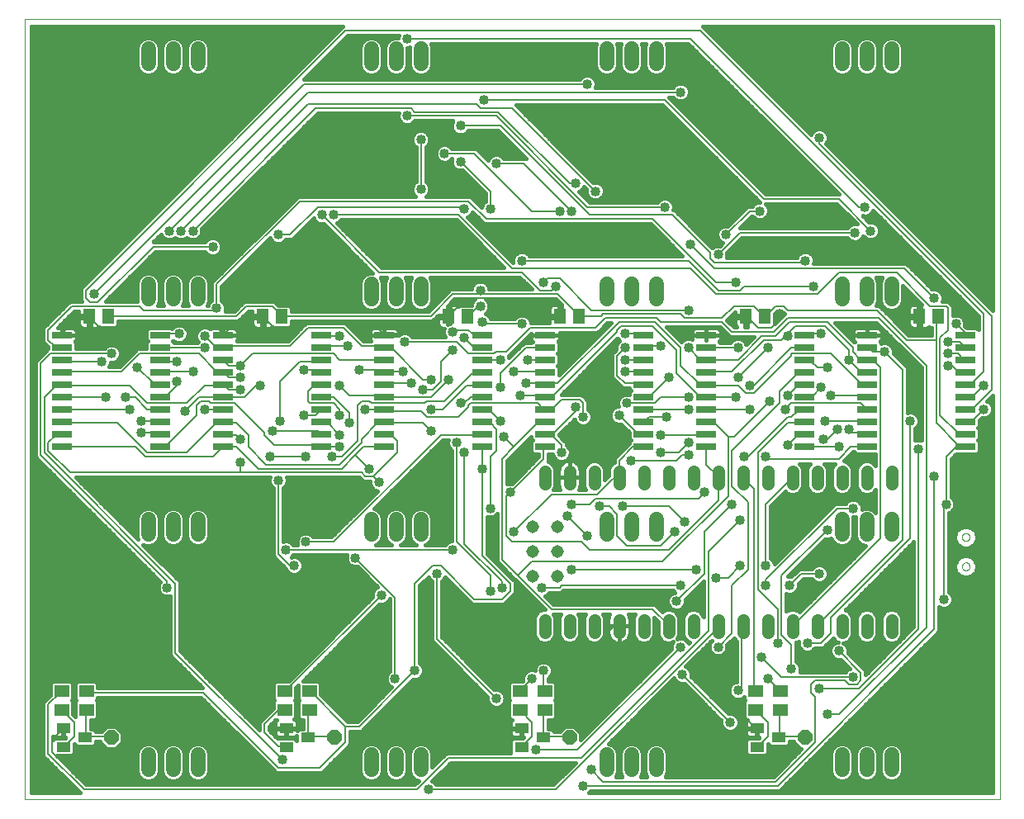
<source format=gbl>
G75*
%MOIN*%
%OFA0B0*%
%FSLAX25Y25*%
%IPPOS*%
%LPD*%
%AMOC8*
5,1,8,0,0,1.08239X$1,22.5*
%
%ADD10C,0.00000*%
%ADD11R,0.08000X0.02600*%
%ADD12C,0.06000*%
%ADD13C,0.05150*%
%ADD14C,0.05150*%
%ADD15OC8,0.06000*%
%ADD16R,0.05512X0.03937*%
%ADD17R,0.05906X0.05118*%
%ADD18R,0.05118X0.05906*%
%ADD19C,0.00800*%
%ADD20C,0.04000*%
%ADD21C,0.01600*%
D10*
X0001800Y0001800D02*
X0001800Y0316761D01*
X0395501Y0316761D01*
X0395501Y0001800D01*
X0001800Y0001800D01*
X0380225Y0095894D02*
X0380227Y0095973D01*
X0380233Y0096052D01*
X0380243Y0096131D01*
X0380257Y0096209D01*
X0380274Y0096286D01*
X0380296Y0096362D01*
X0380321Y0096437D01*
X0380351Y0096510D01*
X0380383Y0096582D01*
X0380420Y0096653D01*
X0380460Y0096721D01*
X0380503Y0096787D01*
X0380549Y0096851D01*
X0380599Y0096913D01*
X0380652Y0096972D01*
X0380707Y0097028D01*
X0380766Y0097082D01*
X0380827Y0097132D01*
X0380890Y0097180D01*
X0380956Y0097224D01*
X0381024Y0097265D01*
X0381094Y0097302D01*
X0381165Y0097336D01*
X0381239Y0097366D01*
X0381313Y0097392D01*
X0381389Y0097414D01*
X0381466Y0097433D01*
X0381544Y0097448D01*
X0381622Y0097459D01*
X0381701Y0097466D01*
X0381780Y0097469D01*
X0381859Y0097468D01*
X0381938Y0097463D01*
X0382017Y0097454D01*
X0382095Y0097441D01*
X0382172Y0097424D01*
X0382249Y0097404D01*
X0382324Y0097379D01*
X0382398Y0097351D01*
X0382471Y0097319D01*
X0382541Y0097284D01*
X0382610Y0097245D01*
X0382677Y0097202D01*
X0382742Y0097156D01*
X0382804Y0097108D01*
X0382864Y0097056D01*
X0382921Y0097001D01*
X0382975Y0096943D01*
X0383026Y0096883D01*
X0383074Y0096820D01*
X0383119Y0096755D01*
X0383161Y0096687D01*
X0383199Y0096618D01*
X0383233Y0096547D01*
X0383264Y0096474D01*
X0383292Y0096399D01*
X0383315Y0096324D01*
X0383335Y0096247D01*
X0383351Y0096170D01*
X0383363Y0096091D01*
X0383371Y0096013D01*
X0383375Y0095934D01*
X0383375Y0095854D01*
X0383371Y0095775D01*
X0383363Y0095697D01*
X0383351Y0095618D01*
X0383335Y0095541D01*
X0383315Y0095464D01*
X0383292Y0095389D01*
X0383264Y0095314D01*
X0383233Y0095241D01*
X0383199Y0095170D01*
X0383161Y0095101D01*
X0383119Y0095033D01*
X0383074Y0094968D01*
X0383026Y0094905D01*
X0382975Y0094845D01*
X0382921Y0094787D01*
X0382864Y0094732D01*
X0382804Y0094680D01*
X0382742Y0094632D01*
X0382677Y0094586D01*
X0382610Y0094543D01*
X0382541Y0094504D01*
X0382471Y0094469D01*
X0382398Y0094437D01*
X0382324Y0094409D01*
X0382249Y0094384D01*
X0382172Y0094364D01*
X0382095Y0094347D01*
X0382017Y0094334D01*
X0381938Y0094325D01*
X0381859Y0094320D01*
X0381780Y0094319D01*
X0381701Y0094322D01*
X0381622Y0094329D01*
X0381544Y0094340D01*
X0381466Y0094355D01*
X0381389Y0094374D01*
X0381313Y0094396D01*
X0381239Y0094422D01*
X0381165Y0094452D01*
X0381094Y0094486D01*
X0381024Y0094523D01*
X0380956Y0094564D01*
X0380890Y0094608D01*
X0380827Y0094656D01*
X0380766Y0094706D01*
X0380707Y0094760D01*
X0380652Y0094816D01*
X0380599Y0094875D01*
X0380549Y0094937D01*
X0380503Y0095001D01*
X0380460Y0095067D01*
X0380420Y0095135D01*
X0380383Y0095206D01*
X0380351Y0095278D01*
X0380321Y0095351D01*
X0380296Y0095426D01*
X0380274Y0095502D01*
X0380257Y0095579D01*
X0380243Y0095657D01*
X0380233Y0095736D01*
X0380227Y0095815D01*
X0380225Y0095894D01*
X0380225Y0107706D02*
X0380227Y0107785D01*
X0380233Y0107864D01*
X0380243Y0107943D01*
X0380257Y0108021D01*
X0380274Y0108098D01*
X0380296Y0108174D01*
X0380321Y0108249D01*
X0380351Y0108322D01*
X0380383Y0108394D01*
X0380420Y0108465D01*
X0380460Y0108533D01*
X0380503Y0108599D01*
X0380549Y0108663D01*
X0380599Y0108725D01*
X0380652Y0108784D01*
X0380707Y0108840D01*
X0380766Y0108894D01*
X0380827Y0108944D01*
X0380890Y0108992D01*
X0380956Y0109036D01*
X0381024Y0109077D01*
X0381094Y0109114D01*
X0381165Y0109148D01*
X0381239Y0109178D01*
X0381313Y0109204D01*
X0381389Y0109226D01*
X0381466Y0109245D01*
X0381544Y0109260D01*
X0381622Y0109271D01*
X0381701Y0109278D01*
X0381780Y0109281D01*
X0381859Y0109280D01*
X0381938Y0109275D01*
X0382017Y0109266D01*
X0382095Y0109253D01*
X0382172Y0109236D01*
X0382249Y0109216D01*
X0382324Y0109191D01*
X0382398Y0109163D01*
X0382471Y0109131D01*
X0382541Y0109096D01*
X0382610Y0109057D01*
X0382677Y0109014D01*
X0382742Y0108968D01*
X0382804Y0108920D01*
X0382864Y0108868D01*
X0382921Y0108813D01*
X0382975Y0108755D01*
X0383026Y0108695D01*
X0383074Y0108632D01*
X0383119Y0108567D01*
X0383161Y0108499D01*
X0383199Y0108430D01*
X0383233Y0108359D01*
X0383264Y0108286D01*
X0383292Y0108211D01*
X0383315Y0108136D01*
X0383335Y0108059D01*
X0383351Y0107982D01*
X0383363Y0107903D01*
X0383371Y0107825D01*
X0383375Y0107746D01*
X0383375Y0107666D01*
X0383371Y0107587D01*
X0383363Y0107509D01*
X0383351Y0107430D01*
X0383335Y0107353D01*
X0383315Y0107276D01*
X0383292Y0107201D01*
X0383264Y0107126D01*
X0383233Y0107053D01*
X0383199Y0106982D01*
X0383161Y0106913D01*
X0383119Y0106845D01*
X0383074Y0106780D01*
X0383026Y0106717D01*
X0382975Y0106657D01*
X0382921Y0106599D01*
X0382864Y0106544D01*
X0382804Y0106492D01*
X0382742Y0106444D01*
X0382677Y0106398D01*
X0382610Y0106355D01*
X0382541Y0106316D01*
X0382471Y0106281D01*
X0382398Y0106249D01*
X0382324Y0106221D01*
X0382249Y0106196D01*
X0382172Y0106176D01*
X0382095Y0106159D01*
X0382017Y0106146D01*
X0381938Y0106137D01*
X0381859Y0106132D01*
X0381780Y0106131D01*
X0381701Y0106134D01*
X0381622Y0106141D01*
X0381544Y0106152D01*
X0381466Y0106167D01*
X0381389Y0106186D01*
X0381313Y0106208D01*
X0381239Y0106234D01*
X0381165Y0106264D01*
X0381094Y0106298D01*
X0381024Y0106335D01*
X0380956Y0106376D01*
X0380890Y0106420D01*
X0380827Y0106468D01*
X0380766Y0106518D01*
X0380707Y0106572D01*
X0380652Y0106628D01*
X0380599Y0106687D01*
X0380549Y0106749D01*
X0380503Y0106813D01*
X0380460Y0106879D01*
X0380420Y0106947D01*
X0380383Y0107018D01*
X0380351Y0107090D01*
X0380321Y0107163D01*
X0380296Y0107238D01*
X0380274Y0107314D01*
X0380257Y0107391D01*
X0380243Y0107469D01*
X0380233Y0107548D01*
X0380227Y0107627D01*
X0380225Y0107706D01*
D11*
X0381600Y0144300D03*
X0381600Y0149300D03*
X0381600Y0154300D03*
X0381600Y0159300D03*
X0381600Y0164300D03*
X0381600Y0169300D03*
X0381600Y0174300D03*
X0381600Y0179300D03*
X0381600Y0184300D03*
X0381600Y0189300D03*
X0342000Y0189300D03*
X0342000Y0184300D03*
X0342000Y0179300D03*
X0342000Y0174300D03*
X0342000Y0169300D03*
X0342000Y0164300D03*
X0342000Y0159300D03*
X0342000Y0154300D03*
X0342000Y0149300D03*
X0342000Y0144300D03*
X0316600Y0144300D03*
X0316600Y0149300D03*
X0316600Y0154300D03*
X0316600Y0159300D03*
X0316600Y0164300D03*
X0316600Y0169300D03*
X0316600Y0174300D03*
X0316600Y0179300D03*
X0316600Y0184300D03*
X0316600Y0189300D03*
X0277000Y0189300D03*
X0277000Y0184300D03*
X0277000Y0179300D03*
X0277000Y0174300D03*
X0277000Y0169300D03*
X0277000Y0164300D03*
X0277000Y0159300D03*
X0277000Y0154300D03*
X0277000Y0149300D03*
X0277000Y0144300D03*
X0251600Y0144300D03*
X0251600Y0149300D03*
X0251600Y0154300D03*
X0251600Y0159300D03*
X0251600Y0164300D03*
X0251600Y0169300D03*
X0251600Y0174300D03*
X0251600Y0179300D03*
X0251600Y0184300D03*
X0251600Y0189300D03*
X0212000Y0189300D03*
X0212000Y0184300D03*
X0212000Y0179300D03*
X0212000Y0174300D03*
X0212000Y0169300D03*
X0212000Y0164300D03*
X0212000Y0159300D03*
X0212000Y0154300D03*
X0212000Y0149300D03*
X0212000Y0144300D03*
X0186600Y0144300D03*
X0186600Y0149300D03*
X0186600Y0154300D03*
X0186600Y0159300D03*
X0186600Y0164300D03*
X0186600Y0169300D03*
X0186600Y0174300D03*
X0186600Y0179300D03*
X0186600Y0184300D03*
X0186600Y0189300D03*
X0147000Y0189300D03*
X0147000Y0184300D03*
X0147000Y0179300D03*
X0147000Y0174300D03*
X0147000Y0169300D03*
X0147000Y0164300D03*
X0147000Y0159300D03*
X0147000Y0154300D03*
X0147000Y0149300D03*
X0147000Y0144300D03*
X0121600Y0144300D03*
X0121600Y0149300D03*
X0121600Y0154300D03*
X0121600Y0159300D03*
X0121600Y0164300D03*
X0121600Y0169300D03*
X0121600Y0174300D03*
X0121600Y0179300D03*
X0121600Y0184300D03*
X0121600Y0189300D03*
X0082000Y0189300D03*
X0082000Y0184300D03*
X0082000Y0179300D03*
X0082000Y0174300D03*
X0082000Y0169300D03*
X0082000Y0164300D03*
X0082000Y0159300D03*
X0082000Y0154300D03*
X0082000Y0149300D03*
X0082000Y0144300D03*
X0056600Y0144300D03*
X0056600Y0149300D03*
X0056600Y0154300D03*
X0056600Y0159300D03*
X0056600Y0164300D03*
X0056600Y0169300D03*
X0056600Y0174300D03*
X0056600Y0179300D03*
X0056600Y0184300D03*
X0056600Y0189300D03*
X0017000Y0189300D03*
X0017000Y0184300D03*
X0017000Y0179300D03*
X0017000Y0174300D03*
X0017000Y0169300D03*
X0017000Y0164300D03*
X0017000Y0159300D03*
X0017000Y0154300D03*
X0017000Y0149300D03*
X0017000Y0144300D03*
D12*
X0051800Y0114800D02*
X0051800Y0108800D01*
X0061800Y0108800D02*
X0061800Y0114800D01*
X0071800Y0114800D02*
X0071800Y0108800D01*
X0141800Y0108800D02*
X0141800Y0114800D01*
X0151800Y0114800D02*
X0151800Y0108800D01*
X0161800Y0108800D02*
X0161800Y0114800D01*
X0236800Y0114800D02*
X0236800Y0108800D01*
X0246800Y0108800D02*
X0246800Y0114800D01*
X0256800Y0114800D02*
X0256800Y0108800D01*
X0331800Y0108800D02*
X0331800Y0114800D01*
X0341800Y0114800D02*
X0341800Y0108800D01*
X0351800Y0108800D02*
X0351800Y0114800D01*
X0351800Y0203800D02*
X0351800Y0209800D01*
X0341800Y0209800D02*
X0341800Y0203800D01*
X0331800Y0203800D02*
X0331800Y0209800D01*
X0256800Y0209800D02*
X0256800Y0203800D01*
X0246800Y0203800D02*
X0246800Y0209800D01*
X0236800Y0209800D02*
X0236800Y0203800D01*
X0161800Y0203800D02*
X0161800Y0209800D01*
X0151800Y0209800D02*
X0151800Y0203800D01*
X0141800Y0203800D02*
X0141800Y0209800D01*
X0071800Y0209800D02*
X0071800Y0203800D01*
X0061800Y0203800D02*
X0061800Y0209800D01*
X0051800Y0209800D02*
X0051800Y0203800D01*
X0051800Y0298800D02*
X0051800Y0304800D01*
X0061800Y0304800D02*
X0061800Y0298800D01*
X0071800Y0298800D02*
X0071800Y0304800D01*
X0141800Y0304800D02*
X0141800Y0298800D01*
X0151800Y0298800D02*
X0151800Y0304800D01*
X0161800Y0304800D02*
X0161800Y0298800D01*
X0236800Y0298800D02*
X0236800Y0304800D01*
X0246800Y0304800D02*
X0246800Y0298800D01*
X0256800Y0298800D02*
X0256800Y0304800D01*
X0331800Y0304800D02*
X0331800Y0298800D01*
X0341800Y0298800D02*
X0341800Y0304800D01*
X0351800Y0304800D02*
X0351800Y0298800D01*
X0351800Y0019800D02*
X0351800Y0013800D01*
X0341800Y0013800D02*
X0341800Y0019800D01*
X0331800Y0019800D02*
X0331800Y0013800D01*
X0256800Y0013800D02*
X0256800Y0019800D01*
X0246800Y0019800D02*
X0246800Y0013800D01*
X0236800Y0013800D02*
X0236800Y0019800D01*
X0161800Y0019800D02*
X0161800Y0013800D01*
X0151800Y0013800D02*
X0151800Y0019800D01*
X0141800Y0019800D02*
X0141800Y0013800D01*
X0071800Y0013800D02*
X0071800Y0019800D01*
X0061800Y0019800D02*
X0061800Y0013800D01*
X0051800Y0013800D02*
X0051800Y0019800D01*
D13*
X0211800Y0069225D02*
X0211800Y0074375D01*
X0221800Y0074375D02*
X0221800Y0069225D01*
X0231800Y0069225D02*
X0231800Y0074375D01*
X0241800Y0074375D02*
X0241800Y0069225D01*
X0251800Y0069225D02*
X0251800Y0074375D01*
X0261800Y0074375D02*
X0261800Y0069225D01*
X0271800Y0069225D02*
X0271800Y0074375D01*
X0281800Y0074375D02*
X0281800Y0069225D01*
X0291800Y0069225D02*
X0291800Y0074375D01*
X0301800Y0074375D02*
X0301800Y0069225D01*
X0311800Y0069225D02*
X0311800Y0074375D01*
X0321800Y0074375D02*
X0321800Y0069225D01*
X0331800Y0069225D02*
X0331800Y0074375D01*
X0341800Y0074375D02*
X0341800Y0069225D01*
X0351800Y0069225D02*
X0351800Y0074375D01*
X0351800Y0129225D02*
X0351800Y0134375D01*
X0341800Y0134375D02*
X0341800Y0129225D01*
X0331800Y0129225D02*
X0331800Y0134375D01*
X0321800Y0134375D02*
X0321800Y0129225D01*
X0311800Y0129225D02*
X0311800Y0134375D01*
X0301800Y0134375D02*
X0301800Y0129225D01*
X0291800Y0129225D02*
X0291800Y0134375D01*
X0281800Y0134375D02*
X0281800Y0129225D01*
X0271800Y0129225D02*
X0271800Y0134375D01*
X0261800Y0134375D02*
X0261800Y0129225D01*
X0251800Y0129225D02*
X0251800Y0134375D01*
X0241800Y0134375D02*
X0241800Y0129225D01*
X0231800Y0129225D02*
X0231800Y0134375D01*
X0221800Y0134375D02*
X0221800Y0129225D01*
X0211800Y0129225D02*
X0211800Y0134375D01*
D14*
X0206800Y0111800D03*
X0216800Y0111800D03*
X0216800Y0101800D03*
X0216800Y0091800D03*
X0206800Y0091800D03*
X0206800Y0101800D03*
D15*
X0221800Y0026800D03*
X0126800Y0026800D03*
X0036800Y0026800D03*
X0316800Y0026800D03*
D16*
X0306131Y0026800D03*
X0297469Y0023060D03*
X0297469Y0030540D03*
X0211131Y0026800D03*
X0202469Y0023060D03*
X0202469Y0030540D03*
X0116131Y0026800D03*
X0107469Y0023060D03*
X0107469Y0030540D03*
X0026131Y0026800D03*
X0017469Y0023060D03*
X0017469Y0030540D03*
D17*
X0016800Y0038060D03*
X0026800Y0038060D03*
X0026800Y0045540D03*
X0016800Y0045540D03*
X0106800Y0045540D03*
X0106800Y0038060D03*
X0116800Y0038060D03*
X0116800Y0045540D03*
X0201800Y0045540D03*
X0201800Y0038060D03*
X0211800Y0038060D03*
X0211800Y0045540D03*
X0296800Y0045540D03*
X0306800Y0045540D03*
X0306800Y0038060D03*
X0296800Y0038060D03*
D18*
X0293060Y0196800D03*
X0300540Y0196800D03*
X0363060Y0196800D03*
X0370540Y0196800D03*
X0225540Y0196800D03*
X0218060Y0196800D03*
X0180540Y0196800D03*
X0173060Y0196800D03*
X0105540Y0196800D03*
X0098060Y0196800D03*
X0035540Y0196800D03*
X0028060Y0196800D03*
D19*
X0028200Y0196200D01*
X0032200Y0192200D01*
X0061800Y0192200D01*
X0062600Y0193000D01*
X0078600Y0193000D01*
X0081800Y0189800D01*
X0082000Y0189300D01*
X0082600Y0189800D01*
X0089000Y0196200D01*
X0097800Y0196200D01*
X0098060Y0196800D01*
X0098600Y0196200D01*
X0102600Y0192200D01*
X0113800Y0192200D01*
X0115400Y0193800D01*
X0142600Y0193800D01*
X0146600Y0189800D01*
X0147000Y0189300D01*
X0147400Y0189800D01*
X0161000Y0189800D01*
X0167400Y0196200D01*
X0173000Y0196200D01*
X0173060Y0196800D01*
X0173000Y0197000D01*
X0180200Y0204200D01*
X0187400Y0204200D01*
X0194600Y0197000D01*
X0201800Y0197000D01*
X0201800Y0202600D01*
X0201800Y0197000D02*
X0212200Y0197000D01*
X0212200Y0196200D01*
X0212200Y0197000D02*
X0217800Y0197000D01*
X0218060Y0196800D01*
X0225540Y0196800D02*
X0225800Y0197000D01*
X0217000Y0205800D01*
X0185800Y0205800D01*
X0185800Y0207400D01*
X0185800Y0205800D02*
X0174600Y0205800D01*
X0165800Y0197000D01*
X0105800Y0197000D01*
X0105540Y0196800D01*
X0105800Y0197000D02*
X0101800Y0201000D01*
X0091400Y0201000D01*
X0087400Y0197000D01*
X0036200Y0197000D01*
X0035540Y0196800D01*
X0028060Y0196800D02*
X0027400Y0196200D01*
X0023400Y0196200D01*
X0017000Y0189800D01*
X0017000Y0189300D01*
X0017000Y0185000D02*
X0013800Y0185000D01*
X0011400Y0187400D01*
X0011400Y0191400D01*
X0021000Y0201000D01*
X0048200Y0201000D01*
X0049800Y0199400D01*
X0078600Y0199400D01*
X0079400Y0200200D01*
X0079400Y0209800D01*
X0113000Y0243400D01*
X0181000Y0243400D01*
X0188200Y0236200D01*
X0255400Y0236200D01*
X0281000Y0210600D01*
X0289000Y0210600D01*
X0290600Y0207400D02*
X0281800Y0207400D01*
X0269800Y0219400D01*
X0202600Y0219400D01*
X0202600Y0214600D02*
X0209800Y0207400D01*
X0214600Y0207400D01*
X0216200Y0209000D01*
X0217800Y0212200D02*
X0213000Y0212200D01*
X0211400Y0210600D01*
X0217800Y0212200D02*
X0230600Y0199400D01*
X0269800Y0199400D01*
X0268200Y0196200D02*
X0283400Y0196200D01*
X0288200Y0201000D01*
X0296200Y0201000D01*
X0300200Y0197000D01*
X0300540Y0196800D01*
X0301000Y0197000D01*
X0305000Y0201000D01*
X0308200Y0201000D01*
X0309800Y0199400D01*
X0345800Y0199400D01*
X0357800Y0187400D01*
X0369800Y0187400D01*
X0369800Y0196200D01*
X0370540Y0196800D01*
X0374600Y0200200D02*
X0374600Y0191400D01*
X0371400Y0188200D01*
X0371400Y0157000D01*
X0378600Y0149800D01*
X0381000Y0149800D01*
X0381600Y0149300D01*
X0381000Y0145000D02*
X0378600Y0145000D01*
X0381600Y0144300D01*
X0381000Y0145000D01*
X0378600Y0145000D02*
X0373800Y0140200D01*
X0373800Y0121000D01*
X0373000Y0120200D01*
X0373000Y0082600D01*
X0369000Y0070600D02*
X0369000Y0132200D01*
X0362600Y0143400D02*
X0362600Y0070600D01*
X0338600Y0046600D01*
X0322600Y0046600D01*
X0319400Y0048200D02*
X0319400Y0045000D01*
X0321000Y0043400D01*
X0321000Y0025000D01*
X0305000Y0009000D01*
X0235400Y0009000D01*
X0230600Y0013800D01*
X0226600Y0018600D02*
X0277800Y0069800D01*
X0277800Y0101800D01*
X0290600Y0114600D01*
X0287400Y0121000D02*
X0276200Y0109800D01*
X0276200Y0093000D01*
X0265000Y0081800D01*
X0266600Y0088200D02*
X0218600Y0088200D01*
X0217800Y0087400D01*
X0210600Y0087400D01*
X0214600Y0078600D02*
X0201000Y0092200D01*
X0206600Y0097800D01*
X0259400Y0097800D01*
X0285800Y0124200D01*
X0285800Y0148200D01*
X0288200Y0148200D01*
X0302600Y0162600D01*
X0306600Y0161800D02*
X0306600Y0166600D01*
X0313800Y0173800D01*
X0316200Y0173800D01*
X0316600Y0174300D01*
X0316600Y0169300D02*
X0316200Y0169000D01*
X0313800Y0169000D01*
X0309800Y0165000D01*
X0311400Y0161800D02*
X0309000Y0159400D01*
X0309800Y0156200D02*
X0311400Y0156200D01*
X0313800Y0158600D01*
X0316200Y0158600D01*
X0316600Y0159300D01*
X0316600Y0164300D02*
X0317000Y0165000D01*
X0320200Y0165000D01*
X0323400Y0168200D01*
X0327400Y0165000D02*
X0341800Y0165000D01*
X0342000Y0164300D01*
X0339400Y0161800D02*
X0341800Y0159400D01*
X0342000Y0159300D01*
X0339400Y0161800D02*
X0311400Y0161800D01*
X0309800Y0156200D02*
X0293800Y0140200D01*
X0292200Y0140200D01*
X0287400Y0142600D02*
X0306600Y0161800D01*
X0309800Y0153800D02*
X0316200Y0153800D01*
X0316600Y0154300D01*
X0316600Y0149300D02*
X0316200Y0149000D01*
X0313800Y0149000D01*
X0309800Y0145000D01*
X0316600Y0144300D02*
X0317000Y0144200D01*
X0330600Y0144200D01*
X0325800Y0147400D02*
X0329800Y0151400D01*
X0334600Y0151400D02*
X0336200Y0149800D01*
X0341800Y0149800D01*
X0342000Y0149300D01*
X0342000Y0144300D02*
X0341800Y0144200D01*
X0335400Y0144200D01*
X0330600Y0139400D01*
X0301800Y0139400D01*
X0301000Y0140200D01*
X0297800Y0141800D02*
X0309800Y0153800D01*
X0325000Y0154600D02*
X0341800Y0154600D01*
X0342000Y0154300D01*
X0325800Y0147400D02*
X0324200Y0147400D01*
X0311800Y0131800D02*
X0301000Y0121000D01*
X0301000Y0096200D01*
X0301000Y0090600D02*
X0301000Y0088200D01*
X0301000Y0090600D02*
X0329800Y0119400D01*
X0336200Y0119400D01*
X0325800Y0110600D02*
X0307400Y0092200D01*
X0307400Y0068200D01*
X0311400Y0064200D01*
X0311400Y0054600D01*
X0307400Y0051400D02*
X0299400Y0059400D01*
X0305800Y0065000D02*
X0305800Y0078600D01*
X0297800Y0086600D01*
X0297800Y0141800D01*
X0287400Y0142600D02*
X0287400Y0128200D01*
X0293800Y0121800D01*
X0293800Y0094600D01*
X0287400Y0088200D01*
X0287400Y0069000D01*
X0281800Y0063400D01*
X0271400Y0056200D02*
X0297000Y0030600D01*
X0297469Y0030540D01*
X0301800Y0033000D02*
X0301800Y0027400D01*
X0297800Y0023400D01*
X0297469Y0023060D01*
X0306131Y0026800D02*
X0306600Y0027400D01*
X0306600Y0037800D01*
X0306800Y0038060D01*
X0301800Y0033000D02*
X0297000Y0037800D01*
X0296800Y0038060D01*
X0296800Y0045540D02*
X0296200Y0045800D01*
X0296200Y0127400D01*
X0291800Y0131800D01*
X0281800Y0131800D02*
X0281800Y0122600D01*
X0261800Y0102600D01*
X0229800Y0102600D01*
X0226600Y0105800D01*
X0198600Y0105800D01*
X0196200Y0108200D01*
X0196200Y0124200D01*
X0197800Y0125800D01*
X0211400Y0139400D01*
X0211400Y0144200D01*
X0212000Y0144300D01*
X0212200Y0149000D02*
X0212000Y0149300D01*
X0214600Y0149000D01*
X0224200Y0158600D01*
X0224200Y0160200D01*
X0225800Y0163400D02*
X0218600Y0163400D01*
X0214600Y0159400D01*
X0212200Y0159400D01*
X0212000Y0159300D01*
X0211400Y0159400D01*
X0209000Y0161800D01*
X0181800Y0161800D01*
X0181000Y0161000D01*
X0181000Y0160200D01*
X0177000Y0156200D01*
X0164200Y0156200D01*
X0161800Y0158600D01*
X0147400Y0158600D01*
X0147000Y0159300D01*
X0146600Y0159400D01*
X0139400Y0159400D01*
X0141800Y0161800D02*
X0141000Y0162600D01*
X0137800Y0162600D01*
X0136200Y0161000D01*
X0136200Y0146600D01*
X0129800Y0140200D01*
X0125800Y0140200D01*
X0129000Y0137000D02*
X0099400Y0137000D01*
X0092200Y0144200D01*
X0092200Y0149000D01*
X0087400Y0153800D01*
X0082600Y0153800D01*
X0082000Y0154300D01*
X0081800Y0153800D01*
X0079400Y0153800D01*
X0067400Y0141800D01*
X0051400Y0141800D01*
X0039400Y0153800D01*
X0017000Y0153800D01*
X0017000Y0154300D01*
X0017000Y0149300D02*
X0017000Y0149000D01*
X0014600Y0149000D01*
X0011400Y0145800D01*
X0011400Y0142600D01*
X0020200Y0133800D01*
X0089000Y0133800D01*
X0089000Y0137800D01*
X0089000Y0133800D02*
X0137800Y0133800D01*
X0139400Y0132200D01*
X0142600Y0132200D01*
X0145000Y0129800D01*
X0142600Y0132200D02*
X0152200Y0141800D01*
X0152200Y0146600D01*
X0149800Y0149000D01*
X0147400Y0149000D01*
X0147000Y0149300D01*
X0147000Y0144300D02*
X0146600Y0144200D01*
X0138600Y0144200D01*
X0135400Y0141000D01*
X0141000Y0135400D01*
X0135400Y0141000D02*
X0129800Y0135400D01*
X0096200Y0135400D01*
X0087400Y0144200D01*
X0082600Y0144200D01*
X0082000Y0144300D01*
X0081800Y0144200D01*
X0077800Y0140200D01*
X0050600Y0140200D01*
X0046600Y0144200D01*
X0017000Y0144200D01*
X0017000Y0144300D01*
X0009800Y0141800D02*
X0009800Y0164200D01*
X0014600Y0169000D01*
X0017000Y0169000D01*
X0017000Y0169300D01*
X0017000Y0169000D02*
X0044200Y0169000D01*
X0051400Y0161800D01*
X0067400Y0161800D01*
X0074600Y0169000D01*
X0081800Y0169000D01*
X0082000Y0169300D01*
X0082600Y0169000D01*
X0084200Y0167400D01*
X0089000Y0167400D01*
X0090600Y0164200D02*
X0082600Y0164200D01*
X0082000Y0164300D01*
X0081800Y0164200D01*
X0072200Y0164200D01*
X0066600Y0158600D01*
X0071400Y0157000D02*
X0071400Y0161000D01*
X0073000Y0162600D01*
X0076200Y0162600D01*
X0077000Y0161800D01*
X0086600Y0161800D01*
X0098600Y0149800D01*
X0098600Y0149000D01*
X0102600Y0145000D01*
X0121000Y0145000D01*
X0121600Y0144300D01*
X0121800Y0144200D01*
X0129000Y0144200D01*
X0129000Y0149000D02*
X0124200Y0153800D01*
X0121800Y0153800D01*
X0121600Y0154300D01*
X0119400Y0157000D02*
X0121000Y0158600D01*
X0121600Y0159300D01*
X0119400Y0157000D02*
X0114600Y0157000D01*
X0117000Y0161800D02*
X0116200Y0162600D01*
X0116200Y0166600D01*
X0118600Y0169000D01*
X0121000Y0169000D01*
X0121600Y0169300D01*
X0121600Y0174300D02*
X0121000Y0174600D01*
X0120200Y0175400D01*
X0114600Y0175400D01*
X0113000Y0178600D02*
X0121000Y0178600D01*
X0121600Y0179300D01*
X0121600Y0184300D02*
X0121800Y0185000D01*
X0132200Y0185000D01*
X0129000Y0189000D02*
X0121800Y0189000D01*
X0121600Y0189300D01*
X0116200Y0192200D02*
X0109000Y0185000D01*
X0082600Y0185000D01*
X0082000Y0184300D01*
X0081800Y0185000D01*
X0078600Y0185000D01*
X0074600Y0189000D01*
X0074600Y0184200D02*
X0057000Y0184200D01*
X0056600Y0184300D01*
X0056600Y0179300D02*
X0057000Y0178600D01*
X0063400Y0178600D01*
X0057000Y0174600D02*
X0056600Y0174300D01*
X0057000Y0174600D02*
X0069800Y0174600D01*
X0063400Y0170600D02*
X0063400Y0169000D01*
X0059400Y0165000D01*
X0057000Y0165000D01*
X0056600Y0164300D01*
X0056200Y0159400D02*
X0056600Y0159300D01*
X0056200Y0159400D02*
X0051400Y0159400D01*
X0046600Y0164200D01*
X0042600Y0164200D01*
X0044200Y0159400D02*
X0017000Y0159400D01*
X0017000Y0159300D01*
X0017000Y0164200D02*
X0017000Y0164300D01*
X0017000Y0164200D02*
X0034600Y0164200D01*
X0041000Y0174600D02*
X0048200Y0181800D01*
X0072200Y0181800D01*
X0079400Y0174600D01*
X0081800Y0174600D01*
X0082000Y0174300D01*
X0082600Y0173800D01*
X0084200Y0172200D01*
X0089000Y0172200D01*
X0089000Y0177000D02*
X0084200Y0177000D01*
X0082600Y0178600D01*
X0082000Y0179300D01*
X0089000Y0177000D02*
X0093800Y0181800D01*
X0126600Y0181800D01*
X0129000Y0179400D01*
X0146600Y0179400D01*
X0147000Y0179300D01*
X0145800Y0175400D02*
X0146600Y0174600D01*
X0147000Y0174300D01*
X0147400Y0174600D01*
X0154600Y0174600D01*
X0157800Y0169800D02*
X0147400Y0169800D01*
X0147000Y0169300D01*
X0146600Y0165000D02*
X0147000Y0164300D01*
X0147400Y0164200D01*
X0165800Y0164200D01*
X0173000Y0171400D01*
X0169800Y0170600D02*
X0169800Y0178600D01*
X0174600Y0183400D01*
X0176200Y0186600D02*
X0155400Y0186600D01*
X0149800Y0184200D02*
X0147400Y0184200D01*
X0147000Y0184300D01*
X0146600Y0185000D01*
X0137800Y0185000D01*
X0130600Y0192200D01*
X0116200Y0192200D01*
X0113000Y0178600D02*
X0105000Y0170600D01*
X0105000Y0154600D01*
X0101800Y0150600D02*
X0120200Y0150600D01*
X0121000Y0149800D01*
X0121600Y0149300D01*
X0115400Y0140200D02*
X0101000Y0140200D01*
X0089000Y0147400D02*
X0087400Y0149000D01*
X0082600Y0149000D01*
X0082000Y0149300D01*
X0071400Y0157000D02*
X0059400Y0145000D01*
X0057000Y0145000D01*
X0056600Y0144300D01*
X0056600Y0149300D02*
X0056200Y0149800D01*
X0049000Y0149800D01*
X0049000Y0154600D02*
X0056200Y0154600D01*
X0056600Y0154300D01*
X0074600Y0159400D02*
X0081800Y0159400D01*
X0082000Y0159300D01*
X0090600Y0164200D02*
X0095400Y0169000D01*
X0097000Y0169000D01*
X0117000Y0161800D02*
X0126600Y0161800D01*
X0129000Y0159400D01*
X0129000Y0157000D01*
X0133000Y0157800D02*
X0133000Y0153800D01*
X0133000Y0157800D02*
X0126600Y0164200D01*
X0121800Y0164200D01*
X0121600Y0164300D01*
X0129000Y0169000D02*
X0133000Y0165000D01*
X0146600Y0165000D01*
X0141800Y0161800D02*
X0163400Y0161800D01*
X0164200Y0162600D01*
X0171400Y0162600D01*
X0182600Y0173800D01*
X0186600Y0173800D01*
X0186600Y0174300D01*
X0186600Y0169300D02*
X0186600Y0169000D01*
X0180200Y0169000D01*
X0170600Y0159400D01*
X0165800Y0159400D01*
X0162600Y0153800D02*
X0165800Y0150600D01*
X0169800Y0149000D02*
X0186600Y0149000D01*
X0186600Y0149300D01*
X0186600Y0144300D02*
X0186600Y0135400D01*
X0186600Y0100200D01*
X0197800Y0089000D01*
X0197800Y0085800D01*
X0194600Y0082600D01*
X0183400Y0082600D01*
X0169800Y0096200D01*
X0166600Y0096200D01*
X0159400Y0089000D01*
X0159400Y0053800D01*
X0137000Y0031400D01*
X0131400Y0031400D01*
X0117000Y0045800D01*
X0116800Y0045540D01*
X0116800Y0038060D02*
X0116200Y0037800D01*
X0116200Y0027400D01*
X0116131Y0026800D01*
X0116200Y0027400D02*
X0126600Y0027400D01*
X0126800Y0026800D01*
X0131400Y0025000D02*
X0131400Y0031400D01*
X0131400Y0025000D02*
X0121000Y0014600D01*
X0104200Y0014600D01*
X0073800Y0045000D01*
X0027400Y0045000D01*
X0026800Y0045540D01*
X0016800Y0045540D02*
X0016200Y0045000D01*
X0011400Y0040200D01*
X0011400Y0020200D01*
X0025800Y0005800D01*
X0160200Y0005800D01*
X0173000Y0018600D01*
X0226600Y0018600D01*
X0225000Y0021800D02*
X0266600Y0063400D01*
X0261800Y0071800D02*
X0261800Y0072200D01*
X0255400Y0078600D01*
X0214600Y0078600D01*
X0201000Y0092200D02*
X0194600Y0098600D01*
X0194600Y0139400D01*
X0199400Y0144200D01*
X0195400Y0148200D01*
X0192200Y0151400D02*
X0189800Y0153800D01*
X0186600Y0153800D01*
X0186600Y0154300D01*
X0186600Y0158600D02*
X0186600Y0159300D01*
X0186600Y0158600D02*
X0189800Y0158600D01*
X0193800Y0154600D01*
X0192200Y0151400D02*
X0192200Y0142600D01*
X0189800Y0140200D01*
X0189800Y0119400D01*
X0199400Y0109800D02*
X0214600Y0125000D01*
X0233000Y0125000D01*
X0239400Y0131400D01*
X0241800Y0131400D01*
X0241800Y0131800D01*
X0241800Y0138600D01*
X0247400Y0144200D01*
X0251400Y0144200D01*
X0251600Y0144300D01*
X0251600Y0149300D02*
X0251400Y0149800D01*
X0249000Y0149800D01*
X0241800Y0157000D01*
X0245000Y0161800D02*
X0256200Y0161800D01*
X0258600Y0164200D01*
X0269800Y0164200D01*
X0273800Y0165000D02*
X0277000Y0165000D01*
X0277000Y0164300D01*
X0277000Y0164200D01*
X0289000Y0164200D01*
X0293000Y0165800D02*
X0296200Y0165800D01*
X0311400Y0181000D01*
X0311400Y0181800D01*
X0327400Y0181800D01*
X0339400Y0169800D01*
X0341800Y0169800D01*
X0342000Y0169300D01*
X0342000Y0174300D02*
X0341800Y0174600D01*
X0339400Y0174600D01*
X0334600Y0179400D01*
X0334600Y0183400D01*
X0325000Y0193000D01*
X0313000Y0193000D01*
X0309800Y0189800D01*
X0309800Y0189000D01*
X0309800Y0189800D02*
X0307400Y0187400D01*
X0300200Y0187400D01*
X0287400Y0174600D01*
X0277000Y0174600D01*
X0277000Y0174300D01*
X0277000Y0169800D02*
X0273800Y0169800D01*
X0266600Y0177000D01*
X0266600Y0184200D01*
X0256200Y0194600D01*
X0241800Y0194600D01*
X0217000Y0169800D01*
X0212200Y0169800D01*
X0212000Y0169300D01*
X0211400Y0169800D01*
X0204200Y0169800D01*
X0199400Y0174600D02*
X0211400Y0174600D01*
X0212000Y0174300D01*
X0212000Y0179300D02*
X0211400Y0179400D01*
X0205000Y0179400D01*
X0204200Y0184200D02*
X0193800Y0173800D01*
X0193800Y0168200D01*
X0186600Y0164300D02*
X0186600Y0164200D01*
X0181800Y0164200D01*
X0179400Y0161800D01*
X0177800Y0161800D01*
X0169800Y0170600D02*
X0166600Y0167400D01*
X0162600Y0167400D01*
X0162600Y0171400D02*
X0149800Y0184200D01*
X0145800Y0175400D02*
X0137000Y0175400D01*
X0162600Y0171400D02*
X0165800Y0171400D01*
X0176200Y0186600D02*
X0181000Y0181800D01*
X0191400Y0181800D01*
X0192200Y0182600D01*
X0196200Y0182600D01*
X0205800Y0192200D01*
X0232200Y0192200D01*
X0236200Y0196200D01*
X0257000Y0196200D01*
X0258600Y0194600D01*
X0283400Y0194600D01*
X0287400Y0190600D01*
X0304200Y0190600D01*
X0309800Y0196200D01*
X0346600Y0196200D01*
X0365800Y0177000D01*
X0365800Y0071400D01*
X0330600Y0036200D01*
X0325800Y0036200D01*
X0316800Y0026800D02*
X0316200Y0027400D01*
X0306600Y0027400D01*
X0286600Y0033000D02*
X0267400Y0052200D01*
X0289800Y0045800D02*
X0291400Y0047400D01*
X0291400Y0071400D01*
X0291800Y0071800D01*
X0281800Y0071800D02*
X0281800Y0071400D01*
X0216200Y0005800D01*
X0165000Y0005800D01*
X0145800Y0029800D02*
X0197000Y0029800D01*
X0197000Y0048200D01*
X0205800Y0057000D01*
X0225000Y0057000D01*
X0239400Y0071400D01*
X0241800Y0071400D01*
X0241800Y0071800D01*
X0222600Y0094600D02*
X0273000Y0094600D01*
X0281000Y0091400D02*
X0285800Y0091400D01*
X0290600Y0096200D01*
X0310600Y0088200D02*
X0315400Y0093000D01*
X0322600Y0093000D01*
X0327400Y0075400D02*
X0359400Y0107400D01*
X0359400Y0154600D01*
X0369800Y0153800D02*
X0378600Y0145000D01*
X0381600Y0154300D02*
X0381800Y0154600D01*
X0384200Y0154600D01*
X0389000Y0159400D01*
X0384200Y0159400D02*
X0381800Y0159400D01*
X0381600Y0159300D01*
X0384200Y0159400D02*
X0392200Y0167400D01*
X0392200Y0197000D01*
X0322600Y0266600D01*
X0322600Y0269000D01*
X0330600Y0244200D02*
X0300200Y0244200D01*
X0260200Y0284200D01*
X0187400Y0284200D01*
X0185800Y0281000D02*
X0198600Y0281000D01*
X0232200Y0247400D01*
X0229000Y0241000D02*
X0260200Y0241000D01*
X0263400Y0237800D02*
X0278600Y0222600D01*
X0278600Y0220200D01*
X0280200Y0218600D01*
X0316200Y0218600D01*
X0317000Y0219400D01*
X0320200Y0209000D02*
X0292200Y0209000D01*
X0290600Y0207400D01*
X0281000Y0205800D02*
X0321800Y0205800D01*
X0330600Y0214600D01*
X0353800Y0214600D01*
X0367400Y0201000D01*
X0373800Y0201000D01*
X0374600Y0200200D01*
X0369000Y0204200D02*
X0357000Y0216200D01*
X0280200Y0216200D01*
X0270600Y0225800D01*
X0270600Y0216200D02*
X0281000Y0205800D01*
X0288200Y0196200D02*
X0287400Y0195400D01*
X0288200Y0196200D02*
X0293000Y0196200D01*
X0293060Y0196800D01*
X0293800Y0196200D01*
X0297800Y0192200D01*
X0303400Y0192200D01*
X0306600Y0195400D01*
X0306600Y0197800D01*
X0310600Y0194600D02*
X0325800Y0194600D01*
X0336200Y0184200D01*
X0336200Y0182600D01*
X0339400Y0179400D01*
X0341800Y0179400D01*
X0342000Y0179300D01*
X0342600Y0178600D01*
X0345000Y0178600D01*
X0347400Y0176200D01*
X0347400Y0107400D01*
X0311800Y0071800D01*
X0317800Y0065000D02*
X0323400Y0065000D01*
X0327400Y0069000D01*
X0327400Y0075400D01*
X0321800Y0072200D02*
X0321800Y0071800D01*
X0321800Y0072200D02*
X0356200Y0106600D01*
X0356200Y0175400D01*
X0349000Y0182600D01*
X0344200Y0182600D01*
X0342600Y0184200D01*
X0342000Y0184300D01*
X0342600Y0189000D02*
X0342000Y0189300D01*
X0342600Y0189000D02*
X0349000Y0189000D01*
X0363400Y0190600D02*
X0363400Y0196200D01*
X0363060Y0196800D01*
X0369800Y0187400D02*
X0369800Y0153800D01*
X0381600Y0164300D02*
X0381800Y0165000D01*
X0385000Y0165000D01*
X0389000Y0169000D01*
X0384200Y0169800D02*
X0389000Y0174600D01*
X0389000Y0197800D01*
X0274600Y0312200D01*
X0131400Y0312200D01*
X0026600Y0207400D01*
X0026600Y0204200D01*
X0028200Y0202600D01*
X0031400Y0202600D01*
X0053800Y0225000D01*
X0077800Y0225000D01*
X0069800Y0231400D02*
X0119400Y0281000D01*
X0157800Y0281000D01*
X0159400Y0279400D01*
X0193000Y0279400D01*
X0221800Y0250600D01*
X0224200Y0250600D01*
X0229000Y0241000D02*
X0192200Y0277800D01*
X0156200Y0277800D01*
X0161800Y0268200D02*
X0161800Y0248200D01*
X0178600Y0241000D02*
X0179400Y0240200D01*
X0178600Y0241000D02*
X0120200Y0241000D01*
X0109000Y0229800D01*
X0104200Y0229800D01*
X0121800Y0237800D02*
X0145000Y0214600D01*
X0202600Y0214600D01*
X0198600Y0216200D02*
X0270600Y0216200D01*
X0281800Y0221800D02*
X0290600Y0230600D01*
X0337000Y0230600D01*
X0343400Y0231400D02*
X0330600Y0244200D01*
X0338600Y0241000D02*
X0270600Y0309000D01*
X0156200Y0309000D01*
X0184200Y0282600D02*
X0185800Y0281000D01*
X0184200Y0282600D02*
X0116200Y0282600D01*
X0065000Y0231400D01*
X0060200Y0231400D02*
X0116200Y0287400D01*
X0266600Y0287400D01*
X0229000Y0290600D02*
X0114600Y0290600D01*
X0029800Y0205800D01*
X0017000Y0185000D02*
X0017000Y0184300D01*
X0017000Y0179300D02*
X0017000Y0178600D01*
X0033000Y0178600D01*
X0037000Y0181800D02*
X0012200Y0181800D01*
X0008200Y0177800D01*
X0008200Y0141000D01*
X0059400Y0089800D01*
X0059400Y0087400D01*
X0062600Y0089000D02*
X0009800Y0141800D01*
X0017000Y0174300D02*
X0017000Y0174600D01*
X0041000Y0174600D01*
X0047400Y0176200D02*
X0053800Y0169800D01*
X0056200Y0169800D01*
X0056600Y0169300D01*
X0056600Y0189300D02*
X0057000Y0189800D01*
X0064200Y0189800D01*
X0126600Y0237800D02*
X0177000Y0237800D01*
X0198600Y0216200D01*
X0185800Y0201000D02*
X0185000Y0201000D01*
X0181000Y0197000D01*
X0180540Y0196800D01*
X0181000Y0191400D02*
X0175400Y0191400D01*
X0174600Y0190600D01*
X0179400Y0188200D02*
X0182600Y0185000D01*
X0186600Y0185000D01*
X0186600Y0184300D01*
X0186600Y0179400D02*
X0186600Y0179300D01*
X0186600Y0179400D02*
X0193800Y0179400D01*
X0204200Y0184200D02*
X0211400Y0184200D01*
X0212000Y0184300D01*
X0212200Y0189000D02*
X0212000Y0189300D01*
X0212200Y0189000D02*
X0219400Y0189000D01*
X0225800Y0197000D02*
X0234600Y0197000D01*
X0235400Y0197800D01*
X0266600Y0197800D01*
X0268200Y0196200D01*
X0277000Y0189300D02*
X0277000Y0189000D01*
X0284200Y0189000D01*
X0289800Y0184200D02*
X0277000Y0184200D01*
X0277000Y0184300D01*
X0277000Y0179400D02*
X0274600Y0179400D01*
X0269800Y0184200D01*
X0265000Y0183400D02*
X0265000Y0173800D01*
X0273800Y0165000D01*
X0277000Y0159400D02*
X0277000Y0159300D01*
X0277000Y0159400D02*
X0294600Y0159400D01*
X0293000Y0165800D02*
X0289800Y0169000D01*
X0277000Y0169000D01*
X0277000Y0169300D01*
X0277000Y0169800D01*
X0277000Y0179300D02*
X0277000Y0179400D01*
X0289800Y0179400D01*
X0299400Y0189000D01*
X0305000Y0189000D01*
X0310600Y0194600D01*
X0317000Y0189800D02*
X0316600Y0189300D01*
X0317000Y0189800D02*
X0323400Y0189800D01*
X0316600Y0184300D02*
X0316200Y0184200D01*
X0311400Y0184200D01*
X0296200Y0169000D01*
X0294600Y0169000D01*
X0289800Y0172200D02*
X0301800Y0184200D01*
X0316600Y0179300D02*
X0317000Y0178600D01*
X0319400Y0178600D01*
X0321800Y0176200D01*
X0325800Y0176200D01*
X0285800Y0148200D02*
X0280200Y0153800D01*
X0277000Y0153800D01*
X0277000Y0154300D01*
X0277000Y0149300D02*
X0277000Y0149000D01*
X0258600Y0149000D01*
X0258600Y0141800D02*
X0265800Y0141800D01*
X0269800Y0145800D01*
X0269800Y0141000D02*
X0267400Y0141000D01*
X0265000Y0138600D01*
X0246600Y0138600D01*
X0251600Y0154300D02*
X0252200Y0154600D01*
X0253800Y0156200D01*
X0261000Y0156200D01*
X0252200Y0159400D02*
X0251600Y0159300D01*
X0252200Y0159400D02*
X0269800Y0159400D01*
X0261800Y0172200D02*
X0254600Y0165000D01*
X0252200Y0165000D01*
X0251600Y0164300D01*
X0251600Y0169300D02*
X0251400Y0169800D01*
X0244200Y0169800D01*
X0241000Y0173000D01*
X0241000Y0181000D01*
X0244200Y0184200D01*
X0244200Y0179400D02*
X0251400Y0179400D01*
X0251600Y0179300D01*
X0251600Y0184300D02*
X0252200Y0185000D01*
X0258600Y0185000D01*
X0251600Y0189300D02*
X0251400Y0189800D01*
X0244200Y0189800D01*
X0241000Y0190600D02*
X0241000Y0191400D01*
X0242600Y0193000D01*
X0255400Y0193000D01*
X0265000Y0183400D01*
X0251600Y0174300D02*
X0251400Y0174600D01*
X0244200Y0174600D01*
X0230600Y0175400D02*
X0230600Y0154600D01*
X0221800Y0145800D01*
X0221800Y0131800D01*
X0218600Y0141800D02*
X0218600Y0145000D01*
X0214600Y0149000D01*
X0212200Y0149000D01*
X0211400Y0153800D02*
X0209000Y0153800D01*
X0199400Y0144200D01*
X0211400Y0153800D02*
X0212000Y0154300D01*
X0212000Y0164300D02*
X0211400Y0165000D01*
X0201800Y0165000D01*
X0212000Y0164300D02*
X0212200Y0165000D01*
X0215400Y0165000D01*
X0241000Y0190600D01*
X0225800Y0163400D02*
X0227400Y0161800D01*
X0227400Y0156200D01*
X0232200Y0123400D02*
X0273800Y0123400D01*
X0276200Y0125800D01*
X0281800Y0131800D02*
X0281800Y0132200D01*
X0277000Y0137000D01*
X0277000Y0144300D01*
X0261800Y0120200D02*
X0243400Y0120200D01*
X0241000Y0117000D02*
X0237800Y0120200D01*
X0233800Y0120200D01*
X0232200Y0123400D02*
X0229800Y0121000D01*
X0222600Y0121000D01*
X0221000Y0116200D02*
X0229000Y0108200D01*
X0241000Y0108200D02*
X0241000Y0117000D01*
X0241000Y0108200D02*
X0245000Y0104200D01*
X0258600Y0104200D01*
X0264200Y0109800D01*
X0268200Y0113800D02*
X0261800Y0120200D01*
X0194600Y0089800D02*
X0194600Y0087400D01*
X0194600Y0089800D02*
X0179400Y0105000D01*
X0179400Y0141800D01*
X0176200Y0145800D02*
X0176200Y0105800D01*
X0189800Y0092200D01*
X0189800Y0085800D01*
X0168200Y0093000D02*
X0168200Y0066600D01*
X0192200Y0042600D01*
X0201800Y0045540D02*
X0201800Y0045800D01*
X0206600Y0050600D01*
X0211400Y0053800D02*
X0211400Y0045800D01*
X0211800Y0045540D01*
X0211800Y0038060D02*
X0211400Y0037800D01*
X0211400Y0027400D01*
X0211131Y0026800D01*
X0211400Y0027400D02*
X0221800Y0027400D01*
X0221800Y0026800D01*
X0225000Y0021800D02*
X0208200Y0021800D01*
X0206600Y0027400D02*
X0206600Y0033000D01*
X0201800Y0037800D01*
X0201800Y0038060D01*
X0202469Y0030540D02*
X0201800Y0029800D01*
X0197000Y0029800D01*
X0202600Y0023400D02*
X0202469Y0023060D01*
X0202600Y0023400D02*
X0206600Y0027400D01*
X0227400Y0007400D02*
X0305800Y0007400D01*
X0369000Y0070600D01*
X0339400Y0053000D02*
X0339400Y0049800D01*
X0337800Y0048200D01*
X0334600Y0048200D01*
X0333000Y0049800D01*
X0321000Y0049800D01*
X0319400Y0048200D01*
X0307400Y0051400D02*
X0336200Y0051400D01*
X0339400Y0053000D02*
X0330600Y0061800D01*
X0306800Y0045540D02*
X0306600Y0045800D01*
X0301800Y0050600D01*
X0174600Y0102600D02*
X0107400Y0102600D01*
X0104200Y0101000D02*
X0104200Y0130600D01*
X0129000Y0137000D02*
X0137800Y0145800D01*
X0137800Y0147400D01*
X0144200Y0153800D01*
X0146600Y0153800D01*
X0147000Y0154300D01*
X0147400Y0153800D01*
X0162600Y0153800D01*
X0169800Y0149000D02*
X0126600Y0105800D01*
X0115400Y0105800D01*
X0109000Y0096200D02*
X0104200Y0101000D01*
X0109000Y0096200D02*
X0110600Y0096200D01*
X0135400Y0099400D02*
X0151400Y0083400D01*
X0151400Y0050600D01*
X0145800Y0029800D02*
X0125000Y0009000D01*
X0101800Y0009000D01*
X0025000Y0009000D01*
X0013000Y0021000D01*
X0013000Y0025800D01*
X0017000Y0029800D01*
X0017469Y0030540D01*
X0021800Y0033000D02*
X0021800Y0027400D01*
X0017800Y0023400D01*
X0017469Y0023060D01*
X0026131Y0026800D02*
X0026600Y0027400D01*
X0026600Y0037800D01*
X0026800Y0038060D01*
X0021800Y0033000D02*
X0017000Y0037800D01*
X0016800Y0038060D01*
X0026600Y0027400D02*
X0036200Y0027400D01*
X0036800Y0026800D01*
X0062600Y0061000D02*
X0062600Y0089000D01*
X0062600Y0061000D02*
X0105800Y0017800D01*
X0107469Y0023060D02*
X0107400Y0023400D01*
X0104200Y0023400D01*
X0098600Y0029000D01*
X0098600Y0032200D01*
X0104200Y0037800D01*
X0106600Y0037800D01*
X0106800Y0038060D01*
X0107400Y0030600D02*
X0101800Y0030600D01*
X0107400Y0030600D02*
X0107469Y0030540D01*
X0106800Y0045540D02*
X0107400Y0045800D01*
X0145800Y0084200D01*
X0182600Y0189800D02*
X0181000Y0191400D01*
X0182600Y0189800D02*
X0186600Y0189800D01*
X0186600Y0189300D01*
X0187400Y0193800D02*
X0186600Y0194600D01*
X0187400Y0193800D02*
X0202600Y0193800D01*
X0229800Y0237800D02*
X0263400Y0237800D01*
X0285000Y0229800D02*
X0294600Y0239400D01*
X0298600Y0239400D01*
X0338600Y0241000D02*
X0341000Y0241000D01*
X0377800Y0193800D02*
X0381800Y0189800D01*
X0381600Y0189300D01*
X0379400Y0186600D02*
X0381000Y0185000D01*
X0381600Y0184300D01*
X0379400Y0186600D02*
X0374600Y0186600D01*
X0374600Y0181800D02*
X0378600Y0181800D01*
X0381000Y0179400D01*
X0381600Y0179300D01*
X0378600Y0174600D02*
X0376200Y0177000D01*
X0374600Y0177000D01*
X0378600Y0174600D02*
X0381000Y0174600D01*
X0381600Y0174300D01*
X0381800Y0169800D02*
X0381600Y0169300D01*
X0381800Y0169800D02*
X0384200Y0169800D01*
X0229800Y0237800D02*
X0193800Y0273800D01*
X0177800Y0273800D01*
X0183400Y0262600D02*
X0171400Y0262600D01*
X0177800Y0259400D02*
X0189800Y0247400D01*
X0189800Y0240200D01*
X0206600Y0239400D02*
X0217800Y0239400D01*
X0222600Y0239400D02*
X0203400Y0258600D01*
X0192200Y0258600D01*
X0183400Y0262600D02*
X0206600Y0239400D01*
D20*
X0217800Y0239400D03*
X0222600Y0239400D03*
X0224200Y0250600D03*
X0232200Y0247400D03*
X0251800Y0246800D03*
X0260200Y0241000D03*
X0251800Y0231800D03*
X0270600Y0225800D03*
X0281800Y0221800D03*
X0285000Y0229800D03*
X0298600Y0239400D03*
X0306800Y0224300D03*
X0317000Y0219400D03*
X0320200Y0209000D03*
X0306600Y0197800D03*
X0309800Y0189000D03*
X0301800Y0184200D03*
X0289800Y0184200D03*
X0284200Y0189000D03*
X0287400Y0195400D03*
X0289000Y0210600D03*
X0269800Y0199400D03*
X0258600Y0185000D03*
X0269800Y0184200D03*
X0261800Y0172200D03*
X0269800Y0164200D03*
X0269800Y0159400D03*
X0261000Y0156200D03*
X0258600Y0149000D03*
X0258600Y0141800D03*
X0269800Y0141000D03*
X0269800Y0145800D03*
X0276200Y0125800D03*
X0287400Y0121000D03*
X0290600Y0114600D03*
X0290600Y0096200D03*
X0281000Y0091400D03*
X0273000Y0094600D03*
X0266600Y0088200D03*
X0265000Y0081800D03*
X0271800Y0081800D03*
X0266600Y0063400D03*
X0271400Y0056200D03*
X0267400Y0052200D03*
X0281800Y0063400D03*
X0299400Y0059400D03*
X0305800Y0065000D03*
X0311400Y0054600D03*
X0316800Y0056800D03*
X0317800Y0065000D03*
X0330600Y0061800D03*
X0341800Y0061800D03*
X0336200Y0051400D03*
X0322600Y0046600D03*
X0325800Y0036200D03*
X0301800Y0050600D03*
X0289800Y0045800D03*
X0286600Y0033000D03*
X0276800Y0021800D03*
X0231800Y0041800D03*
X0211400Y0053800D03*
X0206600Y0050600D03*
X0192200Y0042600D03*
X0181800Y0026800D03*
X0186800Y0011800D03*
X0165000Y0005800D03*
X0208200Y0021800D03*
X0230600Y0013800D03*
X0227400Y0007400D03*
X0171800Y0046800D03*
X0159400Y0053800D03*
X0151400Y0050600D03*
X0131800Y0051800D03*
X0146800Y0071800D03*
X0145800Y0084200D03*
X0135400Y0099400D03*
X0115400Y0105800D03*
X0109300Y0109300D03*
X0107400Y0102600D03*
X0110600Y0096200D03*
X0101800Y0076800D03*
X0076800Y0056800D03*
X0101800Y0030600D03*
X0105800Y0017800D03*
X0101800Y0009000D03*
X0036800Y0036800D03*
X0026800Y0081800D03*
X0059400Y0087400D03*
X0086800Y0111800D03*
X0104200Y0130600D03*
X0116800Y0121800D03*
X0126800Y0121800D03*
X0141000Y0135400D03*
X0145000Y0129800D03*
X0149300Y0121800D03*
X0166800Y0131800D03*
X0179400Y0141800D03*
X0176200Y0145800D03*
X0165800Y0150600D03*
X0165800Y0159400D03*
X0162600Y0167400D03*
X0165800Y0171400D03*
X0173000Y0171400D03*
X0177800Y0161800D03*
X0193800Y0168200D03*
X0199400Y0174600D03*
X0204200Y0169800D03*
X0201800Y0165000D03*
X0193800Y0154600D03*
X0195400Y0148200D03*
X0201800Y0139300D03*
X0197800Y0125800D03*
X0189800Y0119400D03*
X0199400Y0109800D03*
X0221000Y0116200D03*
X0222600Y0121000D03*
X0233800Y0120200D03*
X0243400Y0120200D03*
X0229000Y0108200D03*
X0222600Y0094600D03*
X0210600Y0087400D03*
X0224300Y0081800D03*
X0196800Y0066800D03*
X0176800Y0071800D03*
X0189800Y0085800D03*
X0194600Y0087400D03*
X0174600Y0102600D03*
X0171800Y0111800D03*
X0168200Y0093000D03*
X0186600Y0135400D03*
X0218600Y0141800D03*
X0227400Y0156200D03*
X0224200Y0160200D03*
X0241800Y0157000D03*
X0245000Y0161800D03*
X0244200Y0174600D03*
X0244200Y0179400D03*
X0244200Y0184200D03*
X0244200Y0189800D03*
X0230600Y0175400D03*
X0219400Y0189000D03*
X0212200Y0196200D03*
X0202600Y0193800D03*
X0201800Y0202600D03*
X0211400Y0210600D03*
X0216200Y0209000D03*
X0202600Y0219400D03*
X0196800Y0226800D03*
X0189800Y0240200D03*
X0179400Y0240200D03*
X0166800Y0231800D03*
X0181800Y0221800D03*
X0179300Y0209300D03*
X0185800Y0207400D03*
X0185800Y0201000D03*
X0186600Y0194600D03*
X0179400Y0188200D03*
X0174600Y0190600D03*
X0174600Y0183400D03*
X0157800Y0169800D03*
X0154600Y0174600D03*
X0155400Y0186600D03*
X0137000Y0175400D03*
X0129000Y0169000D03*
X0139400Y0159400D03*
X0133000Y0153800D03*
X0129000Y0157000D03*
X0129000Y0149000D03*
X0129000Y0144200D03*
X0125800Y0140200D03*
X0115400Y0140200D03*
X0101000Y0140200D03*
X0101800Y0150600D03*
X0105000Y0154600D03*
X0114600Y0157000D03*
X0097000Y0169000D03*
X0089000Y0167400D03*
X0089000Y0172200D03*
X0089000Y0177000D03*
X0099300Y0189300D03*
X0114600Y0175400D03*
X0129000Y0189000D03*
X0132200Y0185000D03*
X0121800Y0211800D03*
X0136800Y0231800D03*
X0126600Y0237800D03*
X0121800Y0237800D03*
X0104200Y0229800D03*
X0091800Y0241800D03*
X0086800Y0226800D03*
X0077800Y0225000D03*
X0069800Y0231400D03*
X0065000Y0231400D03*
X0060200Y0231400D03*
X0029800Y0205800D03*
X0037000Y0181800D03*
X0033000Y0178600D03*
X0047400Y0176200D03*
X0042600Y0164200D03*
X0044200Y0159400D03*
X0049000Y0154600D03*
X0049000Y0149800D03*
X0066600Y0158600D03*
X0074600Y0159400D03*
X0063400Y0170600D03*
X0069800Y0174600D03*
X0063400Y0178600D03*
X0064200Y0189800D03*
X0074600Y0189000D03*
X0074600Y0184200D03*
X0079400Y0200200D03*
X0034600Y0164200D03*
X0049300Y0129300D03*
X0061800Y0126800D03*
X0089000Y0137800D03*
X0089000Y0147400D03*
X0193800Y0179400D03*
X0205000Y0179400D03*
X0246600Y0138600D03*
X0268200Y0113800D03*
X0264200Y0109800D03*
X0301000Y0096200D03*
X0301000Y0088200D03*
X0310600Y0088200D03*
X0311800Y0081800D03*
X0322600Y0093000D03*
X0321800Y0099300D03*
X0325800Y0110600D03*
X0316800Y0114300D03*
X0336200Y0119400D03*
X0330600Y0144200D03*
X0324200Y0147400D03*
X0329800Y0151400D03*
X0334600Y0151400D03*
X0325000Y0154600D03*
X0327400Y0165000D03*
X0323400Y0168200D03*
X0325800Y0176200D03*
X0334600Y0179400D03*
X0323400Y0189800D03*
X0349000Y0189000D03*
X0349000Y0182600D03*
X0363400Y0190600D03*
X0374600Y0186600D03*
X0374600Y0181800D03*
X0374600Y0177000D03*
X0389000Y0169000D03*
X0389000Y0159400D03*
X0359400Y0154600D03*
X0362600Y0143400D03*
X0369000Y0132200D03*
X0373800Y0121000D03*
X0373000Y0082600D03*
X0356800Y0081800D03*
X0371800Y0021800D03*
X0301000Y0140200D03*
X0292200Y0140200D03*
X0309800Y0145000D03*
X0309000Y0159400D03*
X0309800Y0165000D03*
X0302600Y0162600D03*
X0294600Y0159400D03*
X0289000Y0164200D03*
X0294600Y0169000D03*
X0289800Y0172200D03*
X0226800Y0226800D03*
X0192200Y0258600D03*
X0177800Y0259400D03*
X0171400Y0262600D03*
X0161800Y0268200D03*
X0151800Y0266800D03*
X0156200Y0277800D03*
X0177800Y0273800D03*
X0187400Y0284200D03*
X0181800Y0301800D03*
X0156200Y0309000D03*
X0126800Y0261800D03*
X0161800Y0248200D03*
X0216800Y0296800D03*
X0229000Y0290600D03*
X0231800Y0266800D03*
X0266600Y0287400D03*
X0271800Y0291800D03*
X0286800Y0276800D03*
X0301800Y0261800D03*
X0316800Y0276800D03*
X0322600Y0269000D03*
X0336800Y0266800D03*
X0341000Y0241000D03*
X0343400Y0231400D03*
X0337000Y0230600D03*
X0316800Y0236800D03*
X0366800Y0261800D03*
X0376800Y0296800D03*
X0306800Y0296800D03*
X0369000Y0204200D03*
X0377800Y0193800D03*
X0096800Y0296800D03*
X0066800Y0261800D03*
X0026800Y0256800D03*
D21*
X0004600Y0257562D02*
X0073933Y0257562D01*
X0072335Y0255963D02*
X0004600Y0255963D01*
X0004600Y0254365D02*
X0070736Y0254365D01*
X0069138Y0252766D02*
X0004600Y0252766D01*
X0004600Y0251168D02*
X0067539Y0251168D01*
X0065941Y0249569D02*
X0004600Y0249569D01*
X0004600Y0247971D02*
X0064342Y0247971D01*
X0062744Y0246372D02*
X0004600Y0246372D01*
X0004600Y0244774D02*
X0061145Y0244774D01*
X0059547Y0243175D02*
X0004600Y0243175D01*
X0004600Y0241577D02*
X0057948Y0241577D01*
X0056350Y0239978D02*
X0004600Y0239978D01*
X0004600Y0238380D02*
X0054751Y0238380D01*
X0053153Y0236781D02*
X0004600Y0236781D01*
X0004600Y0235183D02*
X0051554Y0235183D01*
X0049956Y0233584D02*
X0004600Y0233584D01*
X0004600Y0231986D02*
X0048357Y0231986D01*
X0046759Y0230387D02*
X0004600Y0230387D01*
X0004600Y0228789D02*
X0045160Y0228789D01*
X0043562Y0227190D02*
X0004600Y0227190D01*
X0004600Y0225592D02*
X0041963Y0225592D01*
X0040365Y0223993D02*
X0004600Y0223993D01*
X0004600Y0222395D02*
X0038766Y0222395D01*
X0037168Y0220796D02*
X0004600Y0220796D01*
X0004600Y0219198D02*
X0035569Y0219198D01*
X0033971Y0217599D02*
X0004600Y0217599D01*
X0004600Y0216001D02*
X0032372Y0216001D01*
X0030774Y0214402D02*
X0004600Y0214402D01*
X0004600Y0212803D02*
X0029175Y0212803D01*
X0027577Y0211205D02*
X0004600Y0211205D01*
X0004600Y0209606D02*
X0025978Y0209606D01*
X0024600Y0208228D02*
X0024600Y0203372D01*
X0024972Y0203000D01*
X0020172Y0203000D01*
X0019000Y0201828D01*
X0009400Y0192228D01*
X0009400Y0186572D01*
X0010572Y0185400D01*
X0011400Y0184572D01*
X0011400Y0183800D01*
X0011372Y0183800D01*
X0010200Y0182628D01*
X0006200Y0178628D01*
X0006200Y0140172D01*
X0007372Y0139000D01*
X0056640Y0089731D01*
X0056348Y0089439D01*
X0055800Y0088116D01*
X0055800Y0086684D01*
X0056348Y0085361D01*
X0057361Y0084348D01*
X0058684Y0083800D01*
X0060116Y0083800D01*
X0060600Y0084000D01*
X0060600Y0060172D01*
X0061772Y0059000D01*
X0073772Y0047000D01*
X0031353Y0047000D01*
X0031353Y0048762D01*
X0030415Y0049699D01*
X0023184Y0049699D01*
X0022247Y0048762D01*
X0022247Y0042318D01*
X0022766Y0041800D01*
X0022247Y0041282D01*
X0022247Y0035381D01*
X0021353Y0036276D01*
X0021353Y0041282D01*
X0020834Y0041800D01*
X0021353Y0042318D01*
X0021353Y0048762D01*
X0020415Y0049699D01*
X0013184Y0049699D01*
X0012247Y0048762D01*
X0012247Y0043876D01*
X0010572Y0042200D01*
X0009400Y0041028D01*
X0009400Y0019372D01*
X0023800Y0004972D01*
X0024172Y0004600D01*
X0004600Y0004600D01*
X0004600Y0313961D01*
X0130332Y0313961D01*
X0129400Y0313028D01*
X0024600Y0208228D01*
X0024600Y0208008D02*
X0004600Y0208008D01*
X0004600Y0206409D02*
X0024600Y0206409D01*
X0024600Y0204811D02*
X0004600Y0204811D01*
X0004600Y0203212D02*
X0024759Y0203212D01*
X0023701Y0199000D02*
X0023701Y0197280D01*
X0027580Y0197280D01*
X0027580Y0196320D01*
X0028539Y0196320D01*
X0028539Y0192047D01*
X0030856Y0192047D01*
X0031314Y0192170D01*
X0031724Y0192407D01*
X0031941Y0192624D01*
X0032318Y0192247D01*
X0038762Y0192247D01*
X0039699Y0193184D01*
X0039699Y0195000D01*
X0088228Y0195000D01*
X0092228Y0199000D01*
X0093701Y0199000D01*
X0093701Y0197280D01*
X0097580Y0197280D01*
X0097580Y0196320D01*
X0098539Y0196320D01*
X0098539Y0192047D01*
X0100856Y0192047D01*
X0101314Y0192170D01*
X0101724Y0192407D01*
X0101941Y0192624D01*
X0102318Y0192247D01*
X0108762Y0192247D01*
X0109699Y0193184D01*
X0109699Y0195000D01*
X0166628Y0195000D01*
X0168908Y0197280D01*
X0172580Y0197280D01*
X0172580Y0200952D01*
X0175428Y0203800D01*
X0183509Y0203800D01*
X0182748Y0203039D01*
X0182200Y0201716D01*
X0182200Y0201353D01*
X0177318Y0201353D01*
X0176941Y0200976D01*
X0176724Y0201193D01*
X0176314Y0201430D01*
X0175856Y0201553D01*
X0173539Y0201553D01*
X0173539Y0197280D01*
X0172580Y0197280D01*
X0172580Y0196320D01*
X0172580Y0193660D01*
X0173539Y0194057D01*
X0173539Y0196320D01*
X0172580Y0196320D01*
X0168701Y0196320D01*
X0168701Y0193610D01*
X0168823Y0193152D01*
X0169060Y0192742D01*
X0169396Y0192407D01*
X0169806Y0192170D01*
X0170264Y0192047D01*
X0171303Y0192047D01*
X0171000Y0191316D01*
X0171000Y0189884D01*
X0171532Y0188600D01*
X0158468Y0188600D01*
X0158452Y0188639D01*
X0157439Y0189652D01*
X0156116Y0190200D01*
X0154684Y0190200D01*
X0153361Y0189652D01*
X0152800Y0189091D01*
X0152800Y0189300D01*
X0152800Y0190837D01*
X0152677Y0191295D01*
X0152440Y0191705D01*
X0152105Y0192040D01*
X0151695Y0192277D01*
X0151237Y0192400D01*
X0147000Y0192400D01*
X0147000Y0189300D01*
X0147000Y0189300D01*
X0152800Y0189300D01*
X0147000Y0189300D01*
X0147000Y0189300D01*
X0147000Y0189300D01*
X0141200Y0189300D01*
X0141200Y0190837D01*
X0141323Y0191295D01*
X0141560Y0191705D01*
X0141895Y0192040D01*
X0142305Y0192277D01*
X0142763Y0192400D01*
X0147000Y0192400D01*
X0147000Y0189300D01*
X0141200Y0189300D01*
X0141200Y0187763D01*
X0141323Y0187305D01*
X0141499Y0187000D01*
X0138628Y0187000D01*
X0132600Y0193028D01*
X0131428Y0194200D01*
X0115372Y0194200D01*
X0108172Y0187000D01*
X0087501Y0187000D01*
X0087677Y0187305D01*
X0087800Y0187763D01*
X0087800Y0189300D01*
X0087800Y0190837D01*
X0087677Y0191295D01*
X0087440Y0191705D01*
X0087105Y0192040D01*
X0086695Y0192277D01*
X0086237Y0192400D01*
X0082000Y0192400D01*
X0082000Y0189300D01*
X0082000Y0189300D01*
X0087800Y0189300D01*
X0082000Y0189300D01*
X0082000Y0189300D01*
X0082000Y0192400D01*
X0077763Y0192400D01*
X0077305Y0192277D01*
X0076895Y0192040D01*
X0076773Y0191918D01*
X0076639Y0192052D01*
X0075316Y0192600D01*
X0073884Y0192600D01*
X0072561Y0192052D01*
X0071548Y0191039D01*
X0071000Y0189716D01*
X0071000Y0188284D01*
X0071548Y0186961D01*
X0071909Y0186600D01*
X0071548Y0186239D01*
X0071532Y0186200D01*
X0062200Y0186200D01*
X0062200Y0186263D01*
X0061663Y0186800D01*
X0061886Y0187023D01*
X0062161Y0186748D01*
X0063484Y0186200D01*
X0064916Y0186200D01*
X0066239Y0186748D01*
X0067252Y0187761D01*
X0067800Y0189084D01*
X0067800Y0190516D01*
X0067252Y0191839D01*
X0066239Y0192852D01*
X0064916Y0193400D01*
X0063484Y0193400D01*
X0062161Y0192852D01*
X0061386Y0192077D01*
X0061263Y0192200D01*
X0051937Y0192200D01*
X0051000Y0191263D01*
X0051000Y0187337D01*
X0051537Y0186800D01*
X0051000Y0186263D01*
X0051000Y0183800D01*
X0047372Y0183800D01*
X0046200Y0182628D01*
X0040172Y0176600D01*
X0036068Y0176600D01*
X0036600Y0177884D01*
X0036600Y0178200D01*
X0037716Y0178200D01*
X0039039Y0178748D01*
X0040052Y0179761D01*
X0040600Y0181084D01*
X0040600Y0182516D01*
X0040052Y0183839D01*
X0039039Y0184852D01*
X0037716Y0185400D01*
X0036284Y0185400D01*
X0034961Y0184852D01*
X0033948Y0183839D01*
X0033932Y0183800D01*
X0022600Y0183800D01*
X0022600Y0186263D01*
X0022204Y0186659D01*
X0022440Y0186895D01*
X0022677Y0187305D01*
X0022800Y0187763D01*
X0022800Y0189300D01*
X0022800Y0190837D01*
X0022677Y0191295D01*
X0022440Y0191705D01*
X0022105Y0192040D01*
X0021695Y0192277D01*
X0021237Y0192400D01*
X0017000Y0192400D01*
X0017000Y0189300D01*
X0017000Y0189300D01*
X0022800Y0189300D01*
X0017000Y0189300D01*
X0017000Y0189300D01*
X0017000Y0192400D01*
X0015228Y0192400D01*
X0021828Y0199000D01*
X0023701Y0199000D01*
X0023701Y0198417D02*
X0021245Y0198417D01*
X0019647Y0196818D02*
X0027580Y0196818D01*
X0027580Y0196320D02*
X0023701Y0196320D01*
X0023701Y0193610D01*
X0023823Y0193152D01*
X0024060Y0192742D01*
X0024396Y0192407D01*
X0024806Y0192170D01*
X0025264Y0192047D01*
X0027580Y0192047D01*
X0027580Y0196320D01*
X0027580Y0195220D02*
X0028539Y0195220D01*
X0028539Y0193621D02*
X0027580Y0193621D01*
X0023701Y0193621D02*
X0016450Y0193621D01*
X0017000Y0192023D02*
X0017000Y0192023D01*
X0017000Y0190424D02*
X0017000Y0190424D01*
X0022123Y0192023D02*
X0051760Y0192023D01*
X0051000Y0190424D02*
X0022800Y0190424D01*
X0022800Y0188826D02*
X0051000Y0188826D01*
X0051110Y0187227D02*
X0022632Y0187227D01*
X0022600Y0185629D02*
X0051000Y0185629D01*
X0051000Y0184030D02*
X0039861Y0184030D01*
X0040600Y0182432D02*
X0046003Y0182432D01*
X0044405Y0180833D02*
X0040496Y0180833D01*
X0039526Y0179235D02*
X0042806Y0179235D01*
X0041208Y0177636D02*
X0036497Y0177636D01*
X0034139Y0184030D02*
X0022600Y0184030D01*
X0011400Y0184030D02*
X0004600Y0184030D01*
X0004600Y0182432D02*
X0010003Y0182432D01*
X0008405Y0180833D02*
X0004600Y0180833D01*
X0004600Y0179235D02*
X0006806Y0179235D01*
X0006200Y0177636D02*
X0004600Y0177636D01*
X0004600Y0176038D02*
X0006200Y0176038D01*
X0006200Y0174439D02*
X0004600Y0174439D01*
X0004600Y0172841D02*
X0006200Y0172841D01*
X0006200Y0171242D02*
X0004600Y0171242D01*
X0004600Y0169644D02*
X0006200Y0169644D01*
X0006200Y0168045D02*
X0004600Y0168045D01*
X0004600Y0166447D02*
X0006200Y0166447D01*
X0006200Y0164848D02*
X0004600Y0164848D01*
X0004600Y0163250D02*
X0006200Y0163250D01*
X0006200Y0161651D02*
X0004600Y0161651D01*
X0004600Y0160053D02*
X0006200Y0160053D01*
X0006200Y0158454D02*
X0004600Y0158454D01*
X0004600Y0156856D02*
X0006200Y0156856D01*
X0006200Y0155257D02*
X0004600Y0155257D01*
X0004600Y0153659D02*
X0006200Y0153659D01*
X0006200Y0152060D02*
X0004600Y0152060D01*
X0004600Y0150462D02*
X0006200Y0150462D01*
X0006200Y0148863D02*
X0004600Y0148863D01*
X0004600Y0147265D02*
X0006200Y0147265D01*
X0006200Y0145666D02*
X0004600Y0145666D01*
X0004600Y0144068D02*
X0006200Y0144068D01*
X0006200Y0142469D02*
X0004600Y0142469D01*
X0004600Y0140870D02*
X0006200Y0140870D01*
X0007100Y0139272D02*
X0004600Y0139272D01*
X0004600Y0137673D02*
X0008698Y0137673D01*
X0010297Y0136075D02*
X0004600Y0136075D01*
X0004600Y0134476D02*
X0011895Y0134476D01*
X0013494Y0132878D02*
X0004600Y0132878D01*
X0004600Y0131279D02*
X0015092Y0131279D01*
X0016691Y0129681D02*
X0004600Y0129681D01*
X0004600Y0128082D02*
X0018289Y0128082D01*
X0019888Y0126484D02*
X0004600Y0126484D01*
X0004600Y0124885D02*
X0021486Y0124885D01*
X0023085Y0123287D02*
X0004600Y0123287D01*
X0004600Y0121688D02*
X0024683Y0121688D01*
X0026282Y0120090D02*
X0004600Y0120090D01*
X0004600Y0118491D02*
X0027880Y0118491D01*
X0029479Y0116893D02*
X0004600Y0116893D01*
X0004600Y0115294D02*
X0031077Y0115294D01*
X0032676Y0113696D02*
X0004600Y0113696D01*
X0004600Y0112097D02*
X0034274Y0112097D01*
X0035873Y0110499D02*
X0004600Y0110499D01*
X0004600Y0108900D02*
X0037471Y0108900D01*
X0039070Y0107302D02*
X0004600Y0107302D01*
X0004600Y0105703D02*
X0040668Y0105703D01*
X0042267Y0104105D02*
X0004600Y0104105D01*
X0004600Y0102506D02*
X0043865Y0102506D01*
X0045464Y0100908D02*
X0004600Y0100908D01*
X0004600Y0099309D02*
X0047062Y0099309D01*
X0048661Y0097711D02*
X0004600Y0097711D01*
X0004600Y0096112D02*
X0050259Y0096112D01*
X0051858Y0094514D02*
X0004600Y0094514D01*
X0004600Y0092915D02*
X0053456Y0092915D01*
X0055055Y0091317D02*
X0004600Y0091317D01*
X0004600Y0089718D02*
X0056627Y0089718D01*
X0055801Y0088120D02*
X0004600Y0088120D01*
X0004600Y0086521D02*
X0055867Y0086521D01*
X0056786Y0084923D02*
X0004600Y0084923D01*
X0004600Y0083324D02*
X0060600Y0083324D01*
X0060600Y0081726D02*
X0004600Y0081726D01*
X0004600Y0080127D02*
X0060600Y0080127D01*
X0060600Y0078529D02*
X0004600Y0078529D01*
X0004600Y0076930D02*
X0060600Y0076930D01*
X0060600Y0075332D02*
X0004600Y0075332D01*
X0004600Y0073733D02*
X0060600Y0073733D01*
X0060600Y0072134D02*
X0004600Y0072134D01*
X0004600Y0070536D02*
X0060600Y0070536D01*
X0060600Y0068937D02*
X0004600Y0068937D01*
X0004600Y0067339D02*
X0060600Y0067339D01*
X0060600Y0065740D02*
X0004600Y0065740D01*
X0004600Y0064142D02*
X0060600Y0064142D01*
X0060600Y0062543D02*
X0004600Y0062543D01*
X0004600Y0060945D02*
X0060600Y0060945D01*
X0061425Y0059346D02*
X0004600Y0059346D01*
X0004600Y0057748D02*
X0063024Y0057748D01*
X0064622Y0056149D02*
X0004600Y0056149D01*
X0004600Y0054551D02*
X0066221Y0054551D01*
X0067819Y0052952D02*
X0004600Y0052952D01*
X0004600Y0051354D02*
X0069418Y0051354D01*
X0071016Y0049755D02*
X0004600Y0049755D01*
X0004600Y0048157D02*
X0012247Y0048157D01*
X0012247Y0046558D02*
X0004600Y0046558D01*
X0004600Y0044960D02*
X0012247Y0044960D01*
X0011733Y0043361D02*
X0004600Y0043361D01*
X0004600Y0041763D02*
X0010134Y0041763D01*
X0009400Y0040164D02*
X0004600Y0040164D01*
X0004600Y0038566D02*
X0009400Y0038566D01*
X0009400Y0036967D02*
X0004600Y0036967D01*
X0004600Y0035369D02*
X0009400Y0035369D01*
X0009400Y0033770D02*
X0004600Y0033770D01*
X0004600Y0032172D02*
X0009400Y0032172D01*
X0009400Y0030573D02*
X0004600Y0030573D01*
X0004600Y0028975D02*
X0009400Y0028975D01*
X0009400Y0027376D02*
X0004600Y0027376D01*
X0004600Y0025778D02*
X0009400Y0025778D01*
X0009400Y0024179D02*
X0004600Y0024179D01*
X0004600Y0022581D02*
X0009400Y0022581D01*
X0009400Y0020982D02*
X0004600Y0020982D01*
X0004600Y0019384D02*
X0009400Y0019384D01*
X0010986Y0017785D02*
X0004600Y0017785D01*
X0004600Y0016187D02*
X0012585Y0016187D01*
X0014183Y0014588D02*
X0004600Y0014588D01*
X0004600Y0012990D02*
X0015782Y0012990D01*
X0017380Y0011391D02*
X0004600Y0011391D01*
X0004600Y0009793D02*
X0018979Y0009793D01*
X0020578Y0008194D02*
X0004600Y0008194D01*
X0004600Y0006596D02*
X0022176Y0006596D01*
X0023775Y0004997D02*
X0004600Y0004997D01*
X0019840Y0014588D02*
X0047200Y0014588D01*
X0047200Y0012990D02*
X0021439Y0012990D01*
X0023037Y0011391D02*
X0047819Y0011391D01*
X0047900Y0011194D02*
X0047200Y0012885D01*
X0047200Y0020715D01*
X0047900Y0022406D01*
X0049194Y0023700D01*
X0050885Y0024400D01*
X0052715Y0024400D01*
X0054406Y0023700D01*
X0055700Y0022406D01*
X0056400Y0020715D01*
X0056400Y0012885D01*
X0055700Y0011194D01*
X0054406Y0009900D01*
X0052715Y0009200D01*
X0050885Y0009200D01*
X0049194Y0009900D01*
X0047900Y0011194D01*
X0049454Y0009793D02*
X0024636Y0009793D01*
X0026234Y0008194D02*
X0159766Y0008194D01*
X0159372Y0007800D02*
X0160805Y0009233D01*
X0159194Y0009900D01*
X0157900Y0011194D01*
X0157200Y0012885D01*
X0157200Y0020715D01*
X0157900Y0022406D01*
X0159194Y0023700D01*
X0160885Y0024400D01*
X0162715Y0024400D01*
X0164406Y0023700D01*
X0165700Y0022406D01*
X0166400Y0020715D01*
X0166400Y0014828D01*
X0171000Y0019428D01*
X0172172Y0020600D01*
X0198113Y0020600D01*
X0198113Y0025691D01*
X0199051Y0026628D01*
X0203000Y0026628D01*
X0203143Y0026772D01*
X0202654Y0026772D01*
X0202654Y0030356D01*
X0202285Y0030356D01*
X0197913Y0030356D01*
X0197913Y0028335D01*
X0198036Y0027877D01*
X0198273Y0027466D01*
X0198608Y0027131D01*
X0199019Y0026894D01*
X0199476Y0026772D01*
X0202285Y0026772D01*
X0202285Y0030356D01*
X0202285Y0030724D01*
X0197913Y0030724D01*
X0197913Y0032746D01*
X0198036Y0033203D01*
X0198273Y0033614D01*
X0198560Y0033901D01*
X0198184Y0033901D01*
X0197247Y0034838D01*
X0197247Y0041282D01*
X0197766Y0041800D01*
X0197247Y0042318D01*
X0197247Y0048762D01*
X0198184Y0049699D01*
X0202871Y0049699D01*
X0203016Y0049845D01*
X0203000Y0049884D01*
X0203000Y0051316D01*
X0203548Y0052639D01*
X0204561Y0053652D01*
X0205884Y0054200D01*
X0207316Y0054200D01*
X0207800Y0054000D01*
X0207800Y0054516D01*
X0208348Y0055839D01*
X0209361Y0056852D01*
X0210684Y0057400D01*
X0212116Y0057400D01*
X0213439Y0056852D01*
X0214452Y0055839D01*
X0215000Y0054516D01*
X0215000Y0053084D01*
X0214452Y0051761D01*
X0213439Y0050748D01*
X0213400Y0050732D01*
X0213400Y0049699D01*
X0215415Y0049699D01*
X0216353Y0048762D01*
X0216353Y0042318D01*
X0215834Y0041800D01*
X0216353Y0041282D01*
X0216353Y0034838D01*
X0215415Y0033901D01*
X0213400Y0033901D01*
X0213400Y0030368D01*
X0214549Y0030368D01*
X0215487Y0029431D01*
X0215487Y0029400D01*
X0217895Y0029400D01*
X0219895Y0031400D01*
X0223705Y0031400D01*
X0226400Y0028705D01*
X0226400Y0026028D01*
X0263016Y0062645D01*
X0263000Y0062684D01*
X0263000Y0064116D01*
X0263544Y0065429D01*
X0262630Y0065050D01*
X0260970Y0065050D01*
X0259435Y0065686D01*
X0258261Y0066860D01*
X0257625Y0068395D01*
X0257625Y0073546D01*
X0255975Y0075197D01*
X0255975Y0068395D01*
X0255339Y0066860D01*
X0254165Y0065686D01*
X0252630Y0065050D01*
X0250970Y0065050D01*
X0249435Y0065686D01*
X0248261Y0066860D01*
X0247625Y0068395D01*
X0247625Y0075205D01*
X0248203Y0076600D01*
X0245576Y0076600D01*
X0245854Y0076054D01*
X0246067Y0075399D01*
X0246175Y0074719D01*
X0246175Y0071800D01*
X0241800Y0071800D01*
X0241800Y0071800D01*
X0246175Y0071800D01*
X0246175Y0068881D01*
X0246067Y0068201D01*
X0245854Y0067546D01*
X0245542Y0066932D01*
X0245137Y0066375D01*
X0244650Y0065888D01*
X0244093Y0065484D01*
X0243479Y0065171D01*
X0242824Y0064958D01*
X0242144Y0064850D01*
X0241800Y0064850D01*
X0241800Y0071800D01*
X0241800Y0064850D01*
X0241456Y0064850D01*
X0240776Y0064958D01*
X0240121Y0065171D01*
X0239507Y0065484D01*
X0238950Y0065888D01*
X0238463Y0066375D01*
X0238058Y0066932D01*
X0237746Y0067546D01*
X0237533Y0068201D01*
X0237425Y0068881D01*
X0237425Y0071800D01*
X0241800Y0071800D01*
X0241800Y0071800D01*
X0241800Y0071800D01*
X0237425Y0071800D01*
X0237425Y0074719D01*
X0237533Y0075399D01*
X0237746Y0076054D01*
X0238024Y0076600D01*
X0235397Y0076600D01*
X0235975Y0075205D01*
X0235975Y0068395D01*
X0235339Y0066860D01*
X0234165Y0065686D01*
X0232630Y0065050D01*
X0230970Y0065050D01*
X0229435Y0065686D01*
X0228261Y0066860D01*
X0227625Y0068395D01*
X0227625Y0075205D01*
X0228203Y0076600D01*
X0225397Y0076600D01*
X0225975Y0075205D01*
X0225975Y0068395D01*
X0225339Y0066860D01*
X0224165Y0065686D01*
X0222630Y0065050D01*
X0220970Y0065050D01*
X0219435Y0065686D01*
X0218261Y0066860D01*
X0217625Y0068395D01*
X0217625Y0075205D01*
X0218203Y0076600D01*
X0215397Y0076600D01*
X0215975Y0075205D01*
X0215975Y0068395D01*
X0215339Y0066860D01*
X0214165Y0065686D01*
X0212630Y0065050D01*
X0210970Y0065050D01*
X0209435Y0065686D01*
X0208261Y0066860D01*
X0207625Y0068395D01*
X0207625Y0075205D01*
X0208261Y0076740D01*
X0209435Y0077914D01*
X0210970Y0078550D01*
X0211822Y0078550D01*
X0200172Y0090200D01*
X0200172Y0090200D01*
X0199000Y0091372D01*
X0199000Y0091372D01*
X0192600Y0097772D01*
X0192600Y0117109D01*
X0191839Y0116348D01*
X0190516Y0115800D01*
X0189084Y0115800D01*
X0188600Y0116000D01*
X0188600Y0101028D01*
X0198628Y0091000D01*
X0199800Y0089828D01*
X0199800Y0084972D01*
X0198628Y0083800D01*
X0198628Y0083800D01*
X0196600Y0081772D01*
X0196600Y0081772D01*
X0195428Y0080600D01*
X0182572Y0080600D01*
X0171533Y0091639D01*
X0171252Y0090961D01*
X0170239Y0089948D01*
X0170200Y0089932D01*
X0170200Y0067428D01*
X0191445Y0046184D01*
X0191484Y0046200D01*
X0192916Y0046200D01*
X0194239Y0045652D01*
X0195252Y0044639D01*
X0195800Y0043316D01*
X0195800Y0041884D01*
X0195252Y0040561D01*
X0194239Y0039548D01*
X0192916Y0039000D01*
X0191484Y0039000D01*
X0190161Y0039548D01*
X0189148Y0040561D01*
X0188600Y0041884D01*
X0188600Y0043316D01*
X0188616Y0043355D01*
X0166200Y0065772D01*
X0166200Y0089932D01*
X0166161Y0089948D01*
X0165148Y0090961D01*
X0164867Y0091639D01*
X0161400Y0088172D01*
X0161400Y0056868D01*
X0161439Y0056852D01*
X0162452Y0055839D01*
X0163000Y0054516D01*
X0163000Y0053084D01*
X0162452Y0051761D01*
X0161439Y0050748D01*
X0160116Y0050200D01*
X0158684Y0050200D01*
X0158645Y0050216D01*
X0139000Y0030572D01*
X0137828Y0029400D01*
X0133400Y0029400D01*
X0133400Y0024172D01*
X0132228Y0023000D01*
X0121828Y0012600D01*
X0103372Y0012600D01*
X0102200Y0013772D01*
X0072972Y0043000D01*
X0031353Y0043000D01*
X0031353Y0042318D01*
X0030834Y0041800D01*
X0031353Y0041282D01*
X0031353Y0034838D01*
X0030415Y0033901D01*
X0028600Y0033901D01*
X0028600Y0030368D01*
X0029549Y0030368D01*
X0030487Y0029431D01*
X0030487Y0029400D01*
X0032895Y0029400D01*
X0034895Y0031400D01*
X0038705Y0031400D01*
X0041400Y0028705D01*
X0041400Y0024895D01*
X0038705Y0022200D01*
X0034895Y0022200D01*
X0032200Y0024895D01*
X0032200Y0025400D01*
X0030487Y0025400D01*
X0030487Y0024169D01*
X0029549Y0023231D01*
X0022712Y0023231D01*
X0021825Y0024118D01*
X0021825Y0020429D01*
X0020888Y0019491D01*
X0014937Y0019491D01*
X0026628Y0007800D01*
X0159372Y0007800D01*
X0159454Y0009793D02*
X0154146Y0009793D01*
X0154406Y0009900D02*
X0155700Y0011194D01*
X0156400Y0012885D01*
X0156400Y0020715D01*
X0155700Y0022406D01*
X0154406Y0023700D01*
X0152715Y0024400D01*
X0150885Y0024400D01*
X0149194Y0023700D01*
X0147900Y0022406D01*
X0147200Y0020715D01*
X0147200Y0012885D01*
X0147900Y0011194D01*
X0149194Y0009900D01*
X0150885Y0009200D01*
X0152715Y0009200D01*
X0154406Y0009900D01*
X0155781Y0011391D02*
X0157819Y0011391D01*
X0157200Y0012990D02*
X0156400Y0012990D01*
X0156400Y0014588D02*
X0157200Y0014588D01*
X0157200Y0016187D02*
X0156400Y0016187D01*
X0156400Y0017785D02*
X0157200Y0017785D01*
X0157200Y0019384D02*
X0156400Y0019384D01*
X0156289Y0020982D02*
X0157311Y0020982D01*
X0158075Y0022581D02*
X0155525Y0022581D01*
X0153248Y0024179D02*
X0160352Y0024179D01*
X0163248Y0024179D02*
X0198113Y0024179D01*
X0198113Y0022581D02*
X0165525Y0022581D01*
X0166289Y0020982D02*
X0198113Y0020982D01*
X0198200Y0025778D02*
X0133400Y0025778D01*
X0133400Y0027376D02*
X0198363Y0027376D01*
X0197913Y0028975D02*
X0133400Y0028975D01*
X0132228Y0033400D02*
X0121353Y0044276D01*
X0121353Y0048762D01*
X0120415Y0049699D01*
X0114128Y0049699D01*
X0145045Y0080616D01*
X0145084Y0080600D01*
X0146516Y0080600D01*
X0147839Y0081148D01*
X0148852Y0082161D01*
X0149133Y0082839D01*
X0149400Y0082572D01*
X0149400Y0053668D01*
X0149361Y0053652D01*
X0148348Y0052639D01*
X0147800Y0051316D01*
X0147800Y0049884D01*
X0148348Y0048561D01*
X0149361Y0047548D01*
X0150039Y0047267D01*
X0136172Y0033400D01*
X0132228Y0033400D01*
X0131858Y0033770D02*
X0136542Y0033770D01*
X0138140Y0035369D02*
X0130260Y0035369D01*
X0128661Y0036967D02*
X0139739Y0036967D01*
X0141337Y0038566D02*
X0127063Y0038566D01*
X0125464Y0040164D02*
X0142936Y0040164D01*
X0144534Y0041763D02*
X0123866Y0041763D01*
X0122267Y0043361D02*
X0146133Y0043361D01*
X0147731Y0044960D02*
X0121353Y0044960D01*
X0121353Y0046558D02*
X0149330Y0046558D01*
X0148752Y0048157D02*
X0121353Y0048157D01*
X0117381Y0052952D02*
X0148661Y0052952D01*
X0149400Y0054551D02*
X0118979Y0054551D01*
X0120578Y0056149D02*
X0149400Y0056149D01*
X0149400Y0057748D02*
X0122176Y0057748D01*
X0123775Y0059346D02*
X0149400Y0059346D01*
X0149400Y0060945D02*
X0125373Y0060945D01*
X0126972Y0062543D02*
X0149400Y0062543D01*
X0149400Y0064142D02*
X0128570Y0064142D01*
X0130169Y0065740D02*
X0149400Y0065740D01*
X0149400Y0067339D02*
X0131767Y0067339D01*
X0133366Y0068937D02*
X0149400Y0068937D01*
X0149400Y0070536D02*
X0134964Y0070536D01*
X0136563Y0072134D02*
X0149400Y0072134D01*
X0149400Y0073733D02*
X0138161Y0073733D01*
X0139760Y0075332D02*
X0149400Y0075332D01*
X0149400Y0076930D02*
X0141358Y0076930D01*
X0142957Y0078529D02*
X0149400Y0078529D01*
X0149400Y0080127D02*
X0144555Y0080127D01*
X0142096Y0083324D02*
X0064600Y0083324D01*
X0064600Y0081726D02*
X0140497Y0081726D01*
X0138899Y0080127D02*
X0064600Y0080127D01*
X0064600Y0078529D02*
X0137300Y0078529D01*
X0135702Y0076930D02*
X0064600Y0076930D01*
X0064600Y0075332D02*
X0134103Y0075332D01*
X0132505Y0073733D02*
X0064600Y0073733D01*
X0064600Y0072134D02*
X0130906Y0072134D01*
X0129308Y0070536D02*
X0064600Y0070536D01*
X0064600Y0068937D02*
X0127709Y0068937D01*
X0126111Y0067339D02*
X0064600Y0067339D01*
X0064600Y0065740D02*
X0124512Y0065740D01*
X0122914Y0064142D02*
X0064600Y0064142D01*
X0064600Y0062543D02*
X0121315Y0062543D01*
X0119716Y0060945D02*
X0065483Y0060945D01*
X0064600Y0061828D02*
X0064600Y0089828D01*
X0049764Y0104664D01*
X0050885Y0104200D01*
X0052715Y0104200D01*
X0054406Y0104900D01*
X0055700Y0106194D01*
X0056400Y0107885D01*
X0056400Y0115715D01*
X0055700Y0117406D01*
X0054406Y0118700D01*
X0052715Y0119400D01*
X0050885Y0119400D01*
X0049194Y0118700D01*
X0047900Y0117406D01*
X0047200Y0115715D01*
X0047200Y0107885D01*
X0047664Y0106764D01*
X0022628Y0131800D01*
X0100800Y0131800D01*
X0100600Y0131316D01*
X0100600Y0129884D01*
X0101148Y0128561D01*
X0102161Y0127548D01*
X0102200Y0127532D01*
X0102200Y0100172D01*
X0103372Y0099000D01*
X0107079Y0095292D01*
X0107548Y0094161D01*
X0108561Y0093148D01*
X0109884Y0092600D01*
X0111316Y0092600D01*
X0112639Y0093148D01*
X0113652Y0094161D01*
X0114200Y0095484D01*
X0114200Y0096916D01*
X0113652Y0098239D01*
X0112639Y0099252D01*
X0111316Y0099800D01*
X0109884Y0099800D01*
X0109555Y0099664D01*
X0110452Y0100561D01*
X0110468Y0100600D01*
X0132000Y0100600D01*
X0131800Y0100116D01*
X0131800Y0098684D01*
X0132348Y0097361D01*
X0133361Y0096348D01*
X0134684Y0095800D01*
X0136116Y0095800D01*
X0136155Y0095816D01*
X0144439Y0087533D01*
X0143761Y0087252D01*
X0142748Y0086239D01*
X0142200Y0084916D01*
X0142200Y0083484D01*
X0142216Y0083445D01*
X0108471Y0049699D01*
X0103184Y0049699D01*
X0102247Y0048762D01*
X0102247Y0042318D01*
X0102766Y0041800D01*
X0102247Y0041282D01*
X0102247Y0038676D01*
X0102200Y0038628D01*
X0096600Y0033028D01*
X0096600Y0029828D01*
X0064600Y0061828D01*
X0067082Y0059346D02*
X0118118Y0059346D01*
X0116519Y0057748D02*
X0068681Y0057748D01*
X0070279Y0056149D02*
X0114921Y0056149D01*
X0113322Y0054551D02*
X0071878Y0054551D01*
X0073476Y0052952D02*
X0111724Y0052952D01*
X0110125Y0051354D02*
X0075075Y0051354D01*
X0076673Y0049755D02*
X0108527Y0049755D01*
X0111353Y0046924D02*
X0112247Y0047819D01*
X0112247Y0042318D01*
X0112766Y0041800D01*
X0112247Y0041282D01*
X0112247Y0034838D01*
X0113184Y0033901D01*
X0114200Y0033901D01*
X0114200Y0030368D01*
X0112712Y0030368D01*
X0112025Y0029682D01*
X0112025Y0030356D01*
X0107654Y0030356D01*
X0107654Y0030724D01*
X0112025Y0030724D01*
X0112025Y0032746D01*
X0111903Y0033203D01*
X0111666Y0033614D01*
X0111330Y0033949D01*
X0110920Y0034186D01*
X0110747Y0034232D01*
X0111353Y0034838D01*
X0111353Y0041282D01*
X0110834Y0041800D01*
X0111353Y0042318D01*
X0111353Y0046924D01*
X0111353Y0046558D02*
X0112247Y0046558D01*
X0112247Y0044960D02*
X0111353Y0044960D01*
X0111353Y0043361D02*
X0112247Y0043361D01*
X0112728Y0041763D02*
X0110872Y0041763D01*
X0111353Y0040164D02*
X0112247Y0040164D01*
X0112247Y0038566D02*
X0111353Y0038566D01*
X0111353Y0036967D02*
X0112247Y0036967D01*
X0112247Y0035369D02*
X0111353Y0035369D01*
X0111509Y0033770D02*
X0114200Y0033770D01*
X0114200Y0032172D02*
X0112025Y0032172D01*
X0114200Y0030573D02*
X0107654Y0030573D01*
X0107654Y0030356D02*
X0107654Y0026772D01*
X0110462Y0026772D01*
X0110920Y0026894D01*
X0111330Y0027131D01*
X0111666Y0027466D01*
X0111775Y0027656D01*
X0111775Y0025741D01*
X0110888Y0026628D01*
X0104051Y0026628D01*
X0103925Y0026503D01*
X0100600Y0029828D01*
X0100600Y0031372D01*
X0103157Y0033928D01*
X0103184Y0033901D01*
X0103560Y0033901D01*
X0103273Y0033614D01*
X0103036Y0033203D01*
X0102913Y0032746D01*
X0102913Y0030724D01*
X0107285Y0030724D01*
X0107285Y0030356D01*
X0102913Y0030356D01*
X0102913Y0028335D01*
X0103036Y0027877D01*
X0103273Y0027466D01*
X0103608Y0027131D01*
X0104019Y0026894D01*
X0104476Y0026772D01*
X0107285Y0026772D01*
X0107285Y0030356D01*
X0107654Y0030356D01*
X0107285Y0030573D02*
X0100600Y0030573D01*
X0101400Y0032172D02*
X0102913Y0032172D01*
X0102999Y0033770D02*
X0103429Y0033770D01*
X0100539Y0036967D02*
X0089461Y0036967D01*
X0091060Y0035369D02*
X0098940Y0035369D01*
X0097342Y0033770D02*
X0092658Y0033770D01*
X0094257Y0032172D02*
X0096600Y0032172D01*
X0096600Y0030573D02*
X0095855Y0030573D01*
X0101454Y0028975D02*
X0102913Y0028975D01*
X0103052Y0027376D02*
X0103363Y0027376D01*
X0107285Y0027376D02*
X0107654Y0027376D01*
X0107654Y0028975D02*
X0107285Y0028975D01*
X0111575Y0027376D02*
X0111775Y0027376D01*
X0111739Y0025778D02*
X0111775Y0025778D01*
X0099785Y0016187D02*
X0076400Y0016187D01*
X0076400Y0017785D02*
X0098186Y0017785D01*
X0096588Y0019384D02*
X0076400Y0019384D01*
X0076400Y0020715D02*
X0075700Y0022406D01*
X0074406Y0023700D01*
X0072715Y0024400D01*
X0070885Y0024400D01*
X0069194Y0023700D01*
X0067900Y0022406D01*
X0067200Y0020715D01*
X0067200Y0012885D01*
X0067900Y0011194D01*
X0069194Y0009900D01*
X0070885Y0009200D01*
X0072715Y0009200D01*
X0074406Y0009900D01*
X0075700Y0011194D01*
X0076400Y0012885D01*
X0076400Y0020715D01*
X0076289Y0020982D02*
X0094989Y0020982D01*
X0093391Y0022581D02*
X0075525Y0022581D01*
X0073248Y0024179D02*
X0091792Y0024179D01*
X0090194Y0025778D02*
X0041400Y0025778D01*
X0041400Y0027376D02*
X0088595Y0027376D01*
X0086997Y0028975D02*
X0041131Y0028975D01*
X0039532Y0030573D02*
X0085398Y0030573D01*
X0083800Y0032172D02*
X0028600Y0032172D01*
X0028600Y0033770D02*
X0082201Y0033770D01*
X0080603Y0035369D02*
X0031353Y0035369D01*
X0031353Y0036967D02*
X0079004Y0036967D01*
X0077406Y0038566D02*
X0031353Y0038566D01*
X0031353Y0040164D02*
X0075807Y0040164D01*
X0074209Y0041763D02*
X0030872Y0041763D01*
X0031353Y0048157D02*
X0072615Y0048157D01*
X0078272Y0048157D02*
X0102247Y0048157D01*
X0102247Y0046558D02*
X0079870Y0046558D01*
X0081469Y0044960D02*
X0102247Y0044960D01*
X0102247Y0043361D02*
X0083067Y0043361D01*
X0084666Y0041763D02*
X0102728Y0041763D01*
X0102247Y0040164D02*
X0086264Y0040164D01*
X0087863Y0038566D02*
X0102137Y0038566D01*
X0114184Y0049755D02*
X0147853Y0049755D01*
X0147816Y0051354D02*
X0115782Y0051354D01*
X0140600Y0032172D02*
X0197913Y0032172D01*
X0198429Y0033770D02*
X0142199Y0033770D01*
X0143797Y0035369D02*
X0197247Y0035369D01*
X0197247Y0036967D02*
X0145396Y0036967D01*
X0146994Y0038566D02*
X0197247Y0038566D01*
X0197247Y0040164D02*
X0194855Y0040164D01*
X0195750Y0041763D02*
X0197728Y0041763D01*
X0197247Y0043361D02*
X0195781Y0043361D01*
X0194931Y0044960D02*
X0197247Y0044960D01*
X0197247Y0046558D02*
X0191070Y0046558D01*
X0189472Y0048157D02*
X0197247Y0048157D01*
X0202927Y0049755D02*
X0187873Y0049755D01*
X0186275Y0051354D02*
X0203016Y0051354D01*
X0203861Y0052952D02*
X0184676Y0052952D01*
X0183078Y0054551D02*
X0207814Y0054551D01*
X0208658Y0056149D02*
X0181479Y0056149D01*
X0179881Y0057748D02*
X0258119Y0057748D01*
X0256521Y0056149D02*
X0214142Y0056149D01*
X0214986Y0054551D02*
X0254922Y0054551D01*
X0253324Y0052952D02*
X0214945Y0052952D01*
X0214045Y0051354D02*
X0251725Y0051354D01*
X0250127Y0049755D02*
X0213400Y0049755D01*
X0216353Y0048157D02*
X0248528Y0048157D01*
X0246930Y0046558D02*
X0216353Y0046558D01*
X0216353Y0044960D02*
X0245331Y0044960D01*
X0243733Y0043361D02*
X0216353Y0043361D01*
X0215872Y0041763D02*
X0242134Y0041763D01*
X0240536Y0040164D02*
X0216353Y0040164D01*
X0216353Y0038566D02*
X0238937Y0038566D01*
X0237339Y0036967D02*
X0216353Y0036967D01*
X0216353Y0035369D02*
X0235740Y0035369D01*
X0234142Y0033770D02*
X0213400Y0033770D01*
X0213400Y0032172D02*
X0232543Y0032172D01*
X0230945Y0030573D02*
X0224532Y0030573D01*
X0226131Y0028975D02*
X0229346Y0028975D01*
X0227748Y0027376D02*
X0226400Y0027376D01*
X0219068Y0030573D02*
X0213400Y0030573D01*
X0202654Y0028975D02*
X0202285Y0028975D01*
X0202285Y0030573D02*
X0139002Y0030573D01*
X0140885Y0024400D02*
X0139194Y0023700D01*
X0137900Y0022406D01*
X0137200Y0020715D01*
X0137200Y0012885D01*
X0137900Y0011194D01*
X0139194Y0009900D01*
X0140885Y0009200D01*
X0142715Y0009200D01*
X0144406Y0009900D01*
X0145700Y0011194D01*
X0146400Y0012885D01*
X0146400Y0020715D01*
X0145700Y0022406D01*
X0144406Y0023700D01*
X0142715Y0024400D01*
X0140885Y0024400D01*
X0140352Y0024179D02*
X0133400Y0024179D01*
X0131809Y0022581D02*
X0138075Y0022581D01*
X0137311Y0020982D02*
X0130211Y0020982D01*
X0128612Y0019384D02*
X0137200Y0019384D01*
X0137200Y0017785D02*
X0127014Y0017785D01*
X0125415Y0016187D02*
X0137200Y0016187D01*
X0137200Y0014588D02*
X0123817Y0014588D01*
X0122218Y0012990D02*
X0137200Y0012990D01*
X0137819Y0011391D02*
X0075781Y0011391D01*
X0076400Y0012990D02*
X0102982Y0012990D01*
X0101383Y0014588D02*
X0076400Y0014588D01*
X0074146Y0009793D02*
X0139454Y0009793D01*
X0144146Y0009793D02*
X0149454Y0009793D01*
X0147819Y0011391D02*
X0145781Y0011391D01*
X0146400Y0012990D02*
X0147200Y0012990D01*
X0147200Y0014588D02*
X0146400Y0014588D01*
X0146400Y0016187D02*
X0147200Y0016187D01*
X0147200Y0017785D02*
X0146400Y0017785D01*
X0146400Y0019384D02*
X0147200Y0019384D01*
X0147311Y0020982D02*
X0146289Y0020982D01*
X0145525Y0022581D02*
X0148075Y0022581D01*
X0150352Y0024179D02*
X0143248Y0024179D01*
X0148593Y0040164D02*
X0189545Y0040164D01*
X0188650Y0041763D02*
X0150191Y0041763D01*
X0151790Y0043361D02*
X0188610Y0043361D01*
X0187012Y0044960D02*
X0153388Y0044960D01*
X0154987Y0046558D02*
X0185413Y0046558D01*
X0183815Y0048157D02*
X0156585Y0048157D01*
X0158184Y0049755D02*
X0182216Y0049755D01*
X0180618Y0051354D02*
X0162045Y0051354D01*
X0162945Y0052952D02*
X0179019Y0052952D01*
X0177421Y0054551D02*
X0162986Y0054551D01*
X0162142Y0056149D02*
X0175822Y0056149D01*
X0174224Y0057748D02*
X0161400Y0057748D01*
X0161400Y0059346D02*
X0172625Y0059346D01*
X0171027Y0060945D02*
X0161400Y0060945D01*
X0161400Y0062543D02*
X0169428Y0062543D01*
X0167830Y0064142D02*
X0161400Y0064142D01*
X0161400Y0065740D02*
X0166231Y0065740D01*
X0166200Y0067339D02*
X0161400Y0067339D01*
X0161400Y0068937D02*
X0166200Y0068937D01*
X0166200Y0070536D02*
X0161400Y0070536D01*
X0161400Y0072134D02*
X0166200Y0072134D01*
X0166200Y0073733D02*
X0161400Y0073733D01*
X0161400Y0075332D02*
X0166200Y0075332D01*
X0166200Y0076930D02*
X0161400Y0076930D01*
X0161400Y0078529D02*
X0166200Y0078529D01*
X0166200Y0080127D02*
X0161400Y0080127D01*
X0161400Y0081726D02*
X0166200Y0081726D01*
X0166200Y0083324D02*
X0161400Y0083324D01*
X0161400Y0084923D02*
X0166200Y0084923D01*
X0166200Y0086521D02*
X0161400Y0086521D01*
X0161400Y0088120D02*
X0166200Y0088120D01*
X0166200Y0089718D02*
X0162947Y0089718D01*
X0164545Y0091317D02*
X0165001Y0091317D01*
X0170200Y0089718D02*
X0173453Y0089718D01*
X0171855Y0091317D02*
X0171399Y0091317D01*
X0170200Y0088120D02*
X0175052Y0088120D01*
X0176650Y0086521D02*
X0170200Y0086521D01*
X0170200Y0084923D02*
X0178249Y0084923D01*
X0179847Y0083324D02*
X0170200Y0083324D01*
X0170200Y0081726D02*
X0181446Y0081726D01*
X0170200Y0080127D02*
X0210245Y0080127D01*
X0210919Y0078529D02*
X0170200Y0078529D01*
X0170200Y0076930D02*
X0208451Y0076930D01*
X0207678Y0075332D02*
X0170200Y0075332D01*
X0170200Y0073733D02*
X0207625Y0073733D01*
X0207625Y0072134D02*
X0170200Y0072134D01*
X0170200Y0070536D02*
X0207625Y0070536D01*
X0207625Y0068937D02*
X0170200Y0068937D01*
X0170289Y0067339D02*
X0208063Y0067339D01*
X0209381Y0065740D02*
X0171888Y0065740D01*
X0173486Y0064142D02*
X0263011Y0064142D01*
X0262915Y0062543D02*
X0175085Y0062543D01*
X0176683Y0060945D02*
X0261317Y0060945D01*
X0259718Y0059346D02*
X0178282Y0059346D01*
X0196554Y0081726D02*
X0208646Y0081726D01*
X0207048Y0083324D02*
X0198152Y0083324D01*
X0199751Y0084923D02*
X0205449Y0084923D01*
X0203850Y0086521D02*
X0199800Y0086521D01*
X0199800Y0088120D02*
X0202252Y0088120D01*
X0200653Y0089718D02*
X0199800Y0089718D01*
X0199055Y0091317D02*
X0198312Y0091317D01*
X0197456Y0092915D02*
X0196713Y0092915D01*
X0195858Y0094514D02*
X0195115Y0094514D01*
X0194259Y0096112D02*
X0193516Y0096112D01*
X0192661Y0097711D02*
X0191918Y0097711D01*
X0192600Y0099309D02*
X0190319Y0099309D01*
X0188721Y0100908D02*
X0192600Y0100908D01*
X0192600Y0102506D02*
X0188600Y0102506D01*
X0188600Y0104105D02*
X0192600Y0104105D01*
X0192600Y0105703D02*
X0188600Y0105703D01*
X0188600Y0107302D02*
X0192600Y0107302D01*
X0192600Y0108900D02*
X0188600Y0108900D01*
X0188600Y0110499D02*
X0192600Y0110499D01*
X0192600Y0112097D02*
X0188600Y0112097D01*
X0188600Y0113696D02*
X0192600Y0113696D01*
X0192600Y0115294D02*
X0188600Y0115294D01*
X0192384Y0116893D02*
X0192600Y0116893D01*
X0196600Y0129200D02*
X0196600Y0138572D01*
X0200228Y0142200D01*
X0206400Y0148372D01*
X0206400Y0147337D01*
X0206937Y0146800D01*
X0206400Y0146263D01*
X0206400Y0142337D01*
X0207337Y0141400D01*
X0209400Y0141400D01*
X0209400Y0140228D01*
X0198555Y0129384D01*
X0198516Y0129400D01*
X0197084Y0129400D01*
X0196600Y0129200D01*
X0196600Y0129681D02*
X0198852Y0129681D01*
X0200451Y0131279D02*
X0196600Y0131279D01*
X0196600Y0132878D02*
X0202050Y0132878D01*
X0203648Y0134476D02*
X0196600Y0134476D01*
X0196600Y0136075D02*
X0205247Y0136075D01*
X0206845Y0137673D02*
X0196600Y0137673D01*
X0197300Y0139272D02*
X0208444Y0139272D01*
X0209400Y0140870D02*
X0198899Y0140870D01*
X0200497Y0142469D02*
X0206400Y0142469D01*
X0206400Y0144068D02*
X0202096Y0144068D01*
X0203694Y0145666D02*
X0206400Y0145666D01*
X0206473Y0147265D02*
X0205293Y0147265D01*
X0213400Y0141400D02*
X0215000Y0141400D01*
X0215000Y0141084D01*
X0215548Y0139761D01*
X0216561Y0138748D01*
X0217884Y0138200D01*
X0219316Y0138200D01*
X0220639Y0138748D01*
X0221652Y0139761D01*
X0222200Y0141084D01*
X0222200Y0142516D01*
X0221652Y0143839D01*
X0220639Y0144852D01*
X0220600Y0144868D01*
X0220600Y0145828D01*
X0219428Y0147000D01*
X0217600Y0148828D01*
X0217600Y0149172D01*
X0223833Y0155404D01*
X0224348Y0154161D01*
X0225361Y0153148D01*
X0226684Y0152600D01*
X0228116Y0152600D01*
X0229439Y0153148D01*
X0230452Y0154161D01*
X0231000Y0155484D01*
X0231000Y0156916D01*
X0230452Y0158239D01*
X0229439Y0159252D01*
X0229400Y0159268D01*
X0229400Y0162628D01*
X0227800Y0164228D01*
X0226628Y0165400D01*
X0218628Y0165400D01*
X0241102Y0187873D01*
X0241148Y0187761D01*
X0241909Y0187000D01*
X0241148Y0186239D01*
X0240600Y0184916D01*
X0240600Y0183484D01*
X0240616Y0183445D01*
X0240172Y0183000D01*
X0239000Y0181828D01*
X0239000Y0172172D01*
X0242200Y0168972D01*
X0243372Y0167800D01*
X0246000Y0167800D01*
X0246000Y0167337D01*
X0246537Y0166800D01*
X0246000Y0166263D01*
X0246000Y0165282D01*
X0245716Y0165400D01*
X0244284Y0165400D01*
X0242961Y0164852D01*
X0241948Y0163839D01*
X0241400Y0162516D01*
X0241400Y0161084D01*
X0241600Y0160600D01*
X0241084Y0160600D01*
X0239761Y0160052D01*
X0238748Y0159039D01*
X0238200Y0157716D01*
X0238200Y0156284D01*
X0238748Y0154961D01*
X0239761Y0153948D01*
X0241084Y0153400D01*
X0242516Y0153400D01*
X0242555Y0153416D01*
X0246000Y0149972D01*
X0246000Y0147337D01*
X0246537Y0146800D01*
X0246000Y0146263D01*
X0246000Y0145628D01*
X0240972Y0140600D01*
X0239800Y0139428D01*
X0239800Y0138065D01*
X0239435Y0137914D01*
X0238261Y0136740D01*
X0237625Y0135205D01*
X0237625Y0132454D01*
X0235975Y0130803D01*
X0235975Y0135205D01*
X0235339Y0136740D01*
X0234165Y0137914D01*
X0232630Y0138550D01*
X0230970Y0138550D01*
X0229435Y0137914D01*
X0228261Y0136740D01*
X0227625Y0135205D01*
X0227625Y0128395D01*
X0228203Y0127000D01*
X0225576Y0127000D01*
X0225854Y0127546D01*
X0226067Y0128201D01*
X0226175Y0128881D01*
X0226175Y0131800D01*
X0226175Y0134719D01*
X0226067Y0135399D01*
X0225854Y0136054D01*
X0225542Y0136668D01*
X0225137Y0137225D01*
X0224650Y0137712D01*
X0224093Y0138116D01*
X0223479Y0138429D01*
X0222824Y0138642D01*
X0222144Y0138750D01*
X0221800Y0138750D01*
X0221456Y0138750D01*
X0220776Y0138642D01*
X0220121Y0138429D01*
X0219507Y0138116D01*
X0218950Y0137712D01*
X0218463Y0137225D01*
X0218058Y0136668D01*
X0217746Y0136054D01*
X0217533Y0135399D01*
X0217425Y0134719D01*
X0217425Y0131800D01*
X0221800Y0131800D01*
X0221800Y0131800D01*
X0221800Y0138750D01*
X0221800Y0131800D01*
X0226175Y0131800D01*
X0221800Y0131800D01*
X0221800Y0131800D01*
X0221800Y0131800D01*
X0217425Y0131800D01*
X0217425Y0128881D01*
X0217533Y0128201D01*
X0217746Y0127546D01*
X0218024Y0127000D01*
X0215397Y0127000D01*
X0215975Y0128395D01*
X0215975Y0135205D01*
X0215339Y0136740D01*
X0214165Y0137914D01*
X0213159Y0138331D01*
X0213400Y0138572D01*
X0213400Y0141400D01*
X0213400Y0140870D02*
X0215088Y0140870D01*
X0216037Y0139272D02*
X0213400Y0139272D01*
X0214405Y0137673D02*
X0218912Y0137673D01*
X0217756Y0136075D02*
X0215615Y0136075D01*
X0215975Y0134476D02*
X0217425Y0134476D01*
X0217425Y0132878D02*
X0215975Y0132878D01*
X0215975Y0131279D02*
X0217425Y0131279D01*
X0217425Y0129681D02*
X0215975Y0129681D01*
X0215845Y0128082D02*
X0217571Y0128082D01*
X0221800Y0132878D02*
X0221800Y0132878D01*
X0221800Y0134476D02*
X0221800Y0134476D01*
X0221800Y0136075D02*
X0221800Y0136075D01*
X0221800Y0137673D02*
X0221800Y0137673D01*
X0221163Y0139272D02*
X0239800Y0139272D01*
X0239195Y0137673D02*
X0234405Y0137673D01*
X0235615Y0136075D02*
X0237985Y0136075D01*
X0237625Y0134476D02*
X0235975Y0134476D01*
X0235975Y0132878D02*
X0237625Y0132878D01*
X0236451Y0131279D02*
X0235975Y0131279D01*
X0227625Y0131279D02*
X0226175Y0131279D01*
X0226175Y0129681D02*
X0227625Y0129681D01*
X0227755Y0128082D02*
X0226029Y0128082D01*
X0226175Y0132878D02*
X0227625Y0132878D01*
X0227625Y0134476D02*
X0226175Y0134476D01*
X0225844Y0136075D02*
X0227985Y0136075D01*
X0229195Y0137673D02*
X0224688Y0137673D01*
X0222112Y0140870D02*
X0241242Y0140870D01*
X0242841Y0142469D02*
X0222200Y0142469D01*
X0221424Y0144068D02*
X0244439Y0144068D01*
X0246000Y0145666D02*
X0220600Y0145666D01*
X0219164Y0147265D02*
X0246073Y0147265D01*
X0246000Y0148863D02*
X0217600Y0148863D01*
X0218890Y0150462D02*
X0245510Y0150462D01*
X0243912Y0152060D02*
X0220488Y0152060D01*
X0222087Y0153659D02*
X0224850Y0153659D01*
X0223894Y0155257D02*
X0223685Y0155257D01*
X0229950Y0153659D02*
X0240460Y0153659D01*
X0238625Y0155257D02*
X0230906Y0155257D01*
X0231000Y0156856D02*
X0238200Y0156856D01*
X0238506Y0158454D02*
X0230237Y0158454D01*
X0229400Y0160053D02*
X0239762Y0160053D01*
X0241400Y0161651D02*
X0229400Y0161651D01*
X0228779Y0163250D02*
X0241704Y0163250D01*
X0242957Y0164848D02*
X0227180Y0164848D01*
X0221274Y0168045D02*
X0243126Y0168045D01*
X0241528Y0169644D02*
X0222872Y0169644D01*
X0224471Y0171242D02*
X0239929Y0171242D01*
X0239000Y0172841D02*
X0226069Y0172841D01*
X0227668Y0174439D02*
X0239000Y0174439D01*
X0239000Y0176038D02*
X0229266Y0176038D01*
X0230865Y0177636D02*
X0239000Y0177636D01*
X0239000Y0179235D02*
X0232463Y0179235D01*
X0234062Y0180833D02*
X0239000Y0180833D01*
X0239603Y0182432D02*
X0235660Y0182432D01*
X0237259Y0184030D02*
X0240600Y0184030D01*
X0240895Y0185629D02*
X0238857Y0185629D01*
X0240456Y0187227D02*
X0241682Y0187227D01*
X0236394Y0192023D02*
X0234851Y0192023D01*
X0234200Y0191372D02*
X0237028Y0194200D01*
X0238572Y0194200D01*
X0217600Y0173228D01*
X0217600Y0176263D01*
X0217063Y0176800D01*
X0217600Y0177337D01*
X0217600Y0181263D01*
X0217063Y0181800D01*
X0217600Y0182337D01*
X0217600Y0186263D01*
X0217204Y0186659D01*
X0217440Y0186895D01*
X0217677Y0187305D01*
X0217800Y0187763D01*
X0217800Y0189300D01*
X0217800Y0190200D01*
X0233028Y0190200D01*
X0234200Y0191372D01*
X0234200Y0191372D01*
X0234796Y0190424D02*
X0233253Y0190424D01*
X0233197Y0188826D02*
X0217800Y0188826D01*
X0217800Y0189300D02*
X0212000Y0189300D01*
X0217800Y0189300D01*
X0217632Y0187227D02*
X0231599Y0187227D01*
X0230000Y0185629D02*
X0217600Y0185629D01*
X0217600Y0184030D02*
X0228402Y0184030D01*
X0226803Y0182432D02*
X0217600Y0182432D01*
X0217600Y0180833D02*
X0225205Y0180833D01*
X0223606Y0179235D02*
X0217600Y0179235D01*
X0217600Y0177636D02*
X0222008Y0177636D01*
X0220409Y0176038D02*
X0217600Y0176038D01*
X0217600Y0174439D02*
X0218811Y0174439D01*
X0219675Y0166447D02*
X0246184Y0166447D01*
X0266401Y0187227D02*
X0267736Y0187227D01*
X0267761Y0187252D02*
X0267069Y0186560D01*
X0261028Y0192600D01*
X0282572Y0192600D01*
X0286572Y0188600D01*
X0296172Y0188600D01*
X0293133Y0185561D01*
X0292852Y0186239D01*
X0291839Y0187252D01*
X0290516Y0187800D01*
X0289084Y0187800D01*
X0287761Y0187252D01*
X0286748Y0186239D01*
X0286732Y0186200D01*
X0282600Y0186200D01*
X0282600Y0186263D01*
X0282204Y0186659D01*
X0282440Y0186895D01*
X0282677Y0187305D01*
X0282800Y0187763D01*
X0282800Y0189300D01*
X0282800Y0190837D01*
X0282677Y0191295D01*
X0282440Y0191705D01*
X0282105Y0192040D01*
X0281695Y0192277D01*
X0281237Y0192400D01*
X0277000Y0192400D01*
X0277000Y0189300D01*
X0277000Y0189300D01*
X0282800Y0189300D01*
X0277000Y0189300D01*
X0277000Y0189300D01*
X0277000Y0187200D01*
X0277000Y0187200D01*
X0277000Y0189300D01*
X0277000Y0189300D01*
X0277000Y0189300D01*
X0271200Y0189300D01*
X0271200Y0190837D01*
X0271323Y0191295D01*
X0271560Y0191705D01*
X0271895Y0192040D01*
X0272305Y0192277D01*
X0272763Y0192400D01*
X0277000Y0192400D01*
X0277000Y0189300D01*
X0271200Y0189300D01*
X0271200Y0187763D01*
X0271274Y0187486D01*
X0270516Y0187800D01*
X0269084Y0187800D01*
X0267761Y0187252D01*
X0264803Y0188826D02*
X0271200Y0188826D01*
X0271200Y0190424D02*
X0263204Y0190424D01*
X0261606Y0192023D02*
X0271877Y0192023D01*
X0277000Y0192023D02*
X0277000Y0192023D01*
X0277000Y0190424D02*
X0277000Y0190424D01*
X0277000Y0188826D02*
X0277000Y0188826D01*
X0277000Y0187227D02*
X0277000Y0187227D01*
X0282632Y0187227D02*
X0287736Y0187227D01*
X0286346Y0188826D02*
X0282800Y0188826D01*
X0282800Y0190424D02*
X0284747Y0190424D01*
X0283149Y0192023D02*
X0282123Y0192023D01*
X0285428Y0195400D02*
X0288701Y0198672D01*
X0288701Y0197280D01*
X0292580Y0197280D01*
X0292580Y0196320D01*
X0292580Y0192600D01*
X0293539Y0192600D01*
X0293539Y0196320D01*
X0292580Y0196320D01*
X0288701Y0196320D01*
X0288701Y0193610D01*
X0288823Y0193152D01*
X0289060Y0192742D01*
X0289202Y0192600D01*
X0288228Y0192600D01*
X0285428Y0195400D01*
X0285609Y0195220D02*
X0288701Y0195220D01*
X0288701Y0193621D02*
X0287207Y0193621D01*
X0286847Y0196818D02*
X0292580Y0196818D01*
X0292580Y0195220D02*
X0293539Y0195220D01*
X0293539Y0193621D02*
X0292580Y0193621D01*
X0288701Y0198417D02*
X0288445Y0198417D01*
X0291864Y0187227D02*
X0294799Y0187227D01*
X0293200Y0185629D02*
X0293105Y0185629D01*
X0304699Y0193928D02*
X0304699Y0197871D01*
X0305828Y0199000D01*
X0307372Y0199000D01*
X0308572Y0197800D01*
X0304699Y0193928D01*
X0304699Y0195220D02*
X0305991Y0195220D01*
X0304699Y0196818D02*
X0307590Y0196818D01*
X0307955Y0198417D02*
X0305245Y0198417D01*
X0329028Y0194200D02*
X0345772Y0194200D01*
X0363800Y0176172D01*
X0363800Y0146800D01*
X0363316Y0147000D01*
X0361884Y0147000D01*
X0361400Y0146800D01*
X0361400Y0151532D01*
X0361439Y0151548D01*
X0362452Y0152561D01*
X0363000Y0153884D01*
X0363000Y0155316D01*
X0362452Y0156639D01*
X0361439Y0157652D01*
X0360116Y0158200D01*
X0358684Y0158200D01*
X0358200Y0158000D01*
X0358200Y0176228D01*
X0352584Y0181845D01*
X0352600Y0181884D01*
X0352600Y0183316D01*
X0352052Y0184639D01*
X0351039Y0185652D01*
X0349716Y0186200D01*
X0348284Y0186200D01*
X0347600Y0185917D01*
X0347600Y0186263D01*
X0347204Y0186659D01*
X0347440Y0186895D01*
X0347677Y0187305D01*
X0347800Y0187763D01*
X0347800Y0189300D01*
X0347800Y0190837D01*
X0347677Y0191295D01*
X0347440Y0191705D01*
X0347105Y0192040D01*
X0346695Y0192277D01*
X0346237Y0192400D01*
X0342000Y0192400D01*
X0342000Y0189300D01*
X0342000Y0189300D01*
X0347800Y0189300D01*
X0342000Y0189300D01*
X0342000Y0189300D01*
X0342000Y0189300D01*
X0336200Y0189300D01*
X0336200Y0190837D01*
X0336323Y0191295D01*
X0336560Y0191705D01*
X0336895Y0192040D01*
X0337305Y0192277D01*
X0337763Y0192400D01*
X0342000Y0192400D01*
X0342000Y0189300D01*
X0336200Y0189300D01*
X0336200Y0187763D01*
X0336323Y0187305D01*
X0336560Y0186895D01*
X0336796Y0186659D01*
X0336683Y0186546D01*
X0329028Y0194200D01*
X0329607Y0193621D02*
X0346350Y0193621D01*
X0347123Y0192023D02*
X0347949Y0192023D01*
X0347800Y0190424D02*
X0349547Y0190424D01*
X0351146Y0188826D02*
X0347800Y0188826D01*
X0347632Y0187227D02*
X0352744Y0187227D01*
X0354343Y0185629D02*
X0351062Y0185629D01*
X0352304Y0184030D02*
X0355941Y0184030D01*
X0357540Y0182432D02*
X0352600Y0182432D01*
X0353595Y0180833D02*
X0359138Y0180833D01*
X0360737Y0179235D02*
X0355194Y0179235D01*
X0356792Y0177636D02*
X0362335Y0177636D01*
X0363800Y0176038D02*
X0358200Y0176038D01*
X0358200Y0174439D02*
X0363800Y0174439D01*
X0363800Y0172841D02*
X0358200Y0172841D01*
X0358200Y0171242D02*
X0363800Y0171242D01*
X0363800Y0169644D02*
X0358200Y0169644D01*
X0358200Y0168045D02*
X0363800Y0168045D01*
X0363800Y0166447D02*
X0358200Y0166447D01*
X0358200Y0164848D02*
X0363800Y0164848D01*
X0363800Y0163250D02*
X0358200Y0163250D01*
X0358200Y0161651D02*
X0363800Y0161651D01*
X0363800Y0160053D02*
X0358200Y0160053D01*
X0358200Y0158454D02*
X0363800Y0158454D01*
X0363800Y0156856D02*
X0362236Y0156856D01*
X0363000Y0155257D02*
X0363800Y0155257D01*
X0363800Y0153659D02*
X0362907Y0153659D01*
X0363800Y0152060D02*
X0361951Y0152060D01*
X0361400Y0150462D02*
X0363800Y0150462D01*
X0363800Y0148863D02*
X0361400Y0148863D01*
X0361400Y0147265D02*
X0363800Y0147265D01*
X0375800Y0139372D02*
X0377828Y0141400D01*
X0386263Y0141400D01*
X0387200Y0142337D01*
X0387200Y0146263D01*
X0386663Y0146800D01*
X0387200Y0147337D01*
X0387200Y0151263D01*
X0386663Y0151800D01*
X0387200Y0152337D01*
X0387200Y0154772D01*
X0388245Y0155816D01*
X0388284Y0155800D01*
X0389716Y0155800D01*
X0391039Y0156348D01*
X0392052Y0157361D01*
X0392600Y0158684D01*
X0392600Y0160116D01*
X0392052Y0161439D01*
X0391039Y0162452D01*
X0390361Y0162733D01*
X0392701Y0165072D01*
X0392701Y0004600D01*
X0229691Y0004600D01*
X0230452Y0005361D01*
X0230468Y0005400D01*
X0304972Y0005400D01*
X0306628Y0005400D01*
X0369828Y0068600D01*
X0371000Y0069772D01*
X0371000Y0079532D01*
X0372284Y0079000D01*
X0373716Y0079000D01*
X0375039Y0079548D01*
X0376052Y0080561D01*
X0376600Y0081884D01*
X0376600Y0083316D01*
X0376052Y0084639D01*
X0375039Y0085652D01*
X0375000Y0085668D01*
X0375000Y0117600D01*
X0375839Y0117948D01*
X0376852Y0118961D01*
X0377400Y0120284D01*
X0377400Y0121716D01*
X0376852Y0123039D01*
X0375839Y0124052D01*
X0375800Y0124068D01*
X0375800Y0139372D01*
X0375800Y0139272D02*
X0392701Y0139272D01*
X0392701Y0140870D02*
X0377299Y0140870D01*
X0375800Y0137673D02*
X0392701Y0137673D01*
X0392701Y0136075D02*
X0375800Y0136075D01*
X0375800Y0134476D02*
X0392701Y0134476D01*
X0392701Y0132878D02*
X0375800Y0132878D01*
X0375800Y0131279D02*
X0392701Y0131279D01*
X0392701Y0129681D02*
X0375800Y0129681D01*
X0375800Y0128082D02*
X0392701Y0128082D01*
X0392701Y0126484D02*
X0375800Y0126484D01*
X0375800Y0124885D02*
X0392701Y0124885D01*
X0392701Y0123287D02*
X0376604Y0123287D01*
X0377400Y0121688D02*
X0392701Y0121688D01*
X0392701Y0120090D02*
X0377320Y0120090D01*
X0376382Y0118491D02*
X0392701Y0118491D01*
X0392701Y0116893D02*
X0375000Y0116893D01*
X0375000Y0115294D02*
X0392701Y0115294D01*
X0392701Y0113696D02*
X0375000Y0113696D01*
X0375000Y0112097D02*
X0392701Y0112097D01*
X0392701Y0110499D02*
X0385194Y0110499D01*
X0385509Y0110184D02*
X0384278Y0111414D01*
X0382670Y0112080D01*
X0380930Y0112080D01*
X0379322Y0111414D01*
X0378091Y0110184D01*
X0377425Y0108576D01*
X0377425Y0106835D01*
X0378091Y0105227D01*
X0379322Y0103997D01*
X0380930Y0103331D01*
X0382670Y0103331D01*
X0384278Y0103997D01*
X0385509Y0105227D01*
X0386175Y0106835D01*
X0386175Y0108576D01*
X0385509Y0110184D01*
X0386040Y0108900D02*
X0392701Y0108900D01*
X0392701Y0107302D02*
X0386175Y0107302D01*
X0385706Y0105703D02*
X0392701Y0105703D01*
X0392701Y0104105D02*
X0384386Y0104105D01*
X0382670Y0100269D02*
X0380930Y0100269D01*
X0379322Y0099603D01*
X0378091Y0098373D01*
X0377425Y0096765D01*
X0377425Y0095024D01*
X0378091Y0093416D01*
X0379322Y0092186D01*
X0380930Y0091520D01*
X0382670Y0091520D01*
X0384278Y0092186D01*
X0385509Y0093416D01*
X0386175Y0095024D01*
X0386175Y0096765D01*
X0385509Y0098373D01*
X0384278Y0099603D01*
X0382670Y0100269D01*
X0384572Y0099309D02*
X0392701Y0099309D01*
X0392701Y0097711D02*
X0385783Y0097711D01*
X0386175Y0096112D02*
X0392701Y0096112D01*
X0392701Y0094514D02*
X0385963Y0094514D01*
X0385008Y0092915D02*
X0392701Y0092915D01*
X0392701Y0091317D02*
X0375000Y0091317D01*
X0375000Y0092915D02*
X0378592Y0092915D01*
X0377637Y0094514D02*
X0375000Y0094514D01*
X0375000Y0096112D02*
X0377425Y0096112D01*
X0377817Y0097711D02*
X0375000Y0097711D01*
X0375000Y0099309D02*
X0379028Y0099309D01*
X0375000Y0100908D02*
X0392701Y0100908D01*
X0392701Y0102506D02*
X0375000Y0102506D01*
X0375000Y0104105D02*
X0379214Y0104105D01*
X0377894Y0105703D02*
X0375000Y0105703D01*
X0375000Y0107302D02*
X0377425Y0107302D01*
X0377560Y0108900D02*
X0375000Y0108900D01*
X0375000Y0110499D02*
X0378406Y0110499D01*
X0360600Y0105772D02*
X0360600Y0071428D01*
X0341400Y0052228D01*
X0341400Y0053828D01*
X0334184Y0061045D01*
X0334200Y0061084D01*
X0334200Y0062516D01*
X0333652Y0063839D01*
X0332639Y0064852D01*
X0332160Y0065050D01*
X0332630Y0065050D01*
X0334165Y0065686D01*
X0335339Y0066860D01*
X0335975Y0068395D01*
X0335975Y0075205D01*
X0335339Y0076740D01*
X0334165Y0077914D01*
X0333159Y0078331D01*
X0360228Y0105400D01*
X0360600Y0105772D01*
X0360600Y0105703D02*
X0360532Y0105703D01*
X0360600Y0104105D02*
X0358933Y0104105D01*
X0357335Y0102506D02*
X0360600Y0102506D01*
X0360600Y0100908D02*
X0355736Y0100908D01*
X0354138Y0099309D02*
X0360600Y0099309D01*
X0360600Y0097711D02*
X0352539Y0097711D01*
X0350941Y0096112D02*
X0360600Y0096112D01*
X0360600Y0094514D02*
X0349342Y0094514D01*
X0347744Y0092915D02*
X0360600Y0092915D01*
X0360600Y0091317D02*
X0346145Y0091317D01*
X0344547Y0089718D02*
X0360600Y0089718D01*
X0360600Y0088120D02*
X0342948Y0088120D01*
X0341350Y0086521D02*
X0360600Y0086521D01*
X0360600Y0084923D02*
X0339751Y0084923D01*
X0338152Y0083324D02*
X0360600Y0083324D01*
X0360600Y0081726D02*
X0336554Y0081726D01*
X0334955Y0080127D02*
X0360600Y0080127D01*
X0360600Y0078529D02*
X0352681Y0078529D01*
X0352630Y0078550D02*
X0350970Y0078550D01*
X0349435Y0077914D01*
X0348261Y0076740D01*
X0347625Y0075205D01*
X0347625Y0068395D01*
X0348261Y0066860D01*
X0349435Y0065686D01*
X0350970Y0065050D01*
X0352630Y0065050D01*
X0354165Y0065686D01*
X0355339Y0066860D01*
X0355975Y0068395D01*
X0355975Y0075205D01*
X0355339Y0076740D01*
X0354165Y0077914D01*
X0352630Y0078550D01*
X0350919Y0078529D02*
X0342681Y0078529D01*
X0342630Y0078550D02*
X0340970Y0078550D01*
X0339435Y0077914D01*
X0338261Y0076740D01*
X0337625Y0075205D01*
X0337625Y0068395D01*
X0338261Y0066860D01*
X0339435Y0065686D01*
X0340970Y0065050D01*
X0342630Y0065050D01*
X0344165Y0065686D01*
X0345339Y0066860D01*
X0345975Y0068395D01*
X0345975Y0075205D01*
X0345339Y0076740D01*
X0344165Y0077914D01*
X0342630Y0078550D01*
X0340919Y0078529D02*
X0333357Y0078529D01*
X0335149Y0076930D02*
X0338451Y0076930D01*
X0337678Y0075332D02*
X0335922Y0075332D01*
X0335975Y0073733D02*
X0337625Y0073733D01*
X0337625Y0072134D02*
X0335975Y0072134D01*
X0335975Y0070536D02*
X0337625Y0070536D01*
X0337625Y0068937D02*
X0335975Y0068937D01*
X0335537Y0067339D02*
X0338063Y0067339D01*
X0339381Y0065740D02*
X0334219Y0065740D01*
X0333349Y0064142D02*
X0353314Y0064142D01*
X0354219Y0065740D02*
X0354912Y0065740D01*
X0355537Y0067339D02*
X0356511Y0067339D01*
X0355975Y0068937D02*
X0358109Y0068937D01*
X0359708Y0070536D02*
X0355975Y0070536D01*
X0355975Y0072134D02*
X0360600Y0072134D01*
X0360600Y0073733D02*
X0355975Y0073733D01*
X0355922Y0075332D02*
X0360600Y0075332D01*
X0360600Y0076930D02*
X0355149Y0076930D01*
X0348451Y0076930D02*
X0345149Y0076930D01*
X0345922Y0075332D02*
X0347678Y0075332D01*
X0347625Y0073733D02*
X0345975Y0073733D01*
X0345975Y0072134D02*
X0347625Y0072134D01*
X0347625Y0070536D02*
X0345975Y0070536D01*
X0345975Y0068937D02*
X0347625Y0068937D01*
X0348063Y0067339D02*
X0345537Y0067339D01*
X0344219Y0065740D02*
X0349381Y0065740D01*
X0351715Y0062543D02*
X0334189Y0062543D01*
X0334283Y0060945D02*
X0350117Y0060945D01*
X0348518Y0059346D02*
X0335882Y0059346D01*
X0337481Y0057748D02*
X0346919Y0057748D01*
X0345321Y0056149D02*
X0339079Y0056149D01*
X0340678Y0054551D02*
X0343722Y0054551D01*
X0342124Y0052952D02*
X0341400Y0052952D01*
X0334839Y0054733D02*
X0334161Y0054452D01*
X0333148Y0053439D01*
X0333132Y0053400D01*
X0314800Y0053400D01*
X0315000Y0053884D01*
X0315000Y0055316D01*
X0314452Y0056639D01*
X0313439Y0057652D01*
X0313400Y0057668D01*
X0313400Y0065028D01*
X0313159Y0065269D01*
X0314165Y0065686D01*
X0314204Y0065725D01*
X0314200Y0065716D01*
X0314200Y0064284D01*
X0314748Y0062961D01*
X0315761Y0061948D01*
X0317084Y0061400D01*
X0318516Y0061400D01*
X0319839Y0061948D01*
X0320852Y0062961D01*
X0320868Y0063000D01*
X0322572Y0063000D01*
X0324228Y0063000D01*
X0328210Y0066982D01*
X0328261Y0066860D01*
X0329435Y0065686D01*
X0330126Y0065400D01*
X0329884Y0065400D01*
X0328561Y0064852D01*
X0327548Y0063839D01*
X0327000Y0062516D01*
X0327000Y0061084D01*
X0327548Y0059761D01*
X0328561Y0058748D01*
X0329884Y0058200D01*
X0331316Y0058200D01*
X0331355Y0058216D01*
X0334839Y0054733D01*
X0334400Y0054551D02*
X0315000Y0054551D01*
X0314655Y0056149D02*
X0333422Y0056149D01*
X0331824Y0057748D02*
X0313400Y0057748D01*
X0313400Y0059346D02*
X0327962Y0059346D01*
X0327058Y0060945D02*
X0313400Y0060945D01*
X0313400Y0062543D02*
X0315165Y0062543D01*
X0314259Y0064142D02*
X0313400Y0064142D01*
X0320435Y0062543D02*
X0327011Y0062543D01*
X0327851Y0064142D02*
X0325370Y0064142D01*
X0326969Y0065740D02*
X0329381Y0065740D01*
X0315700Y0078529D02*
X0312681Y0078529D01*
X0312630Y0078550D02*
X0310970Y0078550D01*
X0309435Y0077914D01*
X0309400Y0077879D01*
X0309400Y0084800D01*
X0309884Y0084600D01*
X0311316Y0084600D01*
X0312639Y0085148D01*
X0313652Y0086161D01*
X0314200Y0087484D01*
X0314200Y0088916D01*
X0314184Y0088955D01*
X0316228Y0091000D01*
X0319532Y0091000D01*
X0319548Y0090961D01*
X0320561Y0089948D01*
X0321884Y0089400D01*
X0323316Y0089400D01*
X0324639Y0089948D01*
X0325652Y0090961D01*
X0326200Y0092284D01*
X0326200Y0093716D01*
X0325652Y0095039D01*
X0324639Y0096052D01*
X0323316Y0096600D01*
X0321884Y0096600D01*
X0320561Y0096052D01*
X0319548Y0095039D01*
X0319532Y0095000D01*
X0314572Y0095000D01*
X0311355Y0091784D01*
X0311316Y0091800D01*
X0309884Y0091800D01*
X0309789Y0091761D01*
X0325045Y0107016D01*
X0325084Y0107000D01*
X0326516Y0107000D01*
X0327413Y0107371D01*
X0327900Y0106194D01*
X0329194Y0104900D01*
X0330885Y0104200D01*
X0332715Y0104200D01*
X0334406Y0104900D01*
X0335700Y0106194D01*
X0336400Y0107885D01*
X0336400Y0115715D01*
X0336365Y0115800D01*
X0336916Y0115800D01*
X0337301Y0115960D01*
X0337200Y0115715D01*
X0337200Y0107885D01*
X0337900Y0106194D01*
X0339194Y0104900D01*
X0340885Y0104200D01*
X0341372Y0104200D01*
X0314625Y0077454D01*
X0314165Y0077914D01*
X0312630Y0078550D01*
X0310919Y0078529D02*
X0309400Y0078529D01*
X0309400Y0080127D02*
X0317299Y0080127D01*
X0318897Y0081726D02*
X0309400Y0081726D01*
X0309400Y0083324D02*
X0320496Y0083324D01*
X0322094Y0084923D02*
X0312095Y0084923D01*
X0313801Y0086521D02*
X0323693Y0086521D01*
X0325291Y0088120D02*
X0314200Y0088120D01*
X0314947Y0089718D02*
X0321116Y0089718D01*
X0324084Y0089718D02*
X0326890Y0089718D01*
X0325799Y0091317D02*
X0328488Y0091317D01*
X0330087Y0092915D02*
X0326200Y0092915D01*
X0325870Y0094514D02*
X0331685Y0094514D01*
X0333284Y0096112D02*
X0324494Y0096112D01*
X0320706Y0096112D02*
X0314141Y0096112D01*
X0314085Y0094514D02*
X0312542Y0094514D01*
X0312487Y0092915D02*
X0310944Y0092915D01*
X0315739Y0097711D02*
X0334882Y0097711D01*
X0336481Y0099309D02*
X0317338Y0099309D01*
X0318936Y0100908D02*
X0338079Y0100908D01*
X0339678Y0102506D02*
X0320535Y0102506D01*
X0322133Y0104105D02*
X0341276Y0104105D01*
X0338391Y0105703D02*
X0335209Y0105703D01*
X0336158Y0107302D02*
X0337442Y0107302D01*
X0337200Y0108900D02*
X0336400Y0108900D01*
X0336400Y0110499D02*
X0337200Y0110499D01*
X0337200Y0112097D02*
X0336400Y0112097D01*
X0336400Y0113696D02*
X0337200Y0113696D01*
X0337200Y0115294D02*
X0336400Y0115294D01*
X0339800Y0118951D02*
X0339800Y0120116D01*
X0339252Y0121439D01*
X0338239Y0122452D01*
X0336916Y0123000D01*
X0335484Y0123000D01*
X0334161Y0122452D01*
X0333148Y0121439D01*
X0333132Y0121400D01*
X0328972Y0121400D01*
X0327800Y0120228D01*
X0304567Y0096995D01*
X0304052Y0098239D01*
X0303039Y0099252D01*
X0303000Y0099268D01*
X0303000Y0120172D01*
X0308975Y0126146D01*
X0309435Y0125686D01*
X0310970Y0125050D01*
X0312630Y0125050D01*
X0314165Y0125686D01*
X0315339Y0126860D01*
X0315975Y0128395D01*
X0315975Y0135205D01*
X0315339Y0136740D01*
X0314679Y0137400D01*
X0318921Y0137400D01*
X0318261Y0136740D01*
X0317625Y0135205D01*
X0317625Y0128395D01*
X0318261Y0126860D01*
X0319435Y0125686D01*
X0320970Y0125050D01*
X0322630Y0125050D01*
X0324165Y0125686D01*
X0325339Y0126860D01*
X0325975Y0128395D01*
X0325975Y0135205D01*
X0325339Y0136740D01*
X0324679Y0137400D01*
X0328921Y0137400D01*
X0328261Y0136740D01*
X0327625Y0135205D01*
X0327625Y0128395D01*
X0328261Y0126860D01*
X0329435Y0125686D01*
X0330970Y0125050D01*
X0332630Y0125050D01*
X0334165Y0125686D01*
X0335339Y0126860D01*
X0335975Y0128395D01*
X0335975Y0135205D01*
X0335339Y0136740D01*
X0334165Y0137914D01*
X0332630Y0138550D01*
X0332578Y0138550D01*
X0332600Y0138572D01*
X0336228Y0142200D01*
X0336537Y0142200D01*
X0337337Y0141400D01*
X0345400Y0141400D01*
X0345400Y0136593D01*
X0345339Y0136740D01*
X0344165Y0137914D01*
X0342630Y0138550D01*
X0340970Y0138550D01*
X0339435Y0137914D01*
X0338261Y0136740D01*
X0337625Y0135205D01*
X0337625Y0128395D01*
X0338261Y0126860D01*
X0339435Y0125686D01*
X0340970Y0125050D01*
X0342630Y0125050D01*
X0344165Y0125686D01*
X0345339Y0126860D01*
X0345400Y0127007D01*
X0345400Y0117705D01*
X0344406Y0118700D01*
X0342715Y0119400D01*
X0340885Y0119400D01*
X0339800Y0118951D01*
X0339800Y0120090D02*
X0345400Y0120090D01*
X0345400Y0121688D02*
X0339003Y0121688D01*
X0338637Y0126484D02*
X0334963Y0126484D01*
X0335845Y0128082D02*
X0337755Y0128082D01*
X0337625Y0129681D02*
X0335975Y0129681D01*
X0335975Y0131279D02*
X0337625Y0131279D01*
X0337625Y0132878D02*
X0335975Y0132878D01*
X0335975Y0134476D02*
X0337625Y0134476D01*
X0337985Y0136075D02*
X0335615Y0136075D01*
X0334405Y0137673D02*
X0339195Y0137673D01*
X0344405Y0137673D02*
X0345400Y0137673D01*
X0345400Y0139272D02*
X0333300Y0139272D01*
X0334899Y0140870D02*
X0345400Y0140870D01*
X0327985Y0136075D02*
X0325615Y0136075D01*
X0325975Y0134476D02*
X0327625Y0134476D01*
X0327625Y0132878D02*
X0325975Y0132878D01*
X0325975Y0131279D02*
X0327625Y0131279D01*
X0327625Y0129681D02*
X0325975Y0129681D01*
X0325845Y0128082D02*
X0327755Y0128082D01*
X0328637Y0126484D02*
X0324963Y0126484D01*
X0318637Y0126484D02*
X0314963Y0126484D01*
X0315845Y0128082D02*
X0317755Y0128082D01*
X0317625Y0129681D02*
X0315975Y0129681D01*
X0315975Y0131279D02*
X0317625Y0131279D01*
X0317625Y0132878D02*
X0315975Y0132878D01*
X0315975Y0134476D02*
X0317625Y0134476D01*
X0317985Y0136075D02*
X0315615Y0136075D01*
X0307714Y0124885D02*
X0345400Y0124885D01*
X0345400Y0123287D02*
X0306115Y0123287D01*
X0304517Y0121688D02*
X0333397Y0121688D01*
X0327800Y0120228D02*
X0327800Y0120228D01*
X0327661Y0120090D02*
X0303000Y0120090D01*
X0303000Y0118491D02*
X0326063Y0118491D01*
X0324464Y0116893D02*
X0303000Y0116893D01*
X0303000Y0115294D02*
X0322866Y0115294D01*
X0321267Y0113696D02*
X0303000Y0113696D01*
X0303000Y0112097D02*
X0319669Y0112097D01*
X0318070Y0110499D02*
X0303000Y0110499D01*
X0303000Y0108900D02*
X0316472Y0108900D01*
X0314873Y0107302D02*
X0303000Y0107302D01*
X0303000Y0105703D02*
X0313275Y0105703D01*
X0311676Y0104105D02*
X0303000Y0104105D01*
X0303000Y0102506D02*
X0310078Y0102506D01*
X0308479Y0100908D02*
X0303000Y0100908D01*
X0303000Y0099309D02*
X0306881Y0099309D01*
X0305282Y0097711D02*
X0304271Y0097711D01*
X0323732Y0105703D02*
X0328391Y0105703D01*
X0327442Y0107302D02*
X0327245Y0107302D01*
X0344614Y0118491D02*
X0345400Y0118491D01*
X0345400Y0126484D02*
X0344963Y0126484D01*
X0387200Y0142469D02*
X0392701Y0142469D01*
X0392701Y0144068D02*
X0387200Y0144068D01*
X0387200Y0145666D02*
X0392701Y0145666D01*
X0392701Y0147265D02*
X0387127Y0147265D01*
X0387200Y0148863D02*
X0392701Y0148863D01*
X0392701Y0150462D02*
X0387200Y0150462D01*
X0386923Y0152060D02*
X0392701Y0152060D01*
X0392701Y0153659D02*
X0387200Y0153659D01*
X0387685Y0155257D02*
X0392701Y0155257D01*
X0392701Y0156856D02*
X0391547Y0156856D01*
X0392505Y0158454D02*
X0392701Y0158454D01*
X0392701Y0160053D02*
X0392600Y0160053D01*
X0392701Y0161651D02*
X0391840Y0161651D01*
X0392701Y0163250D02*
X0390878Y0163250D01*
X0392477Y0164848D02*
X0392701Y0164848D01*
X0367800Y0189400D02*
X0358628Y0189400D01*
X0347800Y0200228D01*
X0346628Y0201400D01*
X0345785Y0201400D01*
X0346400Y0202885D01*
X0346400Y0210715D01*
X0345700Y0212406D01*
X0345505Y0212600D01*
X0348095Y0212600D01*
X0347900Y0212406D01*
X0347200Y0210715D01*
X0347200Y0202885D01*
X0347900Y0201194D01*
X0349194Y0199900D01*
X0350885Y0199200D01*
X0352715Y0199200D01*
X0354406Y0199900D01*
X0355700Y0201194D01*
X0356400Y0202885D01*
X0356400Y0209172D01*
X0364019Y0201553D01*
X0363539Y0201553D01*
X0363539Y0197280D01*
X0362580Y0197280D01*
X0362580Y0201553D01*
X0360264Y0201553D01*
X0359806Y0201430D01*
X0359396Y0201193D01*
X0359060Y0200858D01*
X0358823Y0200448D01*
X0358701Y0199990D01*
X0358701Y0197280D01*
X0362580Y0197280D01*
X0362580Y0196320D01*
X0363539Y0196320D01*
X0363539Y0192047D01*
X0365856Y0192047D01*
X0366314Y0192170D01*
X0366724Y0192407D01*
X0366941Y0192624D01*
X0367318Y0192247D01*
X0367800Y0192247D01*
X0367800Y0189400D01*
X0367800Y0190424D02*
X0357604Y0190424D01*
X0356006Y0192023D02*
X0367800Y0192023D01*
X0363539Y0193621D02*
X0362580Y0193621D01*
X0362580Y0192047D02*
X0362580Y0196320D01*
X0358701Y0196320D01*
X0358701Y0193610D01*
X0358823Y0193152D01*
X0359060Y0192742D01*
X0359396Y0192407D01*
X0359806Y0192170D01*
X0360264Y0192047D01*
X0362580Y0192047D01*
X0362580Y0195220D02*
X0363539Y0195220D01*
X0362580Y0196818D02*
X0351210Y0196818D01*
X0352809Y0195220D02*
X0358701Y0195220D01*
X0358701Y0193621D02*
X0354407Y0193621D01*
X0354521Y0200015D02*
X0358708Y0200015D01*
X0358701Y0198417D02*
X0349612Y0198417D01*
X0349079Y0200015D02*
X0348013Y0200015D01*
X0347726Y0201614D02*
X0345873Y0201614D01*
X0346400Y0203212D02*
X0347200Y0203212D01*
X0347200Y0204811D02*
X0346400Y0204811D01*
X0346400Y0206409D02*
X0347200Y0206409D01*
X0347200Y0208008D02*
X0346400Y0208008D01*
X0346400Y0209606D02*
X0347200Y0209606D01*
X0347403Y0211205D02*
X0346197Y0211205D01*
X0356400Y0208008D02*
X0357564Y0208008D01*
X0356400Y0206409D02*
X0359162Y0206409D01*
X0360761Y0204811D02*
X0356400Y0204811D01*
X0356400Y0203212D02*
X0362359Y0203212D01*
X0363958Y0201614D02*
X0355873Y0201614D01*
X0362580Y0200015D02*
X0363539Y0200015D01*
X0363539Y0198417D02*
X0362580Y0198417D01*
X0372400Y0203000D02*
X0372600Y0203484D01*
X0372600Y0204916D01*
X0372052Y0206239D01*
X0371039Y0207252D01*
X0369716Y0207800D01*
X0368284Y0207800D01*
X0368245Y0207784D01*
X0357828Y0218200D01*
X0320400Y0218200D01*
X0320600Y0218684D01*
X0320600Y0220116D01*
X0320052Y0221439D01*
X0319039Y0222452D01*
X0317716Y0223000D01*
X0316284Y0223000D01*
X0314961Y0222452D01*
X0313948Y0221439D01*
X0313600Y0220600D01*
X0285200Y0220600D01*
X0285400Y0221084D01*
X0285400Y0222516D01*
X0285384Y0222555D01*
X0291428Y0228600D01*
X0333932Y0228600D01*
X0333948Y0228561D01*
X0334961Y0227548D01*
X0336284Y0227000D01*
X0337716Y0227000D01*
X0339039Y0227548D01*
X0340052Y0228561D01*
X0340373Y0229336D01*
X0341361Y0228348D01*
X0342684Y0227800D01*
X0344116Y0227800D01*
X0345439Y0228348D01*
X0346452Y0229361D01*
X0347000Y0230684D01*
X0347000Y0232116D01*
X0346452Y0233439D01*
X0345439Y0234452D01*
X0344116Y0235000D01*
X0342684Y0235000D01*
X0342645Y0234984D01*
X0340189Y0237439D01*
X0340284Y0237400D01*
X0341716Y0237400D01*
X0343039Y0237948D01*
X0344052Y0238961D01*
X0344333Y0239639D01*
X0387000Y0196972D01*
X0387000Y0191463D01*
X0386263Y0192200D01*
X0382228Y0192200D01*
X0381384Y0193045D01*
X0381400Y0193084D01*
X0381400Y0194516D01*
X0380852Y0195839D01*
X0379839Y0196852D01*
X0378516Y0197400D01*
X0377084Y0197400D01*
X0376600Y0197200D01*
X0376600Y0201028D01*
X0375428Y0202200D01*
X0374628Y0203000D01*
X0372400Y0203000D01*
X0372488Y0203212D02*
X0380759Y0203212D01*
X0382358Y0201614D02*
X0376014Y0201614D01*
X0376600Y0200015D02*
X0383956Y0200015D01*
X0385555Y0198417D02*
X0376600Y0198417D01*
X0379873Y0196818D02*
X0387000Y0196818D01*
X0387000Y0195220D02*
X0381108Y0195220D01*
X0381400Y0193621D02*
X0387000Y0193621D01*
X0387000Y0192023D02*
X0386440Y0192023D01*
X0392701Y0199328D02*
X0325360Y0266669D01*
X0325652Y0266961D01*
X0326200Y0268284D01*
X0326200Y0269716D01*
X0325652Y0271039D01*
X0324639Y0272052D01*
X0323316Y0272600D01*
X0321884Y0272600D01*
X0320561Y0272052D01*
X0319548Y0271039D01*
X0319267Y0270361D01*
X0276600Y0313028D01*
X0276600Y0313028D01*
X0275668Y0313961D01*
X0392701Y0313961D01*
X0392701Y0199328D01*
X0392701Y0200015D02*
X0392013Y0200015D01*
X0392701Y0201614D02*
X0390414Y0201614D01*
X0388816Y0203212D02*
X0392701Y0203212D01*
X0392701Y0204811D02*
X0387217Y0204811D01*
X0385619Y0206409D02*
X0392701Y0206409D01*
X0392701Y0208008D02*
X0384020Y0208008D01*
X0382422Y0209606D02*
X0392701Y0209606D01*
X0392701Y0211205D02*
X0380823Y0211205D01*
X0379225Y0212803D02*
X0392701Y0212803D01*
X0392701Y0214402D02*
X0377626Y0214402D01*
X0376028Y0216001D02*
X0392701Y0216001D01*
X0392701Y0217599D02*
X0374429Y0217599D01*
X0372831Y0219198D02*
X0392701Y0219198D01*
X0392701Y0220796D02*
X0371232Y0220796D01*
X0369634Y0222395D02*
X0392701Y0222395D01*
X0392701Y0223993D02*
X0368035Y0223993D01*
X0366437Y0225592D02*
X0392701Y0225592D01*
X0392701Y0227190D02*
X0364838Y0227190D01*
X0363240Y0228789D02*
X0392701Y0228789D01*
X0392701Y0230387D02*
X0361641Y0230387D01*
X0360043Y0231986D02*
X0392701Y0231986D01*
X0392701Y0233584D02*
X0358444Y0233584D01*
X0356846Y0235183D02*
X0392701Y0235183D01*
X0392701Y0236781D02*
X0355247Y0236781D01*
X0353649Y0238380D02*
X0392701Y0238380D01*
X0392701Y0239978D02*
X0352050Y0239978D01*
X0350452Y0241577D02*
X0392701Y0241577D01*
X0392701Y0243175D02*
X0348853Y0243175D01*
X0347255Y0244774D02*
X0392701Y0244774D01*
X0392701Y0246372D02*
X0345656Y0246372D01*
X0344058Y0247971D02*
X0392701Y0247971D01*
X0392701Y0249569D02*
X0342459Y0249569D01*
X0340861Y0251168D02*
X0392701Y0251168D01*
X0392701Y0252766D02*
X0339262Y0252766D01*
X0337664Y0254365D02*
X0392701Y0254365D01*
X0392701Y0255963D02*
X0336065Y0255963D01*
X0334467Y0257562D02*
X0392701Y0257562D01*
X0392701Y0259160D02*
X0332868Y0259160D01*
X0331270Y0260759D02*
X0392701Y0260759D01*
X0392701Y0262357D02*
X0329671Y0262357D01*
X0328073Y0263956D02*
X0392701Y0263956D01*
X0392701Y0265554D02*
X0326474Y0265554D01*
X0325731Y0267153D02*
X0392701Y0267153D01*
X0392701Y0268751D02*
X0326200Y0268751D01*
X0325937Y0270350D02*
X0392701Y0270350D01*
X0392701Y0271948D02*
X0324743Y0271948D01*
X0320457Y0271948D02*
X0317680Y0271948D01*
X0316081Y0273547D02*
X0392701Y0273547D01*
X0392701Y0275145D02*
X0314483Y0275145D01*
X0312884Y0276744D02*
X0392701Y0276744D01*
X0392701Y0278342D02*
X0311286Y0278342D01*
X0309687Y0279941D02*
X0392701Y0279941D01*
X0392701Y0281539D02*
X0308089Y0281539D01*
X0306490Y0283138D02*
X0392701Y0283138D01*
X0392701Y0284737D02*
X0304892Y0284737D01*
X0303293Y0286335D02*
X0392701Y0286335D01*
X0392701Y0287934D02*
X0301695Y0287934D01*
X0300096Y0289532D02*
X0392701Y0289532D01*
X0392701Y0291131D02*
X0298498Y0291131D01*
X0296899Y0292729D02*
X0392701Y0292729D01*
X0392701Y0294328D02*
X0353023Y0294328D01*
X0352715Y0294200D02*
X0354406Y0294900D01*
X0355700Y0296194D01*
X0356400Y0297885D01*
X0356400Y0305715D01*
X0355700Y0307406D01*
X0354406Y0308700D01*
X0352715Y0309400D01*
X0350885Y0309400D01*
X0349194Y0308700D01*
X0347900Y0307406D01*
X0347200Y0305715D01*
X0347200Y0297885D01*
X0347900Y0296194D01*
X0349194Y0294900D01*
X0350885Y0294200D01*
X0352715Y0294200D01*
X0350577Y0294328D02*
X0343023Y0294328D01*
X0342715Y0294200D02*
X0344406Y0294900D01*
X0345700Y0296194D01*
X0346400Y0297885D01*
X0346400Y0305715D01*
X0345700Y0307406D01*
X0344406Y0308700D01*
X0342715Y0309400D01*
X0340885Y0309400D01*
X0339194Y0308700D01*
X0337900Y0307406D01*
X0337200Y0305715D01*
X0337200Y0297885D01*
X0337900Y0296194D01*
X0339194Y0294900D01*
X0340885Y0294200D01*
X0342715Y0294200D01*
X0340577Y0294328D02*
X0333023Y0294328D01*
X0332715Y0294200D02*
X0334406Y0294900D01*
X0335700Y0296194D01*
X0336400Y0297885D01*
X0336400Y0305715D01*
X0335700Y0307406D01*
X0334406Y0308700D01*
X0332715Y0309400D01*
X0330885Y0309400D01*
X0329194Y0308700D01*
X0327900Y0307406D01*
X0327200Y0305715D01*
X0327200Y0297885D01*
X0327900Y0296194D01*
X0329194Y0294900D01*
X0330885Y0294200D01*
X0332715Y0294200D01*
X0330577Y0294328D02*
X0295301Y0294328D01*
X0293702Y0295926D02*
X0328169Y0295926D01*
X0327349Y0297525D02*
X0292104Y0297525D01*
X0290505Y0299123D02*
X0327200Y0299123D01*
X0327200Y0300722D02*
X0288907Y0300722D01*
X0287308Y0302320D02*
X0327200Y0302320D01*
X0327200Y0303919D02*
X0285710Y0303919D01*
X0284111Y0305517D02*
X0327200Y0305517D01*
X0327780Y0307116D02*
X0282513Y0307116D01*
X0280914Y0308714D02*
X0329229Y0308714D01*
X0334371Y0308714D02*
X0339229Y0308714D01*
X0337780Y0307116D02*
X0335820Y0307116D01*
X0336400Y0305517D02*
X0337200Y0305517D01*
X0337200Y0303919D02*
X0336400Y0303919D01*
X0336400Y0302320D02*
X0337200Y0302320D01*
X0337200Y0300722D02*
X0336400Y0300722D01*
X0336400Y0299123D02*
X0337200Y0299123D01*
X0337349Y0297525D02*
X0336251Y0297525D01*
X0335431Y0295926D02*
X0338169Y0295926D01*
X0345431Y0295926D02*
X0348169Y0295926D01*
X0347349Y0297525D02*
X0346251Y0297525D01*
X0346400Y0299123D02*
X0347200Y0299123D01*
X0347200Y0300722D02*
X0346400Y0300722D01*
X0346400Y0302320D02*
X0347200Y0302320D01*
X0347200Y0303919D02*
X0346400Y0303919D01*
X0346400Y0305517D02*
X0347200Y0305517D01*
X0347780Y0307116D02*
X0345820Y0307116D01*
X0344371Y0308714D02*
X0349229Y0308714D01*
X0354371Y0308714D02*
X0392701Y0308714D01*
X0392701Y0307116D02*
X0355820Y0307116D01*
X0356400Y0305517D02*
X0392701Y0305517D01*
X0392701Y0303919D02*
X0356400Y0303919D01*
X0356400Y0302320D02*
X0392701Y0302320D01*
X0392701Y0300722D02*
X0356400Y0300722D01*
X0356400Y0299123D02*
X0392701Y0299123D01*
X0392701Y0297525D02*
X0356251Y0297525D01*
X0355431Y0295926D02*
X0392701Y0295926D01*
X0392701Y0310313D02*
X0279316Y0310313D01*
X0277717Y0311911D02*
X0392701Y0311911D01*
X0392701Y0313510D02*
X0276119Y0313510D01*
X0269772Y0307000D02*
X0330572Y0246200D01*
X0301028Y0246200D01*
X0261828Y0285400D01*
X0263532Y0285400D01*
X0263548Y0285361D01*
X0264561Y0284348D01*
X0265884Y0283800D01*
X0267316Y0283800D01*
X0268639Y0284348D01*
X0269652Y0285361D01*
X0270200Y0286684D01*
X0270200Y0288116D01*
X0269652Y0289439D01*
X0268639Y0290452D01*
X0267316Y0291000D01*
X0265884Y0291000D01*
X0264561Y0290452D01*
X0263548Y0289439D01*
X0263532Y0289400D01*
X0232400Y0289400D01*
X0232600Y0289884D01*
X0232600Y0291316D01*
X0232052Y0292639D01*
X0231039Y0293652D01*
X0229716Y0294200D01*
X0228284Y0294200D01*
X0226961Y0293652D01*
X0225948Y0292639D01*
X0225932Y0292600D01*
X0114628Y0292600D01*
X0132228Y0310200D01*
X0152800Y0310200D01*
X0152600Y0309716D01*
X0152600Y0309400D01*
X0150885Y0309400D01*
X0149194Y0308700D01*
X0147900Y0307406D01*
X0147200Y0305715D01*
X0147200Y0297885D01*
X0147900Y0296194D01*
X0149194Y0294900D01*
X0150885Y0294200D01*
X0152715Y0294200D01*
X0154406Y0294900D01*
X0155700Y0296194D01*
X0156400Y0297885D01*
X0156400Y0305400D01*
X0156916Y0305400D01*
X0157200Y0305518D01*
X0157200Y0297885D01*
X0157900Y0296194D01*
X0159194Y0294900D01*
X0160885Y0294200D01*
X0162715Y0294200D01*
X0164406Y0294900D01*
X0165700Y0296194D01*
X0166400Y0297885D01*
X0166400Y0305715D01*
X0165868Y0307000D01*
X0232732Y0307000D01*
X0232200Y0305715D01*
X0232200Y0297885D01*
X0232900Y0296194D01*
X0234194Y0294900D01*
X0235885Y0294200D01*
X0237715Y0294200D01*
X0239406Y0294900D01*
X0240700Y0296194D01*
X0241400Y0297885D01*
X0241400Y0305715D01*
X0240868Y0307000D01*
X0242732Y0307000D01*
X0242200Y0305715D01*
X0242200Y0297885D01*
X0242900Y0296194D01*
X0244194Y0294900D01*
X0245885Y0294200D01*
X0247715Y0294200D01*
X0249406Y0294900D01*
X0250700Y0296194D01*
X0251400Y0297885D01*
X0251400Y0305715D01*
X0250868Y0307000D01*
X0252732Y0307000D01*
X0252200Y0305715D01*
X0252200Y0297885D01*
X0252900Y0296194D01*
X0254194Y0294900D01*
X0255885Y0294200D01*
X0257715Y0294200D01*
X0259406Y0294900D01*
X0260700Y0296194D01*
X0261400Y0297885D01*
X0261400Y0305715D01*
X0260868Y0307000D01*
X0269772Y0307000D01*
X0271254Y0305517D02*
X0261400Y0305517D01*
X0261400Y0303919D02*
X0272853Y0303919D01*
X0274451Y0302320D02*
X0261400Y0302320D01*
X0261400Y0300722D02*
X0276050Y0300722D01*
X0277648Y0299123D02*
X0261400Y0299123D01*
X0261251Y0297525D02*
X0279247Y0297525D01*
X0280845Y0295926D02*
X0260431Y0295926D01*
X0258023Y0294328D02*
X0282444Y0294328D01*
X0284043Y0292729D02*
X0231962Y0292729D01*
X0232600Y0291131D02*
X0285641Y0291131D01*
X0287240Y0289532D02*
X0269559Y0289532D01*
X0270200Y0287934D02*
X0288838Y0287934D01*
X0290437Y0286335D02*
X0270055Y0286335D01*
X0269028Y0284737D02*
X0292035Y0284737D01*
X0293634Y0283138D02*
X0264090Y0283138D01*
X0264172Y0284737D02*
X0262492Y0284737D01*
X0259372Y0282200D02*
X0298200Y0243372D01*
X0298572Y0243000D01*
X0297884Y0243000D01*
X0296561Y0242452D01*
X0295548Y0241439D01*
X0295532Y0241400D01*
X0293772Y0241400D01*
X0285755Y0233384D01*
X0285716Y0233400D01*
X0284284Y0233400D01*
X0282961Y0232852D01*
X0281948Y0231839D01*
X0281400Y0230516D01*
X0281400Y0229084D01*
X0281948Y0227761D01*
X0282961Y0226748D01*
X0283639Y0226467D01*
X0282555Y0225384D01*
X0282516Y0225400D01*
X0281084Y0225400D01*
X0279761Y0224852D01*
X0279469Y0224560D01*
X0279428Y0224600D01*
X0264228Y0239800D01*
X0263600Y0239800D01*
X0263800Y0240284D01*
X0263800Y0241716D01*
X0263252Y0243039D01*
X0262239Y0244052D01*
X0260916Y0244600D01*
X0259484Y0244600D01*
X0258161Y0244052D01*
X0257148Y0243039D01*
X0257132Y0243000D01*
X0229828Y0243000D01*
X0225561Y0247267D01*
X0226239Y0247548D01*
X0227252Y0248561D01*
X0227533Y0249239D01*
X0228616Y0248155D01*
X0228600Y0248116D01*
X0228600Y0246684D01*
X0229148Y0245361D01*
X0230161Y0244348D01*
X0231484Y0243800D01*
X0232916Y0243800D01*
X0234239Y0244348D01*
X0235252Y0245361D01*
X0235800Y0246684D01*
X0235800Y0248116D01*
X0235252Y0249439D01*
X0234239Y0250452D01*
X0232916Y0251000D01*
X0231484Y0251000D01*
X0231445Y0250984D01*
X0200228Y0282200D01*
X0259372Y0282200D01*
X0260032Y0281539D02*
X0200889Y0281539D01*
X0202487Y0279941D02*
X0261631Y0279941D01*
X0263229Y0278342D02*
X0204086Y0278342D01*
X0205684Y0276744D02*
X0264828Y0276744D01*
X0266426Y0275145D02*
X0207283Y0275145D01*
X0208881Y0273547D02*
X0268025Y0273547D01*
X0269623Y0271948D02*
X0210480Y0271948D01*
X0212079Y0270350D02*
X0271222Y0270350D01*
X0272820Y0268751D02*
X0213677Y0268751D01*
X0215276Y0267153D02*
X0274419Y0267153D01*
X0276017Y0265554D02*
X0216874Y0265554D01*
X0218473Y0263956D02*
X0277616Y0263956D01*
X0279214Y0262357D02*
X0220071Y0262357D01*
X0221670Y0260759D02*
X0280813Y0260759D01*
X0282411Y0259160D02*
X0223268Y0259160D01*
X0224867Y0257562D02*
X0284010Y0257562D01*
X0285608Y0255963D02*
X0226465Y0255963D01*
X0228064Y0254365D02*
X0287207Y0254365D01*
X0288805Y0252766D02*
X0229662Y0252766D01*
X0231261Y0251168D02*
X0290404Y0251168D01*
X0292002Y0249569D02*
X0235122Y0249569D01*
X0235800Y0247971D02*
X0293601Y0247971D01*
X0295199Y0246372D02*
X0235671Y0246372D01*
X0234665Y0244774D02*
X0296798Y0244774D01*
X0298396Y0243175D02*
X0263116Y0243175D01*
X0263800Y0241577D02*
X0295686Y0241577D01*
X0292350Y0239978D02*
X0263673Y0239978D01*
X0265649Y0238380D02*
X0290751Y0238380D01*
X0289153Y0236781D02*
X0267247Y0236781D01*
X0268846Y0235183D02*
X0287554Y0235183D01*
X0285956Y0233584D02*
X0270444Y0233584D01*
X0272043Y0231986D02*
X0282094Y0231986D01*
X0281400Y0230387D02*
X0273641Y0230387D01*
X0275240Y0228789D02*
X0281522Y0228789D01*
X0282519Y0227190D02*
X0276838Y0227190D01*
X0278437Y0225592D02*
X0282763Y0225592D01*
X0285400Y0222395D02*
X0314903Y0222395D01*
X0313682Y0220796D02*
X0285281Y0220796D01*
X0286821Y0223993D02*
X0359979Y0223993D01*
X0361577Y0222395D02*
X0319097Y0222395D01*
X0320318Y0220796D02*
X0363176Y0220796D01*
X0364774Y0219198D02*
X0320600Y0219198D01*
X0335825Y0227190D02*
X0290019Y0227190D01*
X0288420Y0225592D02*
X0358380Y0225592D01*
X0356781Y0227190D02*
X0338175Y0227190D01*
X0340146Y0228789D02*
X0340920Y0228789D01*
X0345880Y0228789D02*
X0355183Y0228789D01*
X0353584Y0230387D02*
X0346877Y0230387D01*
X0347000Y0231986D02*
X0351986Y0231986D01*
X0350387Y0233584D02*
X0346307Y0233584D01*
X0348789Y0235183D02*
X0342446Y0235183D01*
X0340847Y0236781D02*
X0347190Y0236781D01*
X0345592Y0238380D02*
X0343471Y0238380D01*
X0337811Y0234161D02*
X0337716Y0234200D01*
X0336284Y0234200D01*
X0334961Y0233652D01*
X0333948Y0232639D01*
X0333932Y0232600D01*
X0290628Y0232600D01*
X0295428Y0237400D01*
X0295532Y0237400D01*
X0295548Y0237361D01*
X0296561Y0236348D01*
X0297884Y0235800D01*
X0299316Y0235800D01*
X0300639Y0236348D01*
X0301652Y0237361D01*
X0302200Y0238684D01*
X0302200Y0240116D01*
X0301652Y0241439D01*
X0300891Y0242200D01*
X0329772Y0242200D01*
X0337811Y0234161D01*
X0336789Y0235183D02*
X0293211Y0235183D01*
X0294810Y0236781D02*
X0296128Y0236781D01*
X0301072Y0236781D02*
X0335190Y0236781D01*
X0333592Y0238380D02*
X0302074Y0238380D01*
X0302200Y0239978D02*
X0331993Y0239978D01*
X0330395Y0241577D02*
X0301514Y0241577D01*
X0300856Y0246372D02*
X0330399Y0246372D01*
X0328801Y0247971D02*
X0299258Y0247971D01*
X0297659Y0249569D02*
X0327202Y0249569D01*
X0325604Y0251168D02*
X0296061Y0251168D01*
X0294462Y0252766D02*
X0324005Y0252766D01*
X0322407Y0254365D02*
X0292864Y0254365D01*
X0291265Y0255963D02*
X0320808Y0255963D01*
X0319210Y0257562D02*
X0289667Y0257562D01*
X0288068Y0259160D02*
X0317611Y0259160D01*
X0316013Y0260759D02*
X0286470Y0260759D01*
X0284871Y0262357D02*
X0314414Y0262357D01*
X0312816Y0263956D02*
X0283273Y0263956D01*
X0281674Y0265554D02*
X0311217Y0265554D01*
X0309619Y0267153D02*
X0280076Y0267153D01*
X0278477Y0268751D02*
X0308020Y0268751D01*
X0306422Y0270350D02*
X0276879Y0270350D01*
X0275280Y0271948D02*
X0304823Y0271948D01*
X0303225Y0273547D02*
X0273681Y0273547D01*
X0272083Y0275145D02*
X0301626Y0275145D01*
X0300028Y0276744D02*
X0270484Y0276744D01*
X0268886Y0278342D02*
X0298429Y0278342D01*
X0296831Y0279941D02*
X0267287Y0279941D01*
X0265689Y0281539D02*
X0295232Y0281539D01*
X0263641Y0289532D02*
X0232454Y0289532D01*
X0235577Y0294328D02*
X0163023Y0294328D01*
X0160577Y0294328D02*
X0153023Y0294328D01*
X0150577Y0294328D02*
X0143023Y0294328D01*
X0142715Y0294200D02*
X0144406Y0294900D01*
X0145700Y0296194D01*
X0146400Y0297885D01*
X0146400Y0305715D01*
X0145700Y0307406D01*
X0144406Y0308700D01*
X0142715Y0309400D01*
X0140885Y0309400D01*
X0139194Y0308700D01*
X0137900Y0307406D01*
X0137200Y0305715D01*
X0137200Y0297885D01*
X0137900Y0296194D01*
X0139194Y0294900D01*
X0140885Y0294200D01*
X0142715Y0294200D01*
X0140577Y0294328D02*
X0116356Y0294328D01*
X0117954Y0295926D02*
X0138169Y0295926D01*
X0137349Y0297525D02*
X0119553Y0297525D01*
X0121152Y0299123D02*
X0137200Y0299123D01*
X0137200Y0300722D02*
X0122750Y0300722D01*
X0124349Y0302320D02*
X0137200Y0302320D01*
X0137200Y0303919D02*
X0125947Y0303919D01*
X0127546Y0305517D02*
X0137200Y0305517D01*
X0137780Y0307116D02*
X0129144Y0307116D01*
X0130743Y0308714D02*
X0139229Y0308714D01*
X0144371Y0308714D02*
X0149229Y0308714D01*
X0147780Y0307116D02*
X0145820Y0307116D01*
X0146400Y0305517D02*
X0147200Y0305517D01*
X0147200Y0303919D02*
X0146400Y0303919D01*
X0146400Y0302320D02*
X0147200Y0302320D01*
X0147200Y0300722D02*
X0146400Y0300722D01*
X0146400Y0299123D02*
X0147200Y0299123D01*
X0147349Y0297525D02*
X0146251Y0297525D01*
X0145431Y0295926D02*
X0148169Y0295926D01*
X0155431Y0295926D02*
X0158169Y0295926D01*
X0157349Y0297525D02*
X0156251Y0297525D01*
X0156400Y0299123D02*
X0157200Y0299123D01*
X0157200Y0300722D02*
X0156400Y0300722D01*
X0156400Y0302320D02*
X0157200Y0302320D01*
X0157200Y0303919D02*
X0156400Y0303919D01*
X0157199Y0305517D02*
X0157200Y0305517D01*
X0166400Y0305517D02*
X0232200Y0305517D01*
X0232200Y0303919D02*
X0166400Y0303919D01*
X0166400Y0302320D02*
X0232200Y0302320D01*
X0232200Y0300722D02*
X0166400Y0300722D01*
X0166400Y0299123D02*
X0232200Y0299123D01*
X0232349Y0297525D02*
X0166251Y0297525D01*
X0165431Y0295926D02*
X0233169Y0295926D01*
X0238023Y0294328D02*
X0245577Y0294328D01*
X0248023Y0294328D02*
X0255577Y0294328D01*
X0253169Y0295926D02*
X0250431Y0295926D01*
X0251251Y0297525D02*
X0252349Y0297525D01*
X0252200Y0299123D02*
X0251400Y0299123D01*
X0251400Y0300722D02*
X0252200Y0300722D01*
X0252200Y0302320D02*
X0251400Y0302320D01*
X0251400Y0303919D02*
X0252200Y0303919D01*
X0252200Y0305517D02*
X0251400Y0305517D01*
X0242200Y0305517D02*
X0241400Y0305517D01*
X0241400Y0303919D02*
X0242200Y0303919D01*
X0242200Y0302320D02*
X0241400Y0302320D01*
X0241400Y0300722D02*
X0242200Y0300722D01*
X0242200Y0299123D02*
X0241400Y0299123D01*
X0241251Y0297525D02*
X0242349Y0297525D01*
X0243169Y0295926D02*
X0240431Y0295926D01*
X0226038Y0292729D02*
X0114757Y0292729D01*
X0112298Y0295926D02*
X0075431Y0295926D01*
X0075700Y0296194D02*
X0076400Y0297885D01*
X0076400Y0305715D01*
X0075700Y0307406D01*
X0074406Y0308700D01*
X0072715Y0309400D01*
X0070885Y0309400D01*
X0069194Y0308700D01*
X0067900Y0307406D01*
X0067200Y0305715D01*
X0067200Y0297885D01*
X0067900Y0296194D01*
X0069194Y0294900D01*
X0070885Y0294200D01*
X0072715Y0294200D01*
X0074406Y0294900D01*
X0075700Y0296194D01*
X0076251Y0297525D02*
X0113896Y0297525D01*
X0115495Y0299123D02*
X0076400Y0299123D01*
X0076400Y0300722D02*
X0117093Y0300722D01*
X0118692Y0302320D02*
X0076400Y0302320D01*
X0076400Y0303919D02*
X0120290Y0303919D01*
X0121889Y0305517D02*
X0076400Y0305517D01*
X0075820Y0307116D02*
X0123487Y0307116D01*
X0125086Y0308714D02*
X0074371Y0308714D01*
X0069229Y0308714D02*
X0064371Y0308714D01*
X0064406Y0308700D02*
X0062715Y0309400D01*
X0060885Y0309400D01*
X0059194Y0308700D01*
X0057900Y0307406D01*
X0057200Y0305715D01*
X0057200Y0297885D01*
X0057900Y0296194D01*
X0059194Y0294900D01*
X0060885Y0294200D01*
X0062715Y0294200D01*
X0064406Y0294900D01*
X0065700Y0296194D01*
X0066400Y0297885D01*
X0066400Y0305715D01*
X0065700Y0307406D01*
X0064406Y0308700D01*
X0065820Y0307116D02*
X0067780Y0307116D01*
X0067200Y0305517D02*
X0066400Y0305517D01*
X0066400Y0303919D02*
X0067200Y0303919D01*
X0067200Y0302320D02*
X0066400Y0302320D01*
X0066400Y0300722D02*
X0067200Y0300722D01*
X0067200Y0299123D02*
X0066400Y0299123D01*
X0066251Y0297525D02*
X0067349Y0297525D01*
X0068169Y0295926D02*
X0065431Y0295926D01*
X0063023Y0294328D02*
X0070577Y0294328D01*
X0073023Y0294328D02*
X0110699Y0294328D01*
X0109101Y0292729D02*
X0004600Y0292729D01*
X0004600Y0291131D02*
X0107502Y0291131D01*
X0105904Y0289532D02*
X0004600Y0289532D01*
X0004600Y0287934D02*
X0104305Y0287934D01*
X0102707Y0286335D02*
X0004600Y0286335D01*
X0004600Y0284737D02*
X0101108Y0284737D01*
X0099510Y0283138D02*
X0004600Y0283138D01*
X0004600Y0281539D02*
X0097911Y0281539D01*
X0096313Y0279941D02*
X0004600Y0279941D01*
X0004600Y0278342D02*
X0094714Y0278342D01*
X0093116Y0276744D02*
X0004600Y0276744D01*
X0004600Y0275145D02*
X0091517Y0275145D01*
X0089919Y0273547D02*
X0004600Y0273547D01*
X0004600Y0271948D02*
X0088320Y0271948D01*
X0086721Y0270350D02*
X0004600Y0270350D01*
X0004600Y0268751D02*
X0085123Y0268751D01*
X0083524Y0267153D02*
X0004600Y0267153D01*
X0004600Y0265554D02*
X0081926Y0265554D01*
X0080327Y0263956D02*
X0004600Y0263956D01*
X0004600Y0262357D02*
X0078729Y0262357D01*
X0077130Y0260759D02*
X0004600Y0260759D01*
X0004600Y0259160D02*
X0075532Y0259160D01*
X0087601Y0246372D02*
X0158660Y0246372D01*
X0158748Y0246161D02*
X0159509Y0245400D01*
X0112172Y0245400D01*
X0078572Y0211800D01*
X0077400Y0210628D01*
X0077400Y0203268D01*
X0077361Y0203252D01*
X0076348Y0202239D01*
X0076000Y0201400D01*
X0075785Y0201400D01*
X0076400Y0202885D01*
X0076400Y0210715D01*
X0075700Y0212406D01*
X0074406Y0213700D01*
X0072715Y0214400D01*
X0070885Y0214400D01*
X0069194Y0213700D01*
X0067900Y0212406D01*
X0067200Y0210715D01*
X0067200Y0202885D01*
X0067815Y0201400D01*
X0065785Y0201400D01*
X0066400Y0202885D01*
X0066400Y0210715D01*
X0065700Y0212406D01*
X0064406Y0213700D01*
X0062715Y0214400D01*
X0060885Y0214400D01*
X0059194Y0213700D01*
X0057900Y0212406D01*
X0057200Y0210715D01*
X0057200Y0202885D01*
X0057815Y0201400D01*
X0055785Y0201400D01*
X0056400Y0202885D01*
X0056400Y0210715D01*
X0055700Y0212406D01*
X0054406Y0213700D01*
X0052715Y0214400D01*
X0050885Y0214400D01*
X0049194Y0213700D01*
X0047900Y0212406D01*
X0047200Y0210715D01*
X0047200Y0203000D01*
X0034628Y0203000D01*
X0054628Y0223000D01*
X0074732Y0223000D01*
X0074748Y0222961D01*
X0075761Y0221948D01*
X0077084Y0221400D01*
X0078516Y0221400D01*
X0079839Y0221948D01*
X0080852Y0222961D01*
X0081400Y0224284D01*
X0081400Y0225716D01*
X0080852Y0227039D01*
X0079839Y0228052D01*
X0078516Y0228600D01*
X0077084Y0228600D01*
X0075761Y0228052D01*
X0074748Y0227039D01*
X0074732Y0227000D01*
X0053828Y0227000D01*
X0056867Y0230039D01*
X0057148Y0229361D01*
X0058161Y0228348D01*
X0059484Y0227800D01*
X0060916Y0227800D01*
X0062239Y0228348D01*
X0062600Y0228709D01*
X0062961Y0228348D01*
X0064284Y0227800D01*
X0065716Y0227800D01*
X0067039Y0228348D01*
X0067400Y0228709D01*
X0067761Y0228348D01*
X0069084Y0227800D01*
X0070516Y0227800D01*
X0071839Y0228348D01*
X0072852Y0229361D01*
X0073400Y0230684D01*
X0073400Y0232116D01*
X0073384Y0232155D01*
X0120228Y0279000D01*
X0152800Y0279000D01*
X0152600Y0278516D01*
X0152600Y0277084D01*
X0153148Y0275761D01*
X0154161Y0274748D01*
X0155484Y0274200D01*
X0156916Y0274200D01*
X0158239Y0274748D01*
X0159252Y0275761D01*
X0159268Y0275800D01*
X0174732Y0275800D01*
X0174200Y0274516D01*
X0174200Y0273084D01*
X0174748Y0271761D01*
X0175761Y0270748D01*
X0177084Y0270200D01*
X0178516Y0270200D01*
X0179839Y0270748D01*
X0180852Y0271761D01*
X0180868Y0271800D01*
X0192972Y0271800D01*
X0204172Y0260600D01*
X0195268Y0260600D01*
X0195252Y0260639D01*
X0194239Y0261652D01*
X0192916Y0262200D01*
X0191484Y0262200D01*
X0190161Y0261652D01*
X0189148Y0260639D01*
X0188867Y0259961D01*
X0184228Y0264600D01*
X0174468Y0264600D01*
X0174452Y0264639D01*
X0173439Y0265652D01*
X0172116Y0266200D01*
X0170684Y0266200D01*
X0169361Y0265652D01*
X0168348Y0264639D01*
X0167800Y0263316D01*
X0167800Y0261884D01*
X0168348Y0260561D01*
X0169361Y0259548D01*
X0170684Y0259000D01*
X0172116Y0259000D01*
X0173439Y0259548D01*
X0174336Y0260445D01*
X0174200Y0260116D01*
X0174200Y0258684D01*
X0174748Y0257361D01*
X0175761Y0256348D01*
X0177084Y0255800D01*
X0178516Y0255800D01*
X0178555Y0255816D01*
X0187800Y0246572D01*
X0187800Y0243268D01*
X0187761Y0243252D01*
X0186748Y0242239D01*
X0186233Y0240995D01*
X0183000Y0244228D01*
X0181828Y0245400D01*
X0164091Y0245400D01*
X0164852Y0246161D01*
X0165400Y0247484D01*
X0165400Y0248916D01*
X0164852Y0250239D01*
X0163839Y0251252D01*
X0163800Y0251268D01*
X0163800Y0265132D01*
X0163839Y0265148D01*
X0164852Y0266161D01*
X0165400Y0267484D01*
X0165400Y0268916D01*
X0164852Y0270239D01*
X0163839Y0271252D01*
X0162516Y0271800D01*
X0161084Y0271800D01*
X0159761Y0271252D01*
X0158748Y0270239D01*
X0158200Y0268916D01*
X0158200Y0267484D01*
X0158748Y0266161D01*
X0159761Y0265148D01*
X0159800Y0265132D01*
X0159800Y0251268D01*
X0159761Y0251252D01*
X0158748Y0250239D01*
X0158200Y0248916D01*
X0158200Y0247484D01*
X0158748Y0246161D01*
X0158200Y0247971D02*
X0089199Y0247971D01*
X0090798Y0249569D02*
X0158471Y0249569D01*
X0159677Y0251168D02*
X0092396Y0251168D01*
X0093995Y0252766D02*
X0159800Y0252766D01*
X0159800Y0254365D02*
X0095593Y0254365D01*
X0097192Y0255963D02*
X0159800Y0255963D01*
X0159800Y0257562D02*
X0098790Y0257562D01*
X0100389Y0259160D02*
X0159800Y0259160D01*
X0159800Y0260759D02*
X0101987Y0260759D01*
X0103586Y0262357D02*
X0159800Y0262357D01*
X0159800Y0263956D02*
X0105184Y0263956D01*
X0106783Y0265554D02*
X0159354Y0265554D01*
X0158337Y0267153D02*
X0108381Y0267153D01*
X0109980Y0268751D02*
X0158200Y0268751D01*
X0158859Y0270350D02*
X0111578Y0270350D01*
X0113177Y0271948D02*
X0174670Y0271948D01*
X0174200Y0273547D02*
X0114775Y0273547D01*
X0116374Y0275145D02*
X0153763Y0275145D01*
X0152741Y0276744D02*
X0117972Y0276744D01*
X0119571Y0278342D02*
X0152600Y0278342D01*
X0158637Y0275145D02*
X0174461Y0275145D01*
X0176722Y0270350D02*
X0164741Y0270350D01*
X0165400Y0268751D02*
X0196020Y0268751D01*
X0197619Y0267153D02*
X0165263Y0267153D01*
X0164246Y0265554D02*
X0169263Y0265554D01*
X0168065Y0263956D02*
X0163800Y0263956D01*
X0163800Y0262357D02*
X0167800Y0262357D01*
X0168266Y0260759D02*
X0163800Y0260759D01*
X0163800Y0259160D02*
X0170297Y0259160D01*
X0172503Y0259160D02*
X0174200Y0259160D01*
X0174665Y0257562D02*
X0163800Y0257562D01*
X0163800Y0255963D02*
X0176690Y0255963D01*
X0180007Y0254365D02*
X0163800Y0254365D01*
X0163800Y0252766D02*
X0181605Y0252766D01*
X0183204Y0251168D02*
X0163923Y0251168D01*
X0165129Y0249569D02*
X0184802Y0249569D01*
X0186401Y0247971D02*
X0165400Y0247971D01*
X0164940Y0246372D02*
X0187800Y0246372D01*
X0187800Y0244774D02*
X0182455Y0244774D01*
X0184053Y0243175D02*
X0187684Y0243175D01*
X0186474Y0241577D02*
X0185652Y0241577D01*
X0182733Y0238839D02*
X0187372Y0234200D01*
X0254572Y0234200D01*
X0267372Y0221400D01*
X0205668Y0221400D01*
X0205652Y0221439D01*
X0204639Y0222452D01*
X0203316Y0223000D01*
X0201884Y0223000D01*
X0200561Y0222452D01*
X0199548Y0221439D01*
X0199000Y0220116D01*
X0199000Y0218684D01*
X0199039Y0218589D01*
X0180761Y0236867D01*
X0181439Y0237148D01*
X0182452Y0238161D01*
X0182733Y0238839D01*
X0182543Y0238380D02*
X0183192Y0238380D01*
X0184790Y0236781D02*
X0180847Y0236781D01*
X0182446Y0235183D02*
X0186389Y0235183D01*
X0184044Y0233584D02*
X0255187Y0233584D01*
X0256786Y0231986D02*
X0185643Y0231986D01*
X0187241Y0230387D02*
X0258384Y0230387D01*
X0259983Y0228789D02*
X0188840Y0228789D01*
X0190438Y0227190D02*
X0261581Y0227190D01*
X0263180Y0225592D02*
X0192037Y0225592D01*
X0193635Y0223993D02*
X0264778Y0223993D01*
X0266377Y0222395D02*
X0204697Y0222395D01*
X0200503Y0222395D02*
X0195234Y0222395D01*
X0196832Y0220796D02*
X0199282Y0220796D01*
X0199000Y0219198D02*
X0198431Y0219198D01*
X0195372Y0216600D02*
X0145828Y0216600D01*
X0127961Y0234467D01*
X0128639Y0234748D01*
X0129652Y0235761D01*
X0129668Y0235800D01*
X0176172Y0235800D01*
X0195372Y0216600D01*
X0194373Y0217599D02*
X0144829Y0217599D01*
X0143231Y0219198D02*
X0192774Y0219198D01*
X0191176Y0220796D02*
X0141632Y0220796D01*
X0140034Y0222395D02*
X0189577Y0222395D01*
X0187978Y0223993D02*
X0138435Y0223993D01*
X0136837Y0225592D02*
X0186380Y0225592D01*
X0184781Y0227190D02*
X0135238Y0227190D01*
X0133640Y0228789D02*
X0183183Y0228789D01*
X0181584Y0230387D02*
X0132041Y0230387D01*
X0130443Y0231986D02*
X0179986Y0231986D01*
X0178387Y0233584D02*
X0128844Y0233584D01*
X0129074Y0235183D02*
X0176789Y0235183D01*
X0165505Y0212600D02*
X0201772Y0212600D01*
X0206572Y0207800D01*
X0189400Y0207800D01*
X0189400Y0208116D01*
X0188852Y0209439D01*
X0187839Y0210452D01*
X0186516Y0211000D01*
X0185084Y0211000D01*
X0183761Y0210452D01*
X0182748Y0209439D01*
X0182200Y0208116D01*
X0182200Y0207800D01*
X0173772Y0207800D01*
X0172600Y0206628D01*
X0164972Y0199000D01*
X0109699Y0199000D01*
X0109699Y0200415D01*
X0108762Y0201353D01*
X0104276Y0201353D01*
X0102628Y0203000D01*
X0090572Y0203000D01*
X0089400Y0201828D01*
X0086572Y0199000D01*
X0082800Y0199000D01*
X0083000Y0199484D01*
X0083000Y0200916D01*
X0082452Y0202239D01*
X0081439Y0203252D01*
X0081400Y0203268D01*
X0081400Y0208972D01*
X0100867Y0228439D01*
X0101148Y0227761D01*
X0102161Y0226748D01*
X0103484Y0226200D01*
X0104916Y0226200D01*
X0106239Y0226748D01*
X0107252Y0227761D01*
X0107268Y0227800D01*
X0109828Y0227800D01*
X0118467Y0236439D01*
X0118748Y0235761D01*
X0119761Y0234748D01*
X0121084Y0234200D01*
X0122516Y0234200D01*
X0122555Y0234216D01*
X0142372Y0214400D01*
X0140885Y0214400D01*
X0139194Y0213700D01*
X0137900Y0212406D01*
X0137200Y0210715D01*
X0137200Y0202885D01*
X0137900Y0201194D01*
X0139194Y0199900D01*
X0140885Y0199200D01*
X0142715Y0199200D01*
X0144406Y0199900D01*
X0145700Y0201194D01*
X0146400Y0202885D01*
X0146400Y0210715D01*
X0145700Y0212406D01*
X0145505Y0212600D01*
X0148095Y0212600D01*
X0147900Y0212406D01*
X0147200Y0210715D01*
X0147200Y0202885D01*
X0147900Y0201194D01*
X0149194Y0199900D01*
X0150885Y0199200D01*
X0152715Y0199200D01*
X0154406Y0199900D01*
X0155700Y0201194D01*
X0156400Y0202885D01*
X0156400Y0210715D01*
X0155700Y0212406D01*
X0155505Y0212600D01*
X0158095Y0212600D01*
X0157900Y0212406D01*
X0157200Y0210715D01*
X0157200Y0202885D01*
X0157900Y0201194D01*
X0159194Y0199900D01*
X0160885Y0199200D01*
X0162715Y0199200D01*
X0164406Y0199900D01*
X0165700Y0201194D01*
X0166400Y0202885D01*
X0166400Y0210715D01*
X0165700Y0212406D01*
X0165505Y0212600D01*
X0166197Y0211205D02*
X0203167Y0211205D01*
X0204765Y0209606D02*
X0188685Y0209606D01*
X0189400Y0208008D02*
X0206364Y0208008D01*
X0214060Y0200858D02*
X0213823Y0200448D01*
X0213701Y0199990D01*
X0213701Y0197280D01*
X0217580Y0197280D01*
X0217580Y0201553D01*
X0215264Y0201553D01*
X0214806Y0201430D01*
X0214396Y0201193D01*
X0214060Y0200858D01*
X0213708Y0200015D02*
X0189289Y0200015D01*
X0189400Y0200284D02*
X0189400Y0201716D01*
X0188852Y0203039D01*
X0188091Y0203800D01*
X0216172Y0203800D01*
X0218539Y0201432D01*
X0218539Y0197280D01*
X0217580Y0197280D01*
X0217580Y0196320D01*
X0213701Y0196320D01*
X0213701Y0194200D01*
X0206200Y0194200D01*
X0206200Y0194516D01*
X0205652Y0195839D01*
X0204639Y0196852D01*
X0203316Y0197400D01*
X0201884Y0197400D01*
X0200561Y0196852D01*
X0199548Y0195839D01*
X0199532Y0195800D01*
X0190000Y0195800D01*
X0189652Y0196639D01*
X0188639Y0197652D01*
X0187864Y0197973D01*
X0188852Y0198961D01*
X0189400Y0200284D01*
X0189400Y0201614D02*
X0218358Y0201614D01*
X0218539Y0200015D02*
X0217580Y0200015D01*
X0217580Y0198417D02*
X0218539Y0198417D01*
X0217580Y0196818D02*
X0204673Y0196818D01*
X0205908Y0195220D02*
X0213701Y0195220D01*
X0213701Y0198417D02*
X0188308Y0198417D01*
X0189473Y0196818D02*
X0200527Y0196818D01*
X0206200Y0189772D02*
X0206200Y0189300D01*
X0212000Y0189300D01*
X0212000Y0189300D01*
X0212000Y0189300D01*
X0206200Y0189300D01*
X0206200Y0187763D01*
X0206323Y0187305D01*
X0206560Y0186895D01*
X0206796Y0186659D01*
X0206400Y0186263D01*
X0206400Y0186200D01*
X0203372Y0186200D01*
X0197367Y0180195D01*
X0197149Y0180721D01*
X0198200Y0181772D01*
X0206200Y0189772D01*
X0206200Y0188826D02*
X0205254Y0188826D01*
X0206368Y0187227D02*
X0203656Y0187227D01*
X0202800Y0185629D02*
X0202057Y0185629D01*
X0201202Y0184030D02*
X0200459Y0184030D01*
X0199603Y0182432D02*
X0198860Y0182432D01*
X0198005Y0180833D02*
X0197262Y0180833D01*
X0171438Y0188826D02*
X0158265Y0188826D01*
X0152800Y0190424D02*
X0171000Y0190424D01*
X0171293Y0192023D02*
X0152123Y0192023D01*
X0147000Y0192023D02*
X0147000Y0192023D01*
X0147000Y0190424D02*
X0147000Y0190424D01*
X0141877Y0192023D02*
X0133606Y0192023D01*
X0135204Y0190424D02*
X0141200Y0190424D01*
X0141200Y0188826D02*
X0136803Y0188826D01*
X0138401Y0187227D02*
X0141368Y0187227D01*
X0132007Y0193621D02*
X0168701Y0193621D01*
X0168701Y0195220D02*
X0166848Y0195220D01*
X0168447Y0196818D02*
X0172580Y0196818D01*
X0172580Y0195220D02*
X0173539Y0195220D01*
X0173539Y0198417D02*
X0172580Y0198417D01*
X0172580Y0200015D02*
X0173539Y0200015D01*
X0173242Y0201614D02*
X0182200Y0201614D01*
X0182921Y0203212D02*
X0174841Y0203212D01*
X0172381Y0206409D02*
X0166400Y0206409D01*
X0166400Y0204811D02*
X0170783Y0204811D01*
X0169184Y0203212D02*
X0166400Y0203212D01*
X0165873Y0201614D02*
X0167585Y0201614D01*
X0165987Y0200015D02*
X0164521Y0200015D01*
X0159079Y0200015D02*
X0154521Y0200015D01*
X0155873Y0201614D02*
X0157726Y0201614D01*
X0157200Y0203212D02*
X0156400Y0203212D01*
X0156400Y0204811D02*
X0157200Y0204811D01*
X0157200Y0206409D02*
X0156400Y0206409D01*
X0156400Y0208008D02*
X0157200Y0208008D01*
X0157200Y0209606D02*
X0156400Y0209606D01*
X0156197Y0211205D02*
X0157403Y0211205D01*
X0166400Y0209606D02*
X0182915Y0209606D01*
X0182200Y0208008D02*
X0166400Y0208008D01*
X0149079Y0200015D02*
X0144521Y0200015D01*
X0145873Y0201614D02*
X0147726Y0201614D01*
X0147200Y0203212D02*
X0146400Y0203212D01*
X0146400Y0204811D02*
X0147200Y0204811D01*
X0147200Y0206409D02*
X0146400Y0206409D01*
X0146400Y0208008D02*
X0147200Y0208008D01*
X0147200Y0209606D02*
X0146400Y0209606D01*
X0146197Y0211205D02*
X0147403Y0211205D01*
X0142370Y0214402D02*
X0086830Y0214402D01*
X0085232Y0212803D02*
X0138298Y0212803D01*
X0137403Y0211205D02*
X0083633Y0211205D01*
X0082035Y0209606D02*
X0137200Y0209606D01*
X0137200Y0208008D02*
X0081400Y0208008D01*
X0081400Y0206409D02*
X0137200Y0206409D01*
X0137200Y0204811D02*
X0081400Y0204811D01*
X0081479Y0203212D02*
X0137200Y0203212D01*
X0137726Y0201614D02*
X0104014Y0201614D01*
X0109699Y0200015D02*
X0139079Y0200015D01*
X0140771Y0216001D02*
X0088429Y0216001D01*
X0090027Y0217599D02*
X0139173Y0217599D01*
X0137574Y0219198D02*
X0091626Y0219198D01*
X0093224Y0220796D02*
X0135976Y0220796D01*
X0134377Y0222395D02*
X0094823Y0222395D01*
X0096421Y0223993D02*
X0132778Y0223993D01*
X0131180Y0225592D02*
X0098020Y0225592D01*
X0099619Y0227190D02*
X0101719Y0227190D01*
X0106681Y0227190D02*
X0129581Y0227190D01*
X0127983Y0228789D02*
X0110817Y0228789D01*
X0112416Y0230387D02*
X0126384Y0230387D01*
X0124786Y0231986D02*
X0114014Y0231986D01*
X0115613Y0233584D02*
X0123187Y0233584D01*
X0119326Y0235183D02*
X0117211Y0235183D01*
X0108348Y0241577D02*
X0082805Y0241577D01*
X0084404Y0243175D02*
X0109947Y0243175D01*
X0111545Y0244774D02*
X0086002Y0244774D01*
X0081207Y0239978D02*
X0106750Y0239978D01*
X0105151Y0238380D02*
X0079608Y0238380D01*
X0078010Y0236781D02*
X0103553Y0236781D01*
X0101954Y0235183D02*
X0076411Y0235183D01*
X0074813Y0233584D02*
X0100356Y0233584D01*
X0098757Y0231986D02*
X0073400Y0231986D01*
X0073277Y0230387D02*
X0097159Y0230387D01*
X0095560Y0228789D02*
X0072280Y0228789D01*
X0074899Y0227190D02*
X0054019Y0227190D01*
X0055617Y0228789D02*
X0057720Y0228789D01*
X0054023Y0222395D02*
X0075314Y0222395D01*
X0080286Y0222395D02*
X0089166Y0222395D01*
X0090765Y0223993D02*
X0081280Y0223993D01*
X0081400Y0225592D02*
X0092363Y0225592D01*
X0093962Y0227190D02*
X0080701Y0227190D01*
X0087568Y0220796D02*
X0052424Y0220796D01*
X0050826Y0219198D02*
X0085969Y0219198D01*
X0084371Y0217599D02*
X0049227Y0217599D01*
X0047629Y0216001D02*
X0082772Y0216001D01*
X0081174Y0214402D02*
X0046030Y0214402D01*
X0044432Y0212803D02*
X0048298Y0212803D01*
X0047403Y0211205D02*
X0042833Y0211205D01*
X0041235Y0209606D02*
X0047200Y0209606D01*
X0047200Y0208008D02*
X0039636Y0208008D01*
X0038038Y0206409D02*
X0047200Y0206409D01*
X0047200Y0204811D02*
X0036439Y0204811D01*
X0034841Y0203212D02*
X0047200Y0203212D01*
X0055873Y0201614D02*
X0057727Y0201614D01*
X0057200Y0203212D02*
X0056400Y0203212D01*
X0056400Y0204811D02*
X0057200Y0204811D01*
X0057200Y0206409D02*
X0056400Y0206409D01*
X0056400Y0208008D02*
X0057200Y0208008D01*
X0057200Y0209606D02*
X0056400Y0209606D01*
X0056197Y0211205D02*
X0057403Y0211205D01*
X0058298Y0212803D02*
X0055302Y0212803D01*
X0065302Y0212803D02*
X0068298Y0212803D01*
X0067403Y0211205D02*
X0066197Y0211205D01*
X0066400Y0209606D02*
X0067200Y0209606D01*
X0067200Y0208008D02*
X0066400Y0208008D01*
X0066400Y0206409D02*
X0067200Y0206409D01*
X0067200Y0204811D02*
X0066400Y0204811D01*
X0066400Y0203212D02*
X0067200Y0203212D01*
X0067727Y0201614D02*
X0065873Y0201614D01*
X0067068Y0192023D02*
X0072532Y0192023D01*
X0071293Y0190424D02*
X0067800Y0190424D01*
X0067693Y0188826D02*
X0071000Y0188826D01*
X0071438Y0187227D02*
X0066718Y0187227D01*
X0076668Y0192023D02*
X0076877Y0192023D01*
X0082000Y0192023D02*
X0082000Y0192023D01*
X0082000Y0190424D02*
X0082000Y0190424D01*
X0087123Y0192023D02*
X0113194Y0192023D01*
X0111596Y0190424D02*
X0087800Y0190424D01*
X0087800Y0188826D02*
X0109997Y0188826D01*
X0108399Y0187227D02*
X0087632Y0187227D01*
X0094060Y0192742D02*
X0094396Y0192407D01*
X0094806Y0192170D01*
X0095264Y0192047D01*
X0097580Y0192047D01*
X0097580Y0196320D01*
X0093701Y0196320D01*
X0093701Y0193610D01*
X0093823Y0193152D01*
X0094060Y0192742D01*
X0093701Y0193621D02*
X0039699Y0193621D01*
X0023701Y0195220D02*
X0018048Y0195220D01*
X0015588Y0198417D02*
X0004600Y0198417D01*
X0004600Y0200015D02*
X0017187Y0200015D01*
X0018785Y0201614D02*
X0004600Y0201614D01*
X0004600Y0196818D02*
X0013990Y0196818D01*
X0012391Y0195220D02*
X0004600Y0195220D01*
X0004600Y0193621D02*
X0010793Y0193621D01*
X0009400Y0192023D02*
X0004600Y0192023D01*
X0004600Y0190424D02*
X0009400Y0190424D01*
X0009400Y0188826D02*
X0004600Y0188826D01*
X0004600Y0187227D02*
X0009400Y0187227D01*
X0010343Y0185629D02*
X0004600Y0185629D01*
X0023149Y0131279D02*
X0100600Y0131279D01*
X0100684Y0129681D02*
X0024747Y0129681D01*
X0026346Y0128082D02*
X0101626Y0128082D01*
X0102200Y0126484D02*
X0027945Y0126484D01*
X0029543Y0124885D02*
X0102200Y0124885D01*
X0102200Y0123287D02*
X0031142Y0123287D01*
X0032740Y0121688D02*
X0102200Y0121688D01*
X0102200Y0120090D02*
X0034339Y0120090D01*
X0035937Y0118491D02*
X0048986Y0118491D01*
X0047688Y0116893D02*
X0037536Y0116893D01*
X0039134Y0115294D02*
X0047200Y0115294D01*
X0047200Y0113696D02*
X0040733Y0113696D01*
X0042331Y0112097D02*
X0047200Y0112097D01*
X0047200Y0110499D02*
X0043930Y0110499D01*
X0045528Y0108900D02*
X0047200Y0108900D01*
X0047127Y0107302D02*
X0047442Y0107302D01*
X0050324Y0104105D02*
X0102200Y0104105D01*
X0102200Y0105703D02*
X0075209Y0105703D01*
X0075700Y0106194D02*
X0076400Y0107885D01*
X0076400Y0115715D01*
X0075700Y0117406D01*
X0074406Y0118700D01*
X0072715Y0119400D01*
X0070885Y0119400D01*
X0069194Y0118700D01*
X0067900Y0117406D01*
X0067200Y0115715D01*
X0067200Y0107885D01*
X0067900Y0106194D01*
X0069194Y0104900D01*
X0070885Y0104200D01*
X0072715Y0104200D01*
X0074406Y0104900D01*
X0075700Y0106194D01*
X0076158Y0107302D02*
X0102200Y0107302D01*
X0102200Y0108900D02*
X0076400Y0108900D01*
X0076400Y0110499D02*
X0102200Y0110499D01*
X0102200Y0112097D02*
X0076400Y0112097D01*
X0076400Y0113696D02*
X0102200Y0113696D01*
X0102200Y0115294D02*
X0076400Y0115294D01*
X0075912Y0116893D02*
X0102200Y0116893D01*
X0102200Y0118491D02*
X0074614Y0118491D01*
X0068986Y0118491D02*
X0064614Y0118491D01*
X0064406Y0118700D02*
X0062715Y0119400D01*
X0060885Y0119400D01*
X0059194Y0118700D01*
X0057900Y0117406D01*
X0057200Y0115715D01*
X0057200Y0107885D01*
X0057900Y0106194D01*
X0059194Y0104900D01*
X0060885Y0104200D01*
X0062715Y0104200D01*
X0064406Y0104900D01*
X0065700Y0106194D01*
X0066400Y0107885D01*
X0066400Y0115715D01*
X0065700Y0117406D01*
X0064406Y0118700D01*
X0065912Y0116893D02*
X0067688Y0116893D01*
X0067200Y0115294D02*
X0066400Y0115294D01*
X0066400Y0113696D02*
X0067200Y0113696D01*
X0067200Y0112097D02*
X0066400Y0112097D01*
X0066400Y0110499D02*
X0067200Y0110499D01*
X0067200Y0108900D02*
X0066400Y0108900D01*
X0066158Y0107302D02*
X0067442Y0107302D01*
X0068391Y0105703D02*
X0065209Y0105703D01*
X0058391Y0105703D02*
X0055209Y0105703D01*
X0056158Y0107302D02*
X0057442Y0107302D01*
X0057200Y0108900D02*
X0056400Y0108900D01*
X0056400Y0110499D02*
X0057200Y0110499D01*
X0057200Y0112097D02*
X0056400Y0112097D01*
X0056400Y0113696D02*
X0057200Y0113696D01*
X0057200Y0115294D02*
X0056400Y0115294D01*
X0055912Y0116893D02*
X0057688Y0116893D01*
X0058986Y0118491D02*
X0054614Y0118491D01*
X0051922Y0102506D02*
X0102200Y0102506D01*
X0102200Y0100908D02*
X0053521Y0100908D01*
X0055119Y0099309D02*
X0103062Y0099309D01*
X0104661Y0097711D02*
X0056718Y0097711D01*
X0058316Y0096112D02*
X0106259Y0096112D01*
X0107402Y0094514D02*
X0059915Y0094514D01*
X0061513Y0092915D02*
X0109123Y0092915D01*
X0112077Y0092915D02*
X0139056Y0092915D01*
X0137458Y0094514D02*
X0113798Y0094514D01*
X0114200Y0096112D02*
X0133930Y0096112D01*
X0132203Y0097711D02*
X0113871Y0097711D01*
X0112501Y0099309D02*
X0131800Y0099309D01*
X0125772Y0107800D02*
X0144204Y0126233D01*
X0142961Y0126748D01*
X0141948Y0127761D01*
X0141400Y0129084D01*
X0141400Y0130200D01*
X0138572Y0130200D01*
X0137400Y0131372D01*
X0136972Y0131800D01*
X0107600Y0131800D01*
X0107800Y0131316D01*
X0107800Y0129884D01*
X0107252Y0128561D01*
X0106239Y0127548D01*
X0106200Y0127532D01*
X0106200Y0106000D01*
X0106684Y0106200D01*
X0108116Y0106200D01*
X0109439Y0105652D01*
X0110452Y0104639D01*
X0110468Y0104600D01*
X0112000Y0104600D01*
X0111800Y0105084D01*
X0111800Y0106516D01*
X0112348Y0107839D01*
X0113361Y0108852D01*
X0114684Y0109400D01*
X0116116Y0109400D01*
X0117439Y0108852D01*
X0118452Y0107839D01*
X0118468Y0107800D01*
X0125772Y0107800D01*
X0126872Y0108900D02*
X0117323Y0108900D01*
X0113477Y0108900D02*
X0106200Y0108900D01*
X0106200Y0107302D02*
X0112125Y0107302D01*
X0111800Y0105703D02*
X0109315Y0105703D01*
X0106200Y0110499D02*
X0128470Y0110499D01*
X0130069Y0112097D02*
X0106200Y0112097D01*
X0106200Y0113696D02*
X0131667Y0113696D01*
X0133266Y0115294D02*
X0106200Y0115294D01*
X0106200Y0116893D02*
X0134864Y0116893D01*
X0136463Y0118491D02*
X0106200Y0118491D01*
X0106200Y0120090D02*
X0138061Y0120090D01*
X0139660Y0121688D02*
X0106200Y0121688D01*
X0106200Y0123287D02*
X0141258Y0123287D01*
X0142857Y0124885D02*
X0106200Y0124885D01*
X0106200Y0126484D02*
X0143599Y0126484D01*
X0141815Y0128082D02*
X0106774Y0128082D01*
X0107716Y0129681D02*
X0141400Y0129681D01*
X0137492Y0131279D02*
X0107800Y0131279D01*
X0142937Y0119308D02*
X0170628Y0147000D01*
X0172800Y0147000D01*
X0172600Y0146516D01*
X0172600Y0145084D01*
X0173148Y0143761D01*
X0174161Y0142748D01*
X0174200Y0142732D01*
X0174200Y0106200D01*
X0173884Y0106200D01*
X0172561Y0105652D01*
X0171548Y0104639D01*
X0171532Y0104600D01*
X0163681Y0104600D01*
X0164406Y0104900D01*
X0165700Y0106194D01*
X0166400Y0107885D01*
X0166400Y0115715D01*
X0165700Y0117406D01*
X0164406Y0118700D01*
X0162715Y0119400D01*
X0160885Y0119400D01*
X0159194Y0118700D01*
X0157900Y0117406D01*
X0157200Y0115715D01*
X0157200Y0107885D01*
X0157900Y0106194D01*
X0159194Y0104900D01*
X0159919Y0104600D01*
X0153681Y0104600D01*
X0154406Y0104900D01*
X0155700Y0106194D01*
X0156400Y0107885D01*
X0156400Y0115715D01*
X0155700Y0117406D01*
X0154406Y0118700D01*
X0152715Y0119400D01*
X0150885Y0119400D01*
X0149194Y0118700D01*
X0147900Y0117406D01*
X0147200Y0115715D01*
X0147200Y0107885D01*
X0147900Y0106194D01*
X0149194Y0104900D01*
X0149919Y0104600D01*
X0143681Y0104600D01*
X0144406Y0104900D01*
X0145700Y0106194D01*
X0146400Y0107885D01*
X0146400Y0115715D01*
X0145700Y0117406D01*
X0144406Y0118700D01*
X0142937Y0119308D01*
X0143718Y0120090D02*
X0174200Y0120090D01*
X0174200Y0121688D02*
X0145317Y0121688D01*
X0146915Y0123287D02*
X0174200Y0123287D01*
X0174200Y0124885D02*
X0148514Y0124885D01*
X0150112Y0126484D02*
X0174200Y0126484D01*
X0174200Y0128082D02*
X0151711Y0128082D01*
X0153309Y0129681D02*
X0174200Y0129681D01*
X0174200Y0131279D02*
X0154908Y0131279D01*
X0156506Y0132878D02*
X0174200Y0132878D01*
X0174200Y0134476D02*
X0158105Y0134476D01*
X0159703Y0136075D02*
X0174200Y0136075D01*
X0174200Y0137673D02*
X0161302Y0137673D01*
X0162900Y0139272D02*
X0174200Y0139272D01*
X0174200Y0140870D02*
X0164499Y0140870D01*
X0166097Y0142469D02*
X0174200Y0142469D01*
X0173021Y0144068D02*
X0167696Y0144068D01*
X0169294Y0145666D02*
X0172600Y0145666D01*
X0174200Y0118491D02*
X0164614Y0118491D01*
X0165912Y0116893D02*
X0174200Y0116893D01*
X0174200Y0115294D02*
X0166400Y0115294D01*
X0166400Y0113696D02*
X0174200Y0113696D01*
X0174200Y0112097D02*
X0166400Y0112097D01*
X0166400Y0110499D02*
X0174200Y0110499D01*
X0174200Y0108900D02*
X0166400Y0108900D01*
X0166158Y0107302D02*
X0174200Y0107302D01*
X0172685Y0105703D02*
X0165209Y0105703D01*
X0158391Y0105703D02*
X0155209Y0105703D01*
X0156158Y0107302D02*
X0157442Y0107302D01*
X0157200Y0108900D02*
X0156400Y0108900D01*
X0156400Y0110499D02*
X0157200Y0110499D01*
X0157200Y0112097D02*
X0156400Y0112097D01*
X0156400Y0113696D02*
X0157200Y0113696D01*
X0157200Y0115294D02*
X0156400Y0115294D01*
X0155912Y0116893D02*
X0157688Y0116893D01*
X0158986Y0118491D02*
X0154614Y0118491D01*
X0148986Y0118491D02*
X0144614Y0118491D01*
X0145912Y0116893D02*
X0147688Y0116893D01*
X0147200Y0115294D02*
X0146400Y0115294D01*
X0146400Y0113696D02*
X0147200Y0113696D01*
X0147200Y0112097D02*
X0146400Y0112097D01*
X0146400Y0110499D02*
X0147200Y0110499D01*
X0147200Y0108900D02*
X0146400Y0108900D01*
X0146158Y0107302D02*
X0147442Y0107302D01*
X0148391Y0105703D02*
X0145209Y0105703D01*
X0140655Y0091317D02*
X0063112Y0091317D01*
X0064600Y0089718D02*
X0142253Y0089718D01*
X0143852Y0088120D02*
X0064600Y0088120D01*
X0064600Y0086521D02*
X0143030Y0086521D01*
X0142203Y0084923D02*
X0064600Y0084923D01*
X0022247Y0048157D02*
X0021353Y0048157D01*
X0021353Y0046558D02*
X0022247Y0046558D01*
X0022247Y0044960D02*
X0021353Y0044960D01*
X0021353Y0043361D02*
X0022247Y0043361D01*
X0022728Y0041763D02*
X0020872Y0041763D01*
X0021353Y0040164D02*
X0022247Y0040164D01*
X0022247Y0038566D02*
X0021353Y0038566D01*
X0021353Y0036967D02*
X0022247Y0036967D01*
X0017654Y0030356D02*
X0017654Y0026772D01*
X0018343Y0026772D01*
X0018200Y0026628D01*
X0014051Y0026628D01*
X0013400Y0025978D01*
X0013400Y0027339D01*
X0013608Y0027131D01*
X0014019Y0026894D01*
X0014476Y0026772D01*
X0017285Y0026772D01*
X0017285Y0030356D01*
X0017654Y0030356D01*
X0017654Y0028975D02*
X0017285Y0028975D01*
X0017285Y0027376D02*
X0017654Y0027376D01*
X0021825Y0022581D02*
X0034514Y0022581D01*
X0032915Y0024179D02*
X0030487Y0024179D01*
X0028600Y0030573D02*
X0034068Y0030573D01*
X0040685Y0024179D02*
X0050352Y0024179D01*
X0048075Y0022581D02*
X0039086Y0022581D01*
X0047311Y0020982D02*
X0021825Y0020982D01*
X0018242Y0016187D02*
X0047200Y0016187D01*
X0047200Y0017785D02*
X0016643Y0017785D01*
X0015045Y0019384D02*
X0047200Y0019384D01*
X0053248Y0024179D02*
X0060352Y0024179D01*
X0060885Y0024400D02*
X0059194Y0023700D01*
X0057900Y0022406D01*
X0057200Y0020715D01*
X0057200Y0012885D01*
X0057900Y0011194D01*
X0059194Y0009900D01*
X0060885Y0009200D01*
X0062715Y0009200D01*
X0064406Y0009900D01*
X0065700Y0011194D01*
X0066400Y0012885D01*
X0066400Y0020715D01*
X0065700Y0022406D01*
X0064406Y0023700D01*
X0062715Y0024400D01*
X0060885Y0024400D01*
X0063248Y0024179D02*
X0070352Y0024179D01*
X0068075Y0022581D02*
X0065525Y0022581D01*
X0066289Y0020982D02*
X0067311Y0020982D01*
X0067200Y0019384D02*
X0066400Y0019384D01*
X0066400Y0017785D02*
X0067200Y0017785D01*
X0067200Y0016187D02*
X0066400Y0016187D01*
X0066400Y0014588D02*
X0067200Y0014588D01*
X0067200Y0012990D02*
X0066400Y0012990D01*
X0065781Y0011391D02*
X0067819Y0011391D01*
X0069454Y0009793D02*
X0064146Y0009793D01*
X0059454Y0009793D02*
X0054146Y0009793D01*
X0055781Y0011391D02*
X0057819Y0011391D01*
X0057200Y0012990D02*
X0056400Y0012990D01*
X0056400Y0014588D02*
X0057200Y0014588D01*
X0057200Y0016187D02*
X0056400Y0016187D01*
X0056400Y0017785D02*
X0057200Y0017785D01*
X0057200Y0019384D02*
X0056400Y0019384D01*
X0056289Y0020982D02*
X0057311Y0020982D01*
X0058075Y0022581D02*
X0055525Y0022581D01*
X0148417Y0081726D02*
X0149400Y0081726D01*
X0211961Y0084067D02*
X0212639Y0084348D01*
X0213652Y0085361D01*
X0213668Y0085400D01*
X0218628Y0085400D01*
X0219428Y0086200D01*
X0263532Y0086200D01*
X0263548Y0086161D01*
X0264309Y0085400D01*
X0264284Y0085400D01*
X0262961Y0084852D01*
X0261948Y0083839D01*
X0261400Y0082516D01*
X0261400Y0081084D01*
X0261948Y0079761D01*
X0262961Y0078748D01*
X0264284Y0078200D01*
X0265716Y0078200D01*
X0267039Y0078748D01*
X0268052Y0079761D01*
X0268600Y0081084D01*
X0268600Y0082516D01*
X0268584Y0082555D01*
X0275800Y0089772D01*
X0275800Y0075627D01*
X0275339Y0076740D01*
X0274165Y0077914D01*
X0272630Y0078550D01*
X0270970Y0078550D01*
X0269435Y0077914D01*
X0268261Y0076740D01*
X0267625Y0075205D01*
X0267625Y0068395D01*
X0268261Y0066860D01*
X0269435Y0065686D01*
X0270441Y0065269D01*
X0269933Y0064761D01*
X0269652Y0065439D01*
X0268639Y0066452D01*
X0267316Y0067000D01*
X0265884Y0067000D01*
X0265192Y0066714D01*
X0265339Y0066860D01*
X0265975Y0068395D01*
X0265975Y0075205D01*
X0265339Y0076740D01*
X0264165Y0077914D01*
X0262630Y0078550D01*
X0260970Y0078550D01*
X0259435Y0077914D01*
X0259175Y0077654D01*
X0256228Y0080600D01*
X0215428Y0080600D01*
X0211961Y0084067D01*
X0212704Y0083324D02*
X0261735Y0083324D01*
X0261400Y0081726D02*
X0214303Y0081726D01*
X0213214Y0084923D02*
X0263131Y0084923D01*
X0261796Y0080127D02*
X0256701Y0080127D01*
X0258300Y0078529D02*
X0260919Y0078529D01*
X0262681Y0078529D02*
X0263491Y0078529D01*
X0265149Y0076930D02*
X0268451Y0076930D01*
X0267678Y0075332D02*
X0265922Y0075332D01*
X0265975Y0073733D02*
X0267625Y0073733D01*
X0267625Y0072134D02*
X0265975Y0072134D01*
X0265975Y0070536D02*
X0267625Y0070536D01*
X0267625Y0068937D02*
X0265975Y0068937D01*
X0265537Y0067339D02*
X0268063Y0067339D01*
X0269351Y0065740D02*
X0269381Y0065740D01*
X0274173Y0060945D02*
X0279164Y0060945D01*
X0278748Y0061361D02*
X0279761Y0060348D01*
X0281084Y0059800D01*
X0282516Y0059800D01*
X0283839Y0060348D01*
X0284852Y0061361D01*
X0285400Y0062684D01*
X0285400Y0064116D01*
X0285384Y0064155D01*
X0288210Y0066982D01*
X0288261Y0066860D01*
X0289400Y0065721D01*
X0289400Y0049400D01*
X0289084Y0049400D01*
X0287761Y0048852D01*
X0286748Y0047839D01*
X0286200Y0046516D01*
X0286200Y0045084D01*
X0286748Y0043761D01*
X0287761Y0042748D01*
X0289084Y0042200D01*
X0290516Y0042200D01*
X0291839Y0042748D01*
X0292247Y0043156D01*
X0292247Y0042318D01*
X0292766Y0041800D01*
X0292247Y0041282D01*
X0292247Y0034838D01*
X0293184Y0033901D01*
X0293560Y0033901D01*
X0293273Y0033614D01*
X0293036Y0033203D01*
X0292913Y0032746D01*
X0292913Y0030724D01*
X0297285Y0030724D01*
X0297285Y0030356D01*
X0292913Y0030356D01*
X0292913Y0028335D01*
X0293036Y0027877D01*
X0293273Y0027466D01*
X0293608Y0027131D01*
X0294019Y0026894D01*
X0294476Y0026772D01*
X0297285Y0026772D01*
X0297285Y0030356D01*
X0297654Y0030356D01*
X0297654Y0026772D01*
X0298343Y0026772D01*
X0298200Y0026628D01*
X0294051Y0026628D01*
X0293113Y0025691D01*
X0293113Y0020429D01*
X0294051Y0019491D01*
X0300888Y0019491D01*
X0301825Y0020429D01*
X0301825Y0024118D01*
X0302712Y0023231D01*
X0309549Y0023231D01*
X0310487Y0024169D01*
X0310487Y0025400D01*
X0312200Y0025400D01*
X0312200Y0024895D01*
X0314895Y0022200D01*
X0315372Y0022200D01*
X0304172Y0011000D01*
X0260505Y0011000D01*
X0260700Y0011194D01*
X0261400Y0012885D01*
X0261400Y0020715D01*
X0260700Y0022406D01*
X0259406Y0023700D01*
X0257715Y0024400D01*
X0255885Y0024400D01*
X0254194Y0023700D01*
X0252900Y0022406D01*
X0252200Y0020715D01*
X0252200Y0012885D01*
X0252900Y0011194D01*
X0253095Y0011000D01*
X0250505Y0011000D01*
X0250700Y0011194D01*
X0251400Y0012885D01*
X0251400Y0020715D01*
X0250700Y0022406D01*
X0249406Y0023700D01*
X0247715Y0024400D01*
X0245885Y0024400D01*
X0244194Y0023700D01*
X0242900Y0022406D01*
X0242200Y0020715D01*
X0242200Y0012885D01*
X0242900Y0011194D01*
X0243095Y0011000D01*
X0240505Y0011000D01*
X0240700Y0011194D01*
X0241400Y0012885D01*
X0241400Y0020715D01*
X0240700Y0022406D01*
X0239406Y0023700D01*
X0237715Y0024400D01*
X0237628Y0024400D01*
X0264067Y0050839D01*
X0264348Y0050161D01*
X0265361Y0049148D01*
X0266684Y0048600D01*
X0268116Y0048600D01*
X0268155Y0048616D01*
X0283016Y0033755D01*
X0283000Y0033716D01*
X0283000Y0032284D01*
X0283548Y0030961D01*
X0284561Y0029948D01*
X0285884Y0029400D01*
X0287316Y0029400D01*
X0288639Y0029948D01*
X0289652Y0030961D01*
X0290200Y0032284D01*
X0290200Y0033716D01*
X0289652Y0035039D01*
X0288639Y0036052D01*
X0287316Y0036600D01*
X0285884Y0036600D01*
X0285845Y0036584D01*
X0270984Y0051445D01*
X0271000Y0051484D01*
X0271000Y0052916D01*
X0270452Y0054239D01*
X0269439Y0055252D01*
X0268761Y0055533D01*
X0279175Y0065946D01*
X0279215Y0065906D01*
X0278748Y0065439D01*
X0278200Y0064116D01*
X0278200Y0062684D01*
X0278748Y0061361D01*
X0278258Y0062543D02*
X0275772Y0062543D01*
X0277370Y0064142D02*
X0278211Y0064142D01*
X0278969Y0065740D02*
X0279049Y0065740D01*
X0285389Y0064142D02*
X0289400Y0064142D01*
X0289381Y0065740D02*
X0286969Y0065740D01*
X0285342Y0062543D02*
X0289400Y0062543D01*
X0289400Y0060945D02*
X0284436Y0060945D01*
X0289400Y0059346D02*
X0272575Y0059346D01*
X0270976Y0057748D02*
X0289400Y0057748D01*
X0289400Y0056149D02*
X0269378Y0056149D01*
X0270140Y0054551D02*
X0289400Y0054551D01*
X0289400Y0052952D02*
X0270985Y0052952D01*
X0271075Y0051354D02*
X0289400Y0051354D01*
X0289400Y0049755D02*
X0272673Y0049755D01*
X0274272Y0048157D02*
X0287066Y0048157D01*
X0286217Y0046558D02*
X0275870Y0046558D01*
X0277469Y0044960D02*
X0286251Y0044960D01*
X0287148Y0043361D02*
X0279067Y0043361D01*
X0280666Y0041763D02*
X0292728Y0041763D01*
X0292247Y0040164D02*
X0282264Y0040164D01*
X0283863Y0038566D02*
X0292247Y0038566D01*
X0292247Y0036967D02*
X0285461Y0036967D01*
X0283001Y0033770D02*
X0246999Y0033770D01*
X0248597Y0035369D02*
X0281403Y0035369D01*
X0279804Y0036967D02*
X0250196Y0036967D01*
X0251794Y0038566D02*
X0278206Y0038566D01*
X0276607Y0040164D02*
X0253393Y0040164D01*
X0254991Y0041763D02*
X0275009Y0041763D01*
X0273410Y0043361D02*
X0256590Y0043361D01*
X0258188Y0044960D02*
X0271812Y0044960D01*
X0270213Y0046558D02*
X0259787Y0046558D01*
X0261385Y0048157D02*
X0268615Y0048157D01*
X0264753Y0049755D02*
X0262984Y0049755D01*
X0259381Y0065740D02*
X0254219Y0065740D01*
X0255537Y0067339D02*
X0258063Y0067339D01*
X0257625Y0068937D02*
X0255975Y0068937D01*
X0255975Y0070536D02*
X0257625Y0070536D01*
X0257625Y0072134D02*
X0255975Y0072134D01*
X0255975Y0073733D02*
X0257439Y0073733D01*
X0247625Y0073733D02*
X0246175Y0073733D01*
X0246175Y0072134D02*
X0247625Y0072134D01*
X0247625Y0070536D02*
X0246175Y0070536D01*
X0246175Y0068937D02*
X0247625Y0068937D01*
X0248063Y0067339D02*
X0245749Y0067339D01*
X0244447Y0065740D02*
X0249381Y0065740D01*
X0241800Y0065740D02*
X0241800Y0065740D01*
X0241800Y0067339D02*
X0241800Y0067339D01*
X0241800Y0068937D02*
X0241800Y0068937D01*
X0241800Y0070536D02*
X0241800Y0070536D01*
X0237425Y0070536D02*
X0235975Y0070536D01*
X0235975Y0072134D02*
X0237425Y0072134D01*
X0237425Y0073733D02*
X0235975Y0073733D01*
X0235922Y0075332D02*
X0237522Y0075332D01*
X0237425Y0068937D02*
X0235975Y0068937D01*
X0235537Y0067339D02*
X0237851Y0067339D01*
X0239153Y0065740D02*
X0234219Y0065740D01*
X0229381Y0065740D02*
X0224219Y0065740D01*
X0225537Y0067339D02*
X0228063Y0067339D01*
X0227625Y0068937D02*
X0225975Y0068937D01*
X0225975Y0070536D02*
X0227625Y0070536D01*
X0227625Y0072134D02*
X0225975Y0072134D01*
X0225975Y0073733D02*
X0227625Y0073733D01*
X0227678Y0075332D02*
X0225922Y0075332D01*
X0217678Y0075332D02*
X0215922Y0075332D01*
X0215975Y0073733D02*
X0217625Y0073733D01*
X0217625Y0072134D02*
X0215975Y0072134D01*
X0215975Y0070536D02*
X0217625Y0070536D01*
X0217625Y0068937D02*
X0215975Y0068937D01*
X0215537Y0067339D02*
X0218063Y0067339D01*
X0219381Y0065740D02*
X0214219Y0065740D01*
X0246078Y0075332D02*
X0247678Y0075332D01*
X0266509Y0078529D02*
X0270919Y0078529D01*
X0272681Y0078529D02*
X0275800Y0078529D01*
X0275800Y0080127D02*
X0268204Y0080127D01*
X0268600Y0081726D02*
X0275800Y0081726D01*
X0275800Y0083324D02*
X0269352Y0083324D01*
X0270951Y0084923D02*
X0275800Y0084923D01*
X0275800Y0086521D02*
X0272550Y0086521D01*
X0274148Y0088120D02*
X0275800Y0088120D01*
X0275747Y0089718D02*
X0275800Y0089718D01*
X0275800Y0076930D02*
X0275149Y0076930D01*
X0289322Y0035369D02*
X0292247Y0035369D01*
X0293429Y0033770D02*
X0290178Y0033770D01*
X0290154Y0032172D02*
X0292913Y0032172D01*
X0292913Y0028975D02*
X0242203Y0028975D01*
X0243802Y0030573D02*
X0283936Y0030573D01*
X0283046Y0032172D02*
X0245400Y0032172D01*
X0240605Y0027376D02*
X0293363Y0027376D01*
X0293200Y0025778D02*
X0239006Y0025778D01*
X0238248Y0024179D02*
X0245352Y0024179D01*
X0243075Y0022581D02*
X0240525Y0022581D01*
X0241289Y0020982D02*
X0242311Y0020982D01*
X0242200Y0019384D02*
X0241400Y0019384D01*
X0241400Y0017785D02*
X0242200Y0017785D01*
X0242200Y0016187D02*
X0241400Y0016187D01*
X0241400Y0014588D02*
X0242200Y0014588D01*
X0242200Y0012990D02*
X0241400Y0012990D01*
X0240781Y0011391D02*
X0242819Y0011391D01*
X0250781Y0011391D02*
X0252819Y0011391D01*
X0252200Y0012990D02*
X0251400Y0012990D01*
X0251400Y0014588D02*
X0252200Y0014588D01*
X0252200Y0016187D02*
X0251400Y0016187D01*
X0251400Y0017785D02*
X0252200Y0017785D01*
X0252200Y0019384D02*
X0251400Y0019384D01*
X0251289Y0020982D02*
X0252311Y0020982D01*
X0253075Y0022581D02*
X0250525Y0022581D01*
X0248248Y0024179D02*
X0255352Y0024179D01*
X0258248Y0024179D02*
X0293113Y0024179D01*
X0293113Y0022581D02*
X0260525Y0022581D01*
X0261289Y0020982D02*
X0293113Y0020982D01*
X0297285Y0027376D02*
X0297654Y0027376D01*
X0297654Y0028975D02*
X0297285Y0028975D01*
X0297285Y0030573D02*
X0289264Y0030573D01*
X0301825Y0022581D02*
X0314514Y0022581D01*
X0314154Y0020982D02*
X0301825Y0020982D01*
X0307760Y0014588D02*
X0261400Y0014588D01*
X0261400Y0012990D02*
X0306161Y0012990D01*
X0304563Y0011391D02*
X0260781Y0011391D01*
X0261400Y0016187D02*
X0309358Y0016187D01*
X0310957Y0017785D02*
X0261400Y0017785D01*
X0261400Y0019384D02*
X0312555Y0019384D01*
X0312915Y0024179D02*
X0310487Y0024179D01*
X0317415Y0016187D02*
X0327200Y0016187D01*
X0327200Y0017785D02*
X0319014Y0017785D01*
X0320612Y0019384D02*
X0327200Y0019384D01*
X0327200Y0020715D02*
X0327900Y0022406D01*
X0329194Y0023700D01*
X0330885Y0024400D01*
X0332715Y0024400D01*
X0334406Y0023700D01*
X0335700Y0022406D01*
X0336400Y0020715D01*
X0336400Y0012885D01*
X0335700Y0011194D01*
X0334406Y0009900D01*
X0332715Y0009200D01*
X0330885Y0009200D01*
X0329194Y0009900D01*
X0327900Y0011194D01*
X0327200Y0012885D01*
X0327200Y0020715D01*
X0327311Y0020982D02*
X0322211Y0020982D01*
X0323809Y0022581D02*
X0328075Y0022581D01*
X0330352Y0024179D02*
X0325408Y0024179D01*
X0327006Y0025778D02*
X0392701Y0025778D01*
X0392701Y0027376D02*
X0328605Y0027376D01*
X0330203Y0028975D02*
X0392701Y0028975D01*
X0392701Y0030573D02*
X0331802Y0030573D01*
X0333400Y0032172D02*
X0392701Y0032172D01*
X0392701Y0033770D02*
X0334999Y0033770D01*
X0336597Y0035369D02*
X0392701Y0035369D01*
X0392701Y0036967D02*
X0338196Y0036967D01*
X0339794Y0038566D02*
X0392701Y0038566D01*
X0392701Y0040164D02*
X0341393Y0040164D01*
X0342991Y0041763D02*
X0392701Y0041763D01*
X0392701Y0043361D02*
X0344590Y0043361D01*
X0346188Y0044960D02*
X0392701Y0044960D01*
X0392701Y0046558D02*
X0347787Y0046558D01*
X0349385Y0048157D02*
X0392701Y0048157D01*
X0392701Y0049755D02*
X0350984Y0049755D01*
X0352582Y0051354D02*
X0392701Y0051354D01*
X0392701Y0052952D02*
X0354181Y0052952D01*
X0355779Y0054551D02*
X0392701Y0054551D01*
X0392701Y0056149D02*
X0357378Y0056149D01*
X0358976Y0057748D02*
X0392701Y0057748D01*
X0392701Y0059346D02*
X0360575Y0059346D01*
X0362173Y0060945D02*
X0392701Y0060945D01*
X0392701Y0062543D02*
X0363772Y0062543D01*
X0365370Y0064142D02*
X0392701Y0064142D01*
X0392701Y0065740D02*
X0366969Y0065740D01*
X0368567Y0067339D02*
X0392701Y0067339D01*
X0392701Y0068937D02*
X0370166Y0068937D01*
X0371000Y0070536D02*
X0392701Y0070536D01*
X0392701Y0072134D02*
X0371000Y0072134D01*
X0371000Y0073733D02*
X0392701Y0073733D01*
X0392701Y0075332D02*
X0371000Y0075332D01*
X0371000Y0076930D02*
X0392701Y0076930D01*
X0392701Y0078529D02*
X0371000Y0078529D01*
X0375618Y0080127D02*
X0392701Y0080127D01*
X0392701Y0081726D02*
X0376534Y0081726D01*
X0376597Y0083324D02*
X0392701Y0083324D01*
X0392701Y0084923D02*
X0375769Y0084923D01*
X0375000Y0086521D02*
X0392701Y0086521D01*
X0392701Y0088120D02*
X0375000Y0088120D01*
X0375000Y0089718D02*
X0392701Y0089718D01*
X0392701Y0024179D02*
X0353248Y0024179D01*
X0352715Y0024400D02*
X0350885Y0024400D01*
X0349194Y0023700D01*
X0347900Y0022406D01*
X0347200Y0020715D01*
X0347200Y0012885D01*
X0347900Y0011194D01*
X0349194Y0009900D01*
X0350885Y0009200D01*
X0352715Y0009200D01*
X0354406Y0009900D01*
X0355700Y0011194D01*
X0356400Y0012885D01*
X0356400Y0020715D01*
X0355700Y0022406D01*
X0354406Y0023700D01*
X0352715Y0024400D01*
X0350352Y0024179D02*
X0343248Y0024179D01*
X0342715Y0024400D02*
X0344406Y0023700D01*
X0345700Y0022406D01*
X0346400Y0020715D01*
X0346400Y0012885D01*
X0345700Y0011194D01*
X0344406Y0009900D01*
X0342715Y0009200D01*
X0340885Y0009200D01*
X0339194Y0009900D01*
X0337900Y0011194D01*
X0337200Y0012885D01*
X0337200Y0020715D01*
X0337900Y0022406D01*
X0339194Y0023700D01*
X0340885Y0024400D01*
X0342715Y0024400D01*
X0340352Y0024179D02*
X0333248Y0024179D01*
X0335525Y0022581D02*
X0338075Y0022581D01*
X0337311Y0020982D02*
X0336289Y0020982D01*
X0336400Y0019384D02*
X0337200Y0019384D01*
X0337200Y0017785D02*
X0336400Y0017785D01*
X0336400Y0016187D02*
X0337200Y0016187D01*
X0337200Y0014588D02*
X0336400Y0014588D01*
X0336400Y0012990D02*
X0337200Y0012990D01*
X0337819Y0011391D02*
X0335781Y0011391D01*
X0334146Y0009793D02*
X0339454Y0009793D01*
X0344146Y0009793D02*
X0349454Y0009793D01*
X0347819Y0011391D02*
X0345781Y0011391D01*
X0346400Y0012990D02*
X0347200Y0012990D01*
X0347200Y0014588D02*
X0346400Y0014588D01*
X0346400Y0016187D02*
X0347200Y0016187D01*
X0347200Y0017785D02*
X0346400Y0017785D01*
X0346400Y0019384D02*
X0347200Y0019384D01*
X0347311Y0020982D02*
X0346289Y0020982D01*
X0345525Y0022581D02*
X0348075Y0022581D01*
X0355525Y0022581D02*
X0392701Y0022581D01*
X0392701Y0020982D02*
X0356289Y0020982D01*
X0356400Y0019384D02*
X0392701Y0019384D01*
X0392701Y0017785D02*
X0356400Y0017785D01*
X0356400Y0016187D02*
X0392701Y0016187D01*
X0392701Y0014588D02*
X0356400Y0014588D01*
X0356400Y0012990D02*
X0392701Y0012990D01*
X0392701Y0011391D02*
X0355781Y0011391D01*
X0354146Y0009793D02*
X0392701Y0009793D01*
X0392701Y0008194D02*
X0309422Y0008194D01*
X0307824Y0006596D02*
X0392701Y0006596D01*
X0392701Y0004997D02*
X0230088Y0004997D01*
X0220561Y0012990D02*
X0170218Y0012990D01*
X0171816Y0014588D02*
X0222160Y0014588D01*
X0223758Y0016187D02*
X0173415Y0016187D01*
X0173828Y0016600D02*
X0224172Y0016600D01*
X0215372Y0007800D01*
X0168068Y0007800D01*
X0168052Y0007839D01*
X0167039Y0008852D01*
X0166361Y0009133D01*
X0173828Y0016600D01*
X0170955Y0019384D02*
X0166400Y0019384D01*
X0166400Y0017785D02*
X0169357Y0017785D01*
X0167758Y0016187D02*
X0166400Y0016187D01*
X0168619Y0011391D02*
X0218963Y0011391D01*
X0217364Y0009793D02*
X0167021Y0009793D01*
X0167697Y0008194D02*
X0215766Y0008194D01*
X0202654Y0027376D02*
X0202285Y0027376D01*
X0311021Y0009793D02*
X0329454Y0009793D01*
X0327819Y0011391D02*
X0312619Y0011391D01*
X0314218Y0012990D02*
X0327200Y0012990D01*
X0327200Y0014588D02*
X0315817Y0014588D01*
X0336001Y0187227D02*
X0336368Y0187227D01*
X0336200Y0188826D02*
X0334403Y0188826D01*
X0332804Y0190424D02*
X0336200Y0190424D01*
X0336877Y0192023D02*
X0331206Y0192023D01*
X0342000Y0192023D02*
X0342000Y0192023D01*
X0342000Y0190424D02*
X0342000Y0190424D01*
X0366422Y0209606D02*
X0374365Y0209606D01*
X0375964Y0208008D02*
X0368020Y0208008D01*
X0371882Y0206409D02*
X0377562Y0206409D01*
X0379161Y0204811D02*
X0372600Y0204811D01*
X0372767Y0211205D02*
X0364823Y0211205D01*
X0363225Y0212803D02*
X0371168Y0212803D01*
X0369570Y0214402D02*
X0361626Y0214402D01*
X0360028Y0216001D02*
X0367971Y0216001D01*
X0366373Y0217599D02*
X0358429Y0217599D01*
X0334893Y0233584D02*
X0291613Y0233584D01*
X0257284Y0243175D02*
X0229653Y0243175D01*
X0229735Y0244774D02*
X0228055Y0244774D01*
X0228729Y0246372D02*
X0226456Y0246372D01*
X0226662Y0247971D02*
X0228600Y0247971D01*
X0204013Y0260759D02*
X0195132Y0260759D01*
X0189268Y0260759D02*
X0188070Y0260759D01*
X0186471Y0262357D02*
X0202414Y0262357D01*
X0200816Y0263956D02*
X0184873Y0263956D01*
X0178878Y0270350D02*
X0194422Y0270350D01*
X0199217Y0265554D02*
X0173537Y0265554D01*
X0128283Y0311911D02*
X0004600Y0311911D01*
X0004600Y0310313D02*
X0126684Y0310313D01*
X0129881Y0313510D02*
X0004600Y0313510D01*
X0004600Y0308714D02*
X0049229Y0308714D01*
X0049194Y0308700D02*
X0047900Y0307406D01*
X0047200Y0305715D01*
X0047200Y0297885D01*
X0047900Y0296194D01*
X0049194Y0294900D01*
X0050885Y0294200D01*
X0052715Y0294200D01*
X0054406Y0294900D01*
X0055700Y0296194D01*
X0056400Y0297885D01*
X0056400Y0305715D01*
X0055700Y0307406D01*
X0054406Y0308700D01*
X0052715Y0309400D01*
X0050885Y0309400D01*
X0049194Y0308700D01*
X0047780Y0307116D02*
X0004600Y0307116D01*
X0004600Y0305517D02*
X0047200Y0305517D01*
X0047200Y0303919D02*
X0004600Y0303919D01*
X0004600Y0302320D02*
X0047200Y0302320D01*
X0047200Y0300722D02*
X0004600Y0300722D01*
X0004600Y0299123D02*
X0047200Y0299123D01*
X0047349Y0297525D02*
X0004600Y0297525D01*
X0004600Y0295926D02*
X0048169Y0295926D01*
X0050577Y0294328D02*
X0004600Y0294328D01*
X0053023Y0294328D02*
X0060577Y0294328D01*
X0058169Y0295926D02*
X0055431Y0295926D01*
X0056251Y0297525D02*
X0057349Y0297525D01*
X0057200Y0299123D02*
X0056400Y0299123D01*
X0056400Y0300722D02*
X0057200Y0300722D01*
X0057200Y0302320D02*
X0056400Y0302320D01*
X0056400Y0303919D02*
X0057200Y0303919D01*
X0057200Y0305517D02*
X0056400Y0305517D01*
X0055820Y0307116D02*
X0057780Y0307116D01*
X0059229Y0308714D02*
X0054371Y0308714D01*
X0075302Y0212803D02*
X0079575Y0212803D01*
X0077977Y0211205D02*
X0076197Y0211205D01*
X0076400Y0209606D02*
X0077400Y0209606D01*
X0077400Y0208008D02*
X0076400Y0208008D01*
X0076400Y0206409D02*
X0077400Y0206409D01*
X0077400Y0204811D02*
X0076400Y0204811D01*
X0076400Y0203212D02*
X0077321Y0203212D01*
X0076089Y0201614D02*
X0075873Y0201614D01*
X0082711Y0201614D02*
X0089185Y0201614D01*
X0087587Y0200015D02*
X0083000Y0200015D01*
X0088448Y0195220D02*
X0093701Y0195220D01*
X0093701Y0198417D02*
X0091645Y0198417D01*
X0090047Y0196818D02*
X0097580Y0196818D01*
X0097580Y0195220D02*
X0098539Y0195220D01*
X0098539Y0193621D02*
X0097580Y0193621D01*
X0109699Y0193621D02*
X0114793Y0193621D01*
X0188679Y0203212D02*
X0216759Y0203212D01*
X0236450Y0193621D02*
X0237993Y0193621D01*
M02*

</source>
